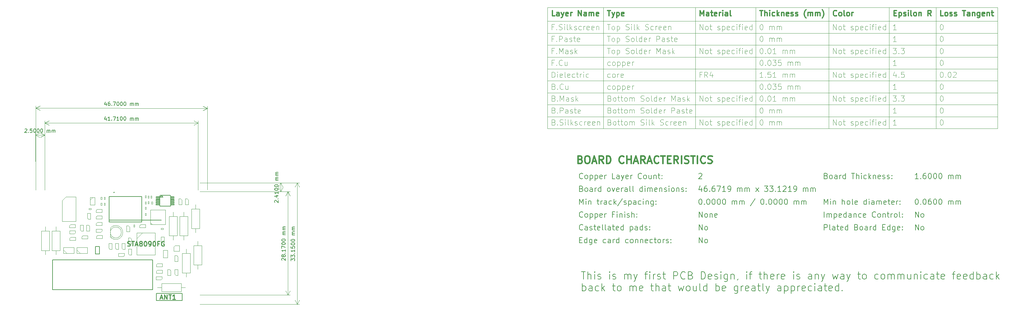
<source format=gbr>
%TF.GenerationSoftware,KiCad,Pcbnew,7.0.5*%
%TF.CreationDate,2023-07-24T14:08:39-04:00*%
%TF.ProjectId,GPSPCB,47505350-4342-42e6-9b69-6361645f7063,00*%
%TF.SameCoordinates,Original*%
%TF.FileFunction,AssemblyDrawing,Top*%
%FSLAX46Y46*%
G04 Gerber Fmt 4.6, Leading zero omitted, Abs format (unit mm)*
G04 Created by KiCad (PCBNEW 7.0.5) date 2023-07-24 14:08:39*
%MOMM*%
%LPD*%
G01*
G04 APERTURE LIST*
%ADD10C,0.200000*%
%ADD11C,0.400000*%
%ADD12C,0.100000*%
%ADD13C,0.300000*%
%ADD14C,0.150000*%
%ADD15C,0.254000*%
%ADD16C,0.127000*%
G04 APERTURE END LIST*
D10*
X226592054Y-74464838D02*
X227734911Y-74464838D01*
X227163482Y-76464838D02*
X227163482Y-74464838D01*
X228401578Y-76464838D02*
X228401578Y-74464838D01*
X229258721Y-76464838D02*
X229258721Y-75417219D01*
X229258721Y-75417219D02*
X229163483Y-75226742D01*
X229163483Y-75226742D02*
X228973007Y-75131504D01*
X228973007Y-75131504D02*
X228687292Y-75131504D01*
X228687292Y-75131504D02*
X228496816Y-75226742D01*
X228496816Y-75226742D02*
X228401578Y-75321980D01*
X230211102Y-76464838D02*
X230211102Y-75131504D01*
X230211102Y-74464838D02*
X230115864Y-74560076D01*
X230115864Y-74560076D02*
X230211102Y-74655314D01*
X230211102Y-74655314D02*
X230306340Y-74560076D01*
X230306340Y-74560076D02*
X230211102Y-74464838D01*
X230211102Y-74464838D02*
X230211102Y-74655314D01*
X231068245Y-76369600D02*
X231258721Y-76464838D01*
X231258721Y-76464838D02*
X231639673Y-76464838D01*
X231639673Y-76464838D02*
X231830150Y-76369600D01*
X231830150Y-76369600D02*
X231925388Y-76179123D01*
X231925388Y-76179123D02*
X231925388Y-76083885D01*
X231925388Y-76083885D02*
X231830150Y-75893409D01*
X231830150Y-75893409D02*
X231639673Y-75798171D01*
X231639673Y-75798171D02*
X231353959Y-75798171D01*
X231353959Y-75798171D02*
X231163483Y-75702933D01*
X231163483Y-75702933D02*
X231068245Y-75512457D01*
X231068245Y-75512457D02*
X231068245Y-75417219D01*
X231068245Y-75417219D02*
X231163483Y-75226742D01*
X231163483Y-75226742D02*
X231353959Y-75131504D01*
X231353959Y-75131504D02*
X231639673Y-75131504D01*
X231639673Y-75131504D02*
X231830150Y-75226742D01*
X234306341Y-76464838D02*
X234306341Y-75131504D01*
X234306341Y-74464838D02*
X234211103Y-74560076D01*
X234211103Y-74560076D02*
X234306341Y-74655314D01*
X234306341Y-74655314D02*
X234401579Y-74560076D01*
X234401579Y-74560076D02*
X234306341Y-74464838D01*
X234306341Y-74464838D02*
X234306341Y-74655314D01*
X235163484Y-76369600D02*
X235353960Y-76464838D01*
X235353960Y-76464838D02*
X235734912Y-76464838D01*
X235734912Y-76464838D02*
X235925389Y-76369600D01*
X235925389Y-76369600D02*
X236020627Y-76179123D01*
X236020627Y-76179123D02*
X236020627Y-76083885D01*
X236020627Y-76083885D02*
X235925389Y-75893409D01*
X235925389Y-75893409D02*
X235734912Y-75798171D01*
X235734912Y-75798171D02*
X235449198Y-75798171D01*
X235449198Y-75798171D02*
X235258722Y-75702933D01*
X235258722Y-75702933D02*
X235163484Y-75512457D01*
X235163484Y-75512457D02*
X235163484Y-75417219D01*
X235163484Y-75417219D02*
X235258722Y-75226742D01*
X235258722Y-75226742D02*
X235449198Y-75131504D01*
X235449198Y-75131504D02*
X235734912Y-75131504D01*
X235734912Y-75131504D02*
X235925389Y-75226742D01*
X238401580Y-76464838D02*
X238401580Y-75131504D01*
X238401580Y-75321980D02*
X238496818Y-75226742D01*
X238496818Y-75226742D02*
X238687294Y-75131504D01*
X238687294Y-75131504D02*
X238973009Y-75131504D01*
X238973009Y-75131504D02*
X239163485Y-75226742D01*
X239163485Y-75226742D02*
X239258723Y-75417219D01*
X239258723Y-75417219D02*
X239258723Y-76464838D01*
X239258723Y-75417219D02*
X239353961Y-75226742D01*
X239353961Y-75226742D02*
X239544437Y-75131504D01*
X239544437Y-75131504D02*
X239830151Y-75131504D01*
X239830151Y-75131504D02*
X240020628Y-75226742D01*
X240020628Y-75226742D02*
X240115866Y-75417219D01*
X240115866Y-75417219D02*
X240115866Y-76464838D01*
X240877771Y-75131504D02*
X241353961Y-76464838D01*
X241830152Y-75131504D02*
X241353961Y-76464838D01*
X241353961Y-76464838D02*
X241163485Y-76941028D01*
X241163485Y-76941028D02*
X241068247Y-77036266D01*
X241068247Y-77036266D02*
X240877771Y-77131504D01*
X243830153Y-75131504D02*
X244592057Y-75131504D01*
X244115867Y-76464838D02*
X244115867Y-74750552D01*
X244115867Y-74750552D02*
X244211105Y-74560076D01*
X244211105Y-74560076D02*
X244401581Y-74464838D01*
X244401581Y-74464838D02*
X244592057Y-74464838D01*
X245258724Y-76464838D02*
X245258724Y-75131504D01*
X245258724Y-74464838D02*
X245163486Y-74560076D01*
X245163486Y-74560076D02*
X245258724Y-74655314D01*
X245258724Y-74655314D02*
X245353962Y-74560076D01*
X245353962Y-74560076D02*
X245258724Y-74464838D01*
X245258724Y-74464838D02*
X245258724Y-74655314D01*
X246211105Y-76464838D02*
X246211105Y-75131504D01*
X246211105Y-75512457D02*
X246306343Y-75321980D01*
X246306343Y-75321980D02*
X246401581Y-75226742D01*
X246401581Y-75226742D02*
X246592057Y-75131504D01*
X246592057Y-75131504D02*
X246782534Y-75131504D01*
X247353962Y-76369600D02*
X247544438Y-76464838D01*
X247544438Y-76464838D02*
X247925390Y-76464838D01*
X247925390Y-76464838D02*
X248115867Y-76369600D01*
X248115867Y-76369600D02*
X248211105Y-76179123D01*
X248211105Y-76179123D02*
X248211105Y-76083885D01*
X248211105Y-76083885D02*
X248115867Y-75893409D01*
X248115867Y-75893409D02*
X247925390Y-75798171D01*
X247925390Y-75798171D02*
X247639676Y-75798171D01*
X247639676Y-75798171D02*
X247449200Y-75702933D01*
X247449200Y-75702933D02*
X247353962Y-75512457D01*
X247353962Y-75512457D02*
X247353962Y-75417219D01*
X247353962Y-75417219D02*
X247449200Y-75226742D01*
X247449200Y-75226742D02*
X247639676Y-75131504D01*
X247639676Y-75131504D02*
X247925390Y-75131504D01*
X247925390Y-75131504D02*
X248115867Y-75226742D01*
X248782534Y-75131504D02*
X249544438Y-75131504D01*
X249068248Y-74464838D02*
X249068248Y-76179123D01*
X249068248Y-76179123D02*
X249163486Y-76369600D01*
X249163486Y-76369600D02*
X249353962Y-76464838D01*
X249353962Y-76464838D02*
X249544438Y-76464838D01*
X251734915Y-76464838D02*
X251734915Y-74464838D01*
X251734915Y-74464838D02*
X252496820Y-74464838D01*
X252496820Y-74464838D02*
X252687296Y-74560076D01*
X252687296Y-74560076D02*
X252782534Y-74655314D01*
X252782534Y-74655314D02*
X252877772Y-74845790D01*
X252877772Y-74845790D02*
X252877772Y-75131504D01*
X252877772Y-75131504D02*
X252782534Y-75321980D01*
X252782534Y-75321980D02*
X252687296Y-75417219D01*
X252687296Y-75417219D02*
X252496820Y-75512457D01*
X252496820Y-75512457D02*
X251734915Y-75512457D01*
X254877772Y-76274361D02*
X254782534Y-76369600D01*
X254782534Y-76369600D02*
X254496820Y-76464838D01*
X254496820Y-76464838D02*
X254306344Y-76464838D01*
X254306344Y-76464838D02*
X254020629Y-76369600D01*
X254020629Y-76369600D02*
X253830153Y-76179123D01*
X253830153Y-76179123D02*
X253734915Y-75988647D01*
X253734915Y-75988647D02*
X253639677Y-75607695D01*
X253639677Y-75607695D02*
X253639677Y-75321980D01*
X253639677Y-75321980D02*
X253734915Y-74941028D01*
X253734915Y-74941028D02*
X253830153Y-74750552D01*
X253830153Y-74750552D02*
X254020629Y-74560076D01*
X254020629Y-74560076D02*
X254306344Y-74464838D01*
X254306344Y-74464838D02*
X254496820Y-74464838D01*
X254496820Y-74464838D02*
X254782534Y-74560076D01*
X254782534Y-74560076D02*
X254877772Y-74655314D01*
X256401582Y-75417219D02*
X256687296Y-75512457D01*
X256687296Y-75512457D02*
X256782534Y-75607695D01*
X256782534Y-75607695D02*
X256877772Y-75798171D01*
X256877772Y-75798171D02*
X256877772Y-76083885D01*
X256877772Y-76083885D02*
X256782534Y-76274361D01*
X256782534Y-76274361D02*
X256687296Y-76369600D01*
X256687296Y-76369600D02*
X256496820Y-76464838D01*
X256496820Y-76464838D02*
X255734915Y-76464838D01*
X255734915Y-76464838D02*
X255734915Y-74464838D01*
X255734915Y-74464838D02*
X256401582Y-74464838D01*
X256401582Y-74464838D02*
X256592058Y-74560076D01*
X256592058Y-74560076D02*
X256687296Y-74655314D01*
X256687296Y-74655314D02*
X256782534Y-74845790D01*
X256782534Y-74845790D02*
X256782534Y-75036266D01*
X256782534Y-75036266D02*
X256687296Y-75226742D01*
X256687296Y-75226742D02*
X256592058Y-75321980D01*
X256592058Y-75321980D02*
X256401582Y-75417219D01*
X256401582Y-75417219D02*
X255734915Y-75417219D01*
X259258725Y-76464838D02*
X259258725Y-74464838D01*
X259258725Y-74464838D02*
X259734915Y-74464838D01*
X259734915Y-74464838D02*
X260020630Y-74560076D01*
X260020630Y-74560076D02*
X260211106Y-74750552D01*
X260211106Y-74750552D02*
X260306344Y-74941028D01*
X260306344Y-74941028D02*
X260401582Y-75321980D01*
X260401582Y-75321980D02*
X260401582Y-75607695D01*
X260401582Y-75607695D02*
X260306344Y-75988647D01*
X260306344Y-75988647D02*
X260211106Y-76179123D01*
X260211106Y-76179123D02*
X260020630Y-76369600D01*
X260020630Y-76369600D02*
X259734915Y-76464838D01*
X259734915Y-76464838D02*
X259258725Y-76464838D01*
X262020630Y-76369600D02*
X261830154Y-76464838D01*
X261830154Y-76464838D02*
X261449201Y-76464838D01*
X261449201Y-76464838D02*
X261258725Y-76369600D01*
X261258725Y-76369600D02*
X261163487Y-76179123D01*
X261163487Y-76179123D02*
X261163487Y-75417219D01*
X261163487Y-75417219D02*
X261258725Y-75226742D01*
X261258725Y-75226742D02*
X261449201Y-75131504D01*
X261449201Y-75131504D02*
X261830154Y-75131504D01*
X261830154Y-75131504D02*
X262020630Y-75226742D01*
X262020630Y-75226742D02*
X262115868Y-75417219D01*
X262115868Y-75417219D02*
X262115868Y-75607695D01*
X262115868Y-75607695D02*
X261163487Y-75798171D01*
X262877773Y-76369600D02*
X263068249Y-76464838D01*
X263068249Y-76464838D02*
X263449201Y-76464838D01*
X263449201Y-76464838D02*
X263639678Y-76369600D01*
X263639678Y-76369600D02*
X263734916Y-76179123D01*
X263734916Y-76179123D02*
X263734916Y-76083885D01*
X263734916Y-76083885D02*
X263639678Y-75893409D01*
X263639678Y-75893409D02*
X263449201Y-75798171D01*
X263449201Y-75798171D02*
X263163487Y-75798171D01*
X263163487Y-75798171D02*
X262973011Y-75702933D01*
X262973011Y-75702933D02*
X262877773Y-75512457D01*
X262877773Y-75512457D02*
X262877773Y-75417219D01*
X262877773Y-75417219D02*
X262973011Y-75226742D01*
X262973011Y-75226742D02*
X263163487Y-75131504D01*
X263163487Y-75131504D02*
X263449201Y-75131504D01*
X263449201Y-75131504D02*
X263639678Y-75226742D01*
X264592059Y-76464838D02*
X264592059Y-75131504D01*
X264592059Y-74464838D02*
X264496821Y-74560076D01*
X264496821Y-74560076D02*
X264592059Y-74655314D01*
X264592059Y-74655314D02*
X264687297Y-74560076D01*
X264687297Y-74560076D02*
X264592059Y-74464838D01*
X264592059Y-74464838D02*
X264592059Y-74655314D01*
X266401583Y-75131504D02*
X266401583Y-76750552D01*
X266401583Y-76750552D02*
X266306345Y-76941028D01*
X266306345Y-76941028D02*
X266211107Y-77036266D01*
X266211107Y-77036266D02*
X266020630Y-77131504D01*
X266020630Y-77131504D02*
X265734916Y-77131504D01*
X265734916Y-77131504D02*
X265544440Y-77036266D01*
X266401583Y-76369600D02*
X266211107Y-76464838D01*
X266211107Y-76464838D02*
X265830154Y-76464838D01*
X265830154Y-76464838D02*
X265639678Y-76369600D01*
X265639678Y-76369600D02*
X265544440Y-76274361D01*
X265544440Y-76274361D02*
X265449202Y-76083885D01*
X265449202Y-76083885D02*
X265449202Y-75512457D01*
X265449202Y-75512457D02*
X265544440Y-75321980D01*
X265544440Y-75321980D02*
X265639678Y-75226742D01*
X265639678Y-75226742D02*
X265830154Y-75131504D01*
X265830154Y-75131504D02*
X266211107Y-75131504D01*
X266211107Y-75131504D02*
X266401583Y-75226742D01*
X267353964Y-75131504D02*
X267353964Y-76464838D01*
X267353964Y-75321980D02*
X267449202Y-75226742D01*
X267449202Y-75226742D02*
X267639678Y-75131504D01*
X267639678Y-75131504D02*
X267925393Y-75131504D01*
X267925393Y-75131504D02*
X268115869Y-75226742D01*
X268115869Y-75226742D02*
X268211107Y-75417219D01*
X268211107Y-75417219D02*
X268211107Y-76464838D01*
X269258726Y-76369600D02*
X269258726Y-76464838D01*
X269258726Y-76464838D02*
X269163488Y-76655314D01*
X269163488Y-76655314D02*
X269068250Y-76750552D01*
X271639679Y-76464838D02*
X271639679Y-75131504D01*
X271639679Y-74464838D02*
X271544441Y-74560076D01*
X271544441Y-74560076D02*
X271639679Y-74655314D01*
X271639679Y-74655314D02*
X271734917Y-74560076D01*
X271734917Y-74560076D02*
X271639679Y-74464838D01*
X271639679Y-74464838D02*
X271639679Y-74655314D01*
X272306346Y-75131504D02*
X273068250Y-75131504D01*
X272592060Y-76464838D02*
X272592060Y-74750552D01*
X272592060Y-74750552D02*
X272687298Y-74560076D01*
X272687298Y-74560076D02*
X272877774Y-74464838D01*
X272877774Y-74464838D02*
X273068250Y-74464838D01*
X274973013Y-75131504D02*
X275734917Y-75131504D01*
X275258727Y-74464838D02*
X275258727Y-76179123D01*
X275258727Y-76179123D02*
X275353965Y-76369600D01*
X275353965Y-76369600D02*
X275544441Y-76464838D01*
X275544441Y-76464838D02*
X275734917Y-76464838D01*
X276401584Y-76464838D02*
X276401584Y-74464838D01*
X277258727Y-76464838D02*
X277258727Y-75417219D01*
X277258727Y-75417219D02*
X277163489Y-75226742D01*
X277163489Y-75226742D02*
X276973013Y-75131504D01*
X276973013Y-75131504D02*
X276687298Y-75131504D01*
X276687298Y-75131504D02*
X276496822Y-75226742D01*
X276496822Y-75226742D02*
X276401584Y-75321980D01*
X278973013Y-76369600D02*
X278782537Y-76464838D01*
X278782537Y-76464838D02*
X278401584Y-76464838D01*
X278401584Y-76464838D02*
X278211108Y-76369600D01*
X278211108Y-76369600D02*
X278115870Y-76179123D01*
X278115870Y-76179123D02*
X278115870Y-75417219D01*
X278115870Y-75417219D02*
X278211108Y-75226742D01*
X278211108Y-75226742D02*
X278401584Y-75131504D01*
X278401584Y-75131504D02*
X278782537Y-75131504D01*
X278782537Y-75131504D02*
X278973013Y-75226742D01*
X278973013Y-75226742D02*
X279068251Y-75417219D01*
X279068251Y-75417219D02*
X279068251Y-75607695D01*
X279068251Y-75607695D02*
X278115870Y-75798171D01*
X279925394Y-76464838D02*
X279925394Y-75131504D01*
X279925394Y-75512457D02*
X280020632Y-75321980D01*
X280020632Y-75321980D02*
X280115870Y-75226742D01*
X280115870Y-75226742D02*
X280306346Y-75131504D01*
X280306346Y-75131504D02*
X280496823Y-75131504D01*
X281925394Y-76369600D02*
X281734918Y-76464838D01*
X281734918Y-76464838D02*
X281353965Y-76464838D01*
X281353965Y-76464838D02*
X281163489Y-76369600D01*
X281163489Y-76369600D02*
X281068251Y-76179123D01*
X281068251Y-76179123D02*
X281068251Y-75417219D01*
X281068251Y-75417219D02*
X281163489Y-75226742D01*
X281163489Y-75226742D02*
X281353965Y-75131504D01*
X281353965Y-75131504D02*
X281734918Y-75131504D01*
X281734918Y-75131504D02*
X281925394Y-75226742D01*
X281925394Y-75226742D02*
X282020632Y-75417219D01*
X282020632Y-75417219D02*
X282020632Y-75607695D01*
X282020632Y-75607695D02*
X281068251Y-75798171D01*
X284401585Y-76464838D02*
X284401585Y-75131504D01*
X284401585Y-74464838D02*
X284306347Y-74560076D01*
X284306347Y-74560076D02*
X284401585Y-74655314D01*
X284401585Y-74655314D02*
X284496823Y-74560076D01*
X284496823Y-74560076D02*
X284401585Y-74464838D01*
X284401585Y-74464838D02*
X284401585Y-74655314D01*
X285258728Y-76369600D02*
X285449204Y-76464838D01*
X285449204Y-76464838D02*
X285830156Y-76464838D01*
X285830156Y-76464838D02*
X286020633Y-76369600D01*
X286020633Y-76369600D02*
X286115871Y-76179123D01*
X286115871Y-76179123D02*
X286115871Y-76083885D01*
X286115871Y-76083885D02*
X286020633Y-75893409D01*
X286020633Y-75893409D02*
X285830156Y-75798171D01*
X285830156Y-75798171D02*
X285544442Y-75798171D01*
X285544442Y-75798171D02*
X285353966Y-75702933D01*
X285353966Y-75702933D02*
X285258728Y-75512457D01*
X285258728Y-75512457D02*
X285258728Y-75417219D01*
X285258728Y-75417219D02*
X285353966Y-75226742D01*
X285353966Y-75226742D02*
X285544442Y-75131504D01*
X285544442Y-75131504D02*
X285830156Y-75131504D01*
X285830156Y-75131504D02*
X286020633Y-75226742D01*
X289353967Y-76464838D02*
X289353967Y-75417219D01*
X289353967Y-75417219D02*
X289258729Y-75226742D01*
X289258729Y-75226742D02*
X289068253Y-75131504D01*
X289068253Y-75131504D02*
X288687300Y-75131504D01*
X288687300Y-75131504D02*
X288496824Y-75226742D01*
X289353967Y-76369600D02*
X289163491Y-76464838D01*
X289163491Y-76464838D02*
X288687300Y-76464838D01*
X288687300Y-76464838D02*
X288496824Y-76369600D01*
X288496824Y-76369600D02*
X288401586Y-76179123D01*
X288401586Y-76179123D02*
X288401586Y-75988647D01*
X288401586Y-75988647D02*
X288496824Y-75798171D01*
X288496824Y-75798171D02*
X288687300Y-75702933D01*
X288687300Y-75702933D02*
X289163491Y-75702933D01*
X289163491Y-75702933D02*
X289353967Y-75607695D01*
X290306348Y-75131504D02*
X290306348Y-76464838D01*
X290306348Y-75321980D02*
X290401586Y-75226742D01*
X290401586Y-75226742D02*
X290592062Y-75131504D01*
X290592062Y-75131504D02*
X290877777Y-75131504D01*
X290877777Y-75131504D02*
X291068253Y-75226742D01*
X291068253Y-75226742D02*
X291163491Y-75417219D01*
X291163491Y-75417219D02*
X291163491Y-76464838D01*
X291925396Y-75131504D02*
X292401586Y-76464838D01*
X292877777Y-75131504D02*
X292401586Y-76464838D01*
X292401586Y-76464838D02*
X292211110Y-76941028D01*
X292211110Y-76941028D02*
X292115872Y-77036266D01*
X292115872Y-77036266D02*
X291925396Y-77131504D01*
X294973016Y-75131504D02*
X295353968Y-76464838D01*
X295353968Y-76464838D02*
X295734921Y-75512457D01*
X295734921Y-75512457D02*
X296115873Y-76464838D01*
X296115873Y-76464838D02*
X296496825Y-75131504D01*
X298115873Y-76464838D02*
X298115873Y-75417219D01*
X298115873Y-75417219D02*
X298020635Y-75226742D01*
X298020635Y-75226742D02*
X297830159Y-75131504D01*
X297830159Y-75131504D02*
X297449206Y-75131504D01*
X297449206Y-75131504D02*
X297258730Y-75226742D01*
X298115873Y-76369600D02*
X297925397Y-76464838D01*
X297925397Y-76464838D02*
X297449206Y-76464838D01*
X297449206Y-76464838D02*
X297258730Y-76369600D01*
X297258730Y-76369600D02*
X297163492Y-76179123D01*
X297163492Y-76179123D02*
X297163492Y-75988647D01*
X297163492Y-75988647D02*
X297258730Y-75798171D01*
X297258730Y-75798171D02*
X297449206Y-75702933D01*
X297449206Y-75702933D02*
X297925397Y-75702933D01*
X297925397Y-75702933D02*
X298115873Y-75607695D01*
X298877778Y-75131504D02*
X299353968Y-76464838D01*
X299830159Y-75131504D02*
X299353968Y-76464838D01*
X299353968Y-76464838D02*
X299163492Y-76941028D01*
X299163492Y-76941028D02*
X299068254Y-77036266D01*
X299068254Y-77036266D02*
X298877778Y-77131504D01*
X301830160Y-75131504D02*
X302592064Y-75131504D01*
X302115874Y-74464838D02*
X302115874Y-76179123D01*
X302115874Y-76179123D02*
X302211112Y-76369600D01*
X302211112Y-76369600D02*
X302401588Y-76464838D01*
X302401588Y-76464838D02*
X302592064Y-76464838D01*
X303544445Y-76464838D02*
X303353969Y-76369600D01*
X303353969Y-76369600D02*
X303258731Y-76274361D01*
X303258731Y-76274361D02*
X303163493Y-76083885D01*
X303163493Y-76083885D02*
X303163493Y-75512457D01*
X303163493Y-75512457D02*
X303258731Y-75321980D01*
X303258731Y-75321980D02*
X303353969Y-75226742D01*
X303353969Y-75226742D02*
X303544445Y-75131504D01*
X303544445Y-75131504D02*
X303830160Y-75131504D01*
X303830160Y-75131504D02*
X304020636Y-75226742D01*
X304020636Y-75226742D02*
X304115874Y-75321980D01*
X304115874Y-75321980D02*
X304211112Y-75512457D01*
X304211112Y-75512457D02*
X304211112Y-76083885D01*
X304211112Y-76083885D02*
X304115874Y-76274361D01*
X304115874Y-76274361D02*
X304020636Y-76369600D01*
X304020636Y-76369600D02*
X303830160Y-76464838D01*
X303830160Y-76464838D02*
X303544445Y-76464838D01*
X307449208Y-76369600D02*
X307258732Y-76464838D01*
X307258732Y-76464838D02*
X306877779Y-76464838D01*
X306877779Y-76464838D02*
X306687303Y-76369600D01*
X306687303Y-76369600D02*
X306592065Y-76274361D01*
X306592065Y-76274361D02*
X306496827Y-76083885D01*
X306496827Y-76083885D02*
X306496827Y-75512457D01*
X306496827Y-75512457D02*
X306592065Y-75321980D01*
X306592065Y-75321980D02*
X306687303Y-75226742D01*
X306687303Y-75226742D02*
X306877779Y-75131504D01*
X306877779Y-75131504D02*
X307258732Y-75131504D01*
X307258732Y-75131504D02*
X307449208Y-75226742D01*
X308592065Y-76464838D02*
X308401589Y-76369600D01*
X308401589Y-76369600D02*
X308306351Y-76274361D01*
X308306351Y-76274361D02*
X308211113Y-76083885D01*
X308211113Y-76083885D02*
X308211113Y-75512457D01*
X308211113Y-75512457D02*
X308306351Y-75321980D01*
X308306351Y-75321980D02*
X308401589Y-75226742D01*
X308401589Y-75226742D02*
X308592065Y-75131504D01*
X308592065Y-75131504D02*
X308877780Y-75131504D01*
X308877780Y-75131504D02*
X309068256Y-75226742D01*
X309068256Y-75226742D02*
X309163494Y-75321980D01*
X309163494Y-75321980D02*
X309258732Y-75512457D01*
X309258732Y-75512457D02*
X309258732Y-76083885D01*
X309258732Y-76083885D02*
X309163494Y-76274361D01*
X309163494Y-76274361D02*
X309068256Y-76369600D01*
X309068256Y-76369600D02*
X308877780Y-76464838D01*
X308877780Y-76464838D02*
X308592065Y-76464838D01*
X310115875Y-76464838D02*
X310115875Y-75131504D01*
X310115875Y-75321980D02*
X310211113Y-75226742D01*
X310211113Y-75226742D02*
X310401589Y-75131504D01*
X310401589Y-75131504D02*
X310687304Y-75131504D01*
X310687304Y-75131504D02*
X310877780Y-75226742D01*
X310877780Y-75226742D02*
X310973018Y-75417219D01*
X310973018Y-75417219D02*
X310973018Y-76464838D01*
X310973018Y-75417219D02*
X311068256Y-75226742D01*
X311068256Y-75226742D02*
X311258732Y-75131504D01*
X311258732Y-75131504D02*
X311544446Y-75131504D01*
X311544446Y-75131504D02*
X311734923Y-75226742D01*
X311734923Y-75226742D02*
X311830161Y-75417219D01*
X311830161Y-75417219D02*
X311830161Y-76464838D01*
X312782542Y-76464838D02*
X312782542Y-75131504D01*
X312782542Y-75321980D02*
X312877780Y-75226742D01*
X312877780Y-75226742D02*
X313068256Y-75131504D01*
X313068256Y-75131504D02*
X313353971Y-75131504D01*
X313353971Y-75131504D02*
X313544447Y-75226742D01*
X313544447Y-75226742D02*
X313639685Y-75417219D01*
X313639685Y-75417219D02*
X313639685Y-76464838D01*
X313639685Y-75417219D02*
X313734923Y-75226742D01*
X313734923Y-75226742D02*
X313925399Y-75131504D01*
X313925399Y-75131504D02*
X314211113Y-75131504D01*
X314211113Y-75131504D02*
X314401590Y-75226742D01*
X314401590Y-75226742D02*
X314496828Y-75417219D01*
X314496828Y-75417219D02*
X314496828Y-76464838D01*
X316306352Y-75131504D02*
X316306352Y-76464838D01*
X315449209Y-75131504D02*
X315449209Y-76179123D01*
X315449209Y-76179123D02*
X315544447Y-76369600D01*
X315544447Y-76369600D02*
X315734923Y-76464838D01*
X315734923Y-76464838D02*
X316020638Y-76464838D01*
X316020638Y-76464838D02*
X316211114Y-76369600D01*
X316211114Y-76369600D02*
X316306352Y-76274361D01*
X317258733Y-75131504D02*
X317258733Y-76464838D01*
X317258733Y-75321980D02*
X317353971Y-75226742D01*
X317353971Y-75226742D02*
X317544447Y-75131504D01*
X317544447Y-75131504D02*
X317830162Y-75131504D01*
X317830162Y-75131504D02*
X318020638Y-75226742D01*
X318020638Y-75226742D02*
X318115876Y-75417219D01*
X318115876Y-75417219D02*
X318115876Y-76464838D01*
X319068257Y-76464838D02*
X319068257Y-75131504D01*
X319068257Y-74464838D02*
X318973019Y-74560076D01*
X318973019Y-74560076D02*
X319068257Y-74655314D01*
X319068257Y-74655314D02*
X319163495Y-74560076D01*
X319163495Y-74560076D02*
X319068257Y-74464838D01*
X319068257Y-74464838D02*
X319068257Y-74655314D01*
X320877781Y-76369600D02*
X320687305Y-76464838D01*
X320687305Y-76464838D02*
X320306352Y-76464838D01*
X320306352Y-76464838D02*
X320115876Y-76369600D01*
X320115876Y-76369600D02*
X320020638Y-76274361D01*
X320020638Y-76274361D02*
X319925400Y-76083885D01*
X319925400Y-76083885D02*
X319925400Y-75512457D01*
X319925400Y-75512457D02*
X320020638Y-75321980D01*
X320020638Y-75321980D02*
X320115876Y-75226742D01*
X320115876Y-75226742D02*
X320306352Y-75131504D01*
X320306352Y-75131504D02*
X320687305Y-75131504D01*
X320687305Y-75131504D02*
X320877781Y-75226742D01*
X322592067Y-76464838D02*
X322592067Y-75417219D01*
X322592067Y-75417219D02*
X322496829Y-75226742D01*
X322496829Y-75226742D02*
X322306353Y-75131504D01*
X322306353Y-75131504D02*
X321925400Y-75131504D01*
X321925400Y-75131504D02*
X321734924Y-75226742D01*
X322592067Y-76369600D02*
X322401591Y-76464838D01*
X322401591Y-76464838D02*
X321925400Y-76464838D01*
X321925400Y-76464838D02*
X321734924Y-76369600D01*
X321734924Y-76369600D02*
X321639686Y-76179123D01*
X321639686Y-76179123D02*
X321639686Y-75988647D01*
X321639686Y-75988647D02*
X321734924Y-75798171D01*
X321734924Y-75798171D02*
X321925400Y-75702933D01*
X321925400Y-75702933D02*
X322401591Y-75702933D01*
X322401591Y-75702933D02*
X322592067Y-75607695D01*
X323258734Y-75131504D02*
X324020638Y-75131504D01*
X323544448Y-74464838D02*
X323544448Y-76179123D01*
X323544448Y-76179123D02*
X323639686Y-76369600D01*
X323639686Y-76369600D02*
X323830162Y-76464838D01*
X323830162Y-76464838D02*
X324020638Y-76464838D01*
X325449210Y-76369600D02*
X325258734Y-76464838D01*
X325258734Y-76464838D02*
X324877781Y-76464838D01*
X324877781Y-76464838D02*
X324687305Y-76369600D01*
X324687305Y-76369600D02*
X324592067Y-76179123D01*
X324592067Y-76179123D02*
X324592067Y-75417219D01*
X324592067Y-75417219D02*
X324687305Y-75226742D01*
X324687305Y-75226742D02*
X324877781Y-75131504D01*
X324877781Y-75131504D02*
X325258734Y-75131504D01*
X325258734Y-75131504D02*
X325449210Y-75226742D01*
X325449210Y-75226742D02*
X325544448Y-75417219D01*
X325544448Y-75417219D02*
X325544448Y-75607695D01*
X325544448Y-75607695D02*
X324592067Y-75798171D01*
X327639687Y-75131504D02*
X328401591Y-75131504D01*
X327925401Y-76464838D02*
X327925401Y-74750552D01*
X327925401Y-74750552D02*
X328020639Y-74560076D01*
X328020639Y-74560076D02*
X328211115Y-74464838D01*
X328211115Y-74464838D02*
X328401591Y-74464838D01*
X329830163Y-76369600D02*
X329639687Y-76464838D01*
X329639687Y-76464838D02*
X329258734Y-76464838D01*
X329258734Y-76464838D02*
X329068258Y-76369600D01*
X329068258Y-76369600D02*
X328973020Y-76179123D01*
X328973020Y-76179123D02*
X328973020Y-75417219D01*
X328973020Y-75417219D02*
X329068258Y-75226742D01*
X329068258Y-75226742D02*
X329258734Y-75131504D01*
X329258734Y-75131504D02*
X329639687Y-75131504D01*
X329639687Y-75131504D02*
X329830163Y-75226742D01*
X329830163Y-75226742D02*
X329925401Y-75417219D01*
X329925401Y-75417219D02*
X329925401Y-75607695D01*
X329925401Y-75607695D02*
X328973020Y-75798171D01*
X331544449Y-76369600D02*
X331353973Y-76464838D01*
X331353973Y-76464838D02*
X330973020Y-76464838D01*
X330973020Y-76464838D02*
X330782544Y-76369600D01*
X330782544Y-76369600D02*
X330687306Y-76179123D01*
X330687306Y-76179123D02*
X330687306Y-75417219D01*
X330687306Y-75417219D02*
X330782544Y-75226742D01*
X330782544Y-75226742D02*
X330973020Y-75131504D01*
X330973020Y-75131504D02*
X331353973Y-75131504D01*
X331353973Y-75131504D02*
X331544449Y-75226742D01*
X331544449Y-75226742D02*
X331639687Y-75417219D01*
X331639687Y-75417219D02*
X331639687Y-75607695D01*
X331639687Y-75607695D02*
X330687306Y-75798171D01*
X333353973Y-76464838D02*
X333353973Y-74464838D01*
X333353973Y-76369600D02*
X333163497Y-76464838D01*
X333163497Y-76464838D02*
X332782544Y-76464838D01*
X332782544Y-76464838D02*
X332592068Y-76369600D01*
X332592068Y-76369600D02*
X332496830Y-76274361D01*
X332496830Y-76274361D02*
X332401592Y-76083885D01*
X332401592Y-76083885D02*
X332401592Y-75512457D01*
X332401592Y-75512457D02*
X332496830Y-75321980D01*
X332496830Y-75321980D02*
X332592068Y-75226742D01*
X332592068Y-75226742D02*
X332782544Y-75131504D01*
X332782544Y-75131504D02*
X333163497Y-75131504D01*
X333163497Y-75131504D02*
X333353973Y-75226742D01*
X334306354Y-76464838D02*
X334306354Y-74464838D01*
X334306354Y-75226742D02*
X334496830Y-75131504D01*
X334496830Y-75131504D02*
X334877783Y-75131504D01*
X334877783Y-75131504D02*
X335068259Y-75226742D01*
X335068259Y-75226742D02*
X335163497Y-75321980D01*
X335163497Y-75321980D02*
X335258735Y-75512457D01*
X335258735Y-75512457D02*
X335258735Y-76083885D01*
X335258735Y-76083885D02*
X335163497Y-76274361D01*
X335163497Y-76274361D02*
X335068259Y-76369600D01*
X335068259Y-76369600D02*
X334877783Y-76464838D01*
X334877783Y-76464838D02*
X334496830Y-76464838D01*
X334496830Y-76464838D02*
X334306354Y-76369600D01*
X336973021Y-76464838D02*
X336973021Y-75417219D01*
X336973021Y-75417219D02*
X336877783Y-75226742D01*
X336877783Y-75226742D02*
X336687307Y-75131504D01*
X336687307Y-75131504D02*
X336306354Y-75131504D01*
X336306354Y-75131504D02*
X336115878Y-75226742D01*
X336973021Y-76369600D02*
X336782545Y-76464838D01*
X336782545Y-76464838D02*
X336306354Y-76464838D01*
X336306354Y-76464838D02*
X336115878Y-76369600D01*
X336115878Y-76369600D02*
X336020640Y-76179123D01*
X336020640Y-76179123D02*
X336020640Y-75988647D01*
X336020640Y-75988647D02*
X336115878Y-75798171D01*
X336115878Y-75798171D02*
X336306354Y-75702933D01*
X336306354Y-75702933D02*
X336782545Y-75702933D01*
X336782545Y-75702933D02*
X336973021Y-75607695D01*
X338782545Y-76369600D02*
X338592069Y-76464838D01*
X338592069Y-76464838D02*
X338211116Y-76464838D01*
X338211116Y-76464838D02*
X338020640Y-76369600D01*
X338020640Y-76369600D02*
X337925402Y-76274361D01*
X337925402Y-76274361D02*
X337830164Y-76083885D01*
X337830164Y-76083885D02*
X337830164Y-75512457D01*
X337830164Y-75512457D02*
X337925402Y-75321980D01*
X337925402Y-75321980D02*
X338020640Y-75226742D01*
X338020640Y-75226742D02*
X338211116Y-75131504D01*
X338211116Y-75131504D02*
X338592069Y-75131504D01*
X338592069Y-75131504D02*
X338782545Y-75226742D01*
X339639688Y-76464838D02*
X339639688Y-74464838D01*
X339830164Y-75702933D02*
X340401593Y-76464838D01*
X340401593Y-75131504D02*
X339639688Y-75893409D01*
X226877768Y-79684838D02*
X226877768Y-77684838D01*
X226877768Y-78446742D02*
X227068244Y-78351504D01*
X227068244Y-78351504D02*
X227449197Y-78351504D01*
X227449197Y-78351504D02*
X227639673Y-78446742D01*
X227639673Y-78446742D02*
X227734911Y-78541980D01*
X227734911Y-78541980D02*
X227830149Y-78732457D01*
X227830149Y-78732457D02*
X227830149Y-79303885D01*
X227830149Y-79303885D02*
X227734911Y-79494361D01*
X227734911Y-79494361D02*
X227639673Y-79589600D01*
X227639673Y-79589600D02*
X227449197Y-79684838D01*
X227449197Y-79684838D02*
X227068244Y-79684838D01*
X227068244Y-79684838D02*
X226877768Y-79589600D01*
X229544435Y-79684838D02*
X229544435Y-78637219D01*
X229544435Y-78637219D02*
X229449197Y-78446742D01*
X229449197Y-78446742D02*
X229258721Y-78351504D01*
X229258721Y-78351504D02*
X228877768Y-78351504D01*
X228877768Y-78351504D02*
X228687292Y-78446742D01*
X229544435Y-79589600D02*
X229353959Y-79684838D01*
X229353959Y-79684838D02*
X228877768Y-79684838D01*
X228877768Y-79684838D02*
X228687292Y-79589600D01*
X228687292Y-79589600D02*
X228592054Y-79399123D01*
X228592054Y-79399123D02*
X228592054Y-79208647D01*
X228592054Y-79208647D02*
X228687292Y-79018171D01*
X228687292Y-79018171D02*
X228877768Y-78922933D01*
X228877768Y-78922933D02*
X229353959Y-78922933D01*
X229353959Y-78922933D02*
X229544435Y-78827695D01*
X231353959Y-79589600D02*
X231163483Y-79684838D01*
X231163483Y-79684838D02*
X230782530Y-79684838D01*
X230782530Y-79684838D02*
X230592054Y-79589600D01*
X230592054Y-79589600D02*
X230496816Y-79494361D01*
X230496816Y-79494361D02*
X230401578Y-79303885D01*
X230401578Y-79303885D02*
X230401578Y-78732457D01*
X230401578Y-78732457D02*
X230496816Y-78541980D01*
X230496816Y-78541980D02*
X230592054Y-78446742D01*
X230592054Y-78446742D02*
X230782530Y-78351504D01*
X230782530Y-78351504D02*
X231163483Y-78351504D01*
X231163483Y-78351504D02*
X231353959Y-78446742D01*
X232211102Y-79684838D02*
X232211102Y-77684838D01*
X232401578Y-78922933D02*
X232973007Y-79684838D01*
X232973007Y-78351504D02*
X232211102Y-79113409D01*
X235068246Y-78351504D02*
X235830150Y-78351504D01*
X235353960Y-77684838D02*
X235353960Y-79399123D01*
X235353960Y-79399123D02*
X235449198Y-79589600D01*
X235449198Y-79589600D02*
X235639674Y-79684838D01*
X235639674Y-79684838D02*
X235830150Y-79684838D01*
X236782531Y-79684838D02*
X236592055Y-79589600D01*
X236592055Y-79589600D02*
X236496817Y-79494361D01*
X236496817Y-79494361D02*
X236401579Y-79303885D01*
X236401579Y-79303885D02*
X236401579Y-78732457D01*
X236401579Y-78732457D02*
X236496817Y-78541980D01*
X236496817Y-78541980D02*
X236592055Y-78446742D01*
X236592055Y-78446742D02*
X236782531Y-78351504D01*
X236782531Y-78351504D02*
X237068246Y-78351504D01*
X237068246Y-78351504D02*
X237258722Y-78446742D01*
X237258722Y-78446742D02*
X237353960Y-78541980D01*
X237353960Y-78541980D02*
X237449198Y-78732457D01*
X237449198Y-78732457D02*
X237449198Y-79303885D01*
X237449198Y-79303885D02*
X237353960Y-79494361D01*
X237353960Y-79494361D02*
X237258722Y-79589600D01*
X237258722Y-79589600D02*
X237068246Y-79684838D01*
X237068246Y-79684838D02*
X236782531Y-79684838D01*
X239830151Y-79684838D02*
X239830151Y-78351504D01*
X239830151Y-78541980D02*
X239925389Y-78446742D01*
X239925389Y-78446742D02*
X240115865Y-78351504D01*
X240115865Y-78351504D02*
X240401580Y-78351504D01*
X240401580Y-78351504D02*
X240592056Y-78446742D01*
X240592056Y-78446742D02*
X240687294Y-78637219D01*
X240687294Y-78637219D02*
X240687294Y-79684838D01*
X240687294Y-78637219D02*
X240782532Y-78446742D01*
X240782532Y-78446742D02*
X240973008Y-78351504D01*
X240973008Y-78351504D02*
X241258722Y-78351504D01*
X241258722Y-78351504D02*
X241449199Y-78446742D01*
X241449199Y-78446742D02*
X241544437Y-78637219D01*
X241544437Y-78637219D02*
X241544437Y-79684838D01*
X243258723Y-79589600D02*
X243068247Y-79684838D01*
X243068247Y-79684838D02*
X242687294Y-79684838D01*
X242687294Y-79684838D02*
X242496818Y-79589600D01*
X242496818Y-79589600D02*
X242401580Y-79399123D01*
X242401580Y-79399123D02*
X242401580Y-78637219D01*
X242401580Y-78637219D02*
X242496818Y-78446742D01*
X242496818Y-78446742D02*
X242687294Y-78351504D01*
X242687294Y-78351504D02*
X243068247Y-78351504D01*
X243068247Y-78351504D02*
X243258723Y-78446742D01*
X243258723Y-78446742D02*
X243353961Y-78637219D01*
X243353961Y-78637219D02*
X243353961Y-78827695D01*
X243353961Y-78827695D02*
X242401580Y-79018171D01*
X245449200Y-78351504D02*
X246211104Y-78351504D01*
X245734914Y-77684838D02*
X245734914Y-79399123D01*
X245734914Y-79399123D02*
X245830152Y-79589600D01*
X245830152Y-79589600D02*
X246020628Y-79684838D01*
X246020628Y-79684838D02*
X246211104Y-79684838D01*
X246877771Y-79684838D02*
X246877771Y-77684838D01*
X247734914Y-79684838D02*
X247734914Y-78637219D01*
X247734914Y-78637219D02*
X247639676Y-78446742D01*
X247639676Y-78446742D02*
X247449200Y-78351504D01*
X247449200Y-78351504D02*
X247163485Y-78351504D01*
X247163485Y-78351504D02*
X246973009Y-78446742D01*
X246973009Y-78446742D02*
X246877771Y-78541980D01*
X249544438Y-79684838D02*
X249544438Y-78637219D01*
X249544438Y-78637219D02*
X249449200Y-78446742D01*
X249449200Y-78446742D02*
X249258724Y-78351504D01*
X249258724Y-78351504D02*
X248877771Y-78351504D01*
X248877771Y-78351504D02*
X248687295Y-78446742D01*
X249544438Y-79589600D02*
X249353962Y-79684838D01*
X249353962Y-79684838D02*
X248877771Y-79684838D01*
X248877771Y-79684838D02*
X248687295Y-79589600D01*
X248687295Y-79589600D02*
X248592057Y-79399123D01*
X248592057Y-79399123D02*
X248592057Y-79208647D01*
X248592057Y-79208647D02*
X248687295Y-79018171D01*
X248687295Y-79018171D02*
X248877771Y-78922933D01*
X248877771Y-78922933D02*
X249353962Y-78922933D01*
X249353962Y-78922933D02*
X249544438Y-78827695D01*
X250211105Y-78351504D02*
X250973009Y-78351504D01*
X250496819Y-77684838D02*
X250496819Y-79399123D01*
X250496819Y-79399123D02*
X250592057Y-79589600D01*
X250592057Y-79589600D02*
X250782533Y-79684838D01*
X250782533Y-79684838D02*
X250973009Y-79684838D01*
X252973010Y-78351504D02*
X253353962Y-79684838D01*
X253353962Y-79684838D02*
X253734915Y-78732457D01*
X253734915Y-78732457D02*
X254115867Y-79684838D01*
X254115867Y-79684838D02*
X254496819Y-78351504D01*
X255544438Y-79684838D02*
X255353962Y-79589600D01*
X255353962Y-79589600D02*
X255258724Y-79494361D01*
X255258724Y-79494361D02*
X255163486Y-79303885D01*
X255163486Y-79303885D02*
X255163486Y-78732457D01*
X255163486Y-78732457D02*
X255258724Y-78541980D01*
X255258724Y-78541980D02*
X255353962Y-78446742D01*
X255353962Y-78446742D02*
X255544438Y-78351504D01*
X255544438Y-78351504D02*
X255830153Y-78351504D01*
X255830153Y-78351504D02*
X256020629Y-78446742D01*
X256020629Y-78446742D02*
X256115867Y-78541980D01*
X256115867Y-78541980D02*
X256211105Y-78732457D01*
X256211105Y-78732457D02*
X256211105Y-79303885D01*
X256211105Y-79303885D02*
X256115867Y-79494361D01*
X256115867Y-79494361D02*
X256020629Y-79589600D01*
X256020629Y-79589600D02*
X255830153Y-79684838D01*
X255830153Y-79684838D02*
X255544438Y-79684838D01*
X257925391Y-78351504D02*
X257925391Y-79684838D01*
X257068248Y-78351504D02*
X257068248Y-79399123D01*
X257068248Y-79399123D02*
X257163486Y-79589600D01*
X257163486Y-79589600D02*
X257353962Y-79684838D01*
X257353962Y-79684838D02*
X257639677Y-79684838D01*
X257639677Y-79684838D02*
X257830153Y-79589600D01*
X257830153Y-79589600D02*
X257925391Y-79494361D01*
X259163486Y-79684838D02*
X258973010Y-79589600D01*
X258973010Y-79589600D02*
X258877772Y-79399123D01*
X258877772Y-79399123D02*
X258877772Y-77684838D01*
X260782534Y-79684838D02*
X260782534Y-77684838D01*
X260782534Y-79589600D02*
X260592058Y-79684838D01*
X260592058Y-79684838D02*
X260211105Y-79684838D01*
X260211105Y-79684838D02*
X260020629Y-79589600D01*
X260020629Y-79589600D02*
X259925391Y-79494361D01*
X259925391Y-79494361D02*
X259830153Y-79303885D01*
X259830153Y-79303885D02*
X259830153Y-78732457D01*
X259830153Y-78732457D02*
X259925391Y-78541980D01*
X259925391Y-78541980D02*
X260020629Y-78446742D01*
X260020629Y-78446742D02*
X260211105Y-78351504D01*
X260211105Y-78351504D02*
X260592058Y-78351504D01*
X260592058Y-78351504D02*
X260782534Y-78446742D01*
X263258725Y-79684838D02*
X263258725Y-77684838D01*
X263258725Y-78446742D02*
X263449201Y-78351504D01*
X263449201Y-78351504D02*
X263830154Y-78351504D01*
X263830154Y-78351504D02*
X264020630Y-78446742D01*
X264020630Y-78446742D02*
X264115868Y-78541980D01*
X264115868Y-78541980D02*
X264211106Y-78732457D01*
X264211106Y-78732457D02*
X264211106Y-79303885D01*
X264211106Y-79303885D02*
X264115868Y-79494361D01*
X264115868Y-79494361D02*
X264020630Y-79589600D01*
X264020630Y-79589600D02*
X263830154Y-79684838D01*
X263830154Y-79684838D02*
X263449201Y-79684838D01*
X263449201Y-79684838D02*
X263258725Y-79589600D01*
X265830154Y-79589600D02*
X265639678Y-79684838D01*
X265639678Y-79684838D02*
X265258725Y-79684838D01*
X265258725Y-79684838D02*
X265068249Y-79589600D01*
X265068249Y-79589600D02*
X264973011Y-79399123D01*
X264973011Y-79399123D02*
X264973011Y-78637219D01*
X264973011Y-78637219D02*
X265068249Y-78446742D01*
X265068249Y-78446742D02*
X265258725Y-78351504D01*
X265258725Y-78351504D02*
X265639678Y-78351504D01*
X265639678Y-78351504D02*
X265830154Y-78446742D01*
X265830154Y-78446742D02*
X265925392Y-78637219D01*
X265925392Y-78637219D02*
X265925392Y-78827695D01*
X265925392Y-78827695D02*
X264973011Y-79018171D01*
X269163488Y-78351504D02*
X269163488Y-79970552D01*
X269163488Y-79970552D02*
X269068250Y-80161028D01*
X269068250Y-80161028D02*
X268973012Y-80256266D01*
X268973012Y-80256266D02*
X268782535Y-80351504D01*
X268782535Y-80351504D02*
X268496821Y-80351504D01*
X268496821Y-80351504D02*
X268306345Y-80256266D01*
X269163488Y-79589600D02*
X268973012Y-79684838D01*
X268973012Y-79684838D02*
X268592059Y-79684838D01*
X268592059Y-79684838D02*
X268401583Y-79589600D01*
X268401583Y-79589600D02*
X268306345Y-79494361D01*
X268306345Y-79494361D02*
X268211107Y-79303885D01*
X268211107Y-79303885D02*
X268211107Y-78732457D01*
X268211107Y-78732457D02*
X268306345Y-78541980D01*
X268306345Y-78541980D02*
X268401583Y-78446742D01*
X268401583Y-78446742D02*
X268592059Y-78351504D01*
X268592059Y-78351504D02*
X268973012Y-78351504D01*
X268973012Y-78351504D02*
X269163488Y-78446742D01*
X270115869Y-79684838D02*
X270115869Y-78351504D01*
X270115869Y-78732457D02*
X270211107Y-78541980D01*
X270211107Y-78541980D02*
X270306345Y-78446742D01*
X270306345Y-78446742D02*
X270496821Y-78351504D01*
X270496821Y-78351504D02*
X270687298Y-78351504D01*
X272115869Y-79589600D02*
X271925393Y-79684838D01*
X271925393Y-79684838D02*
X271544440Y-79684838D01*
X271544440Y-79684838D02*
X271353964Y-79589600D01*
X271353964Y-79589600D02*
X271258726Y-79399123D01*
X271258726Y-79399123D02*
X271258726Y-78637219D01*
X271258726Y-78637219D02*
X271353964Y-78446742D01*
X271353964Y-78446742D02*
X271544440Y-78351504D01*
X271544440Y-78351504D02*
X271925393Y-78351504D01*
X271925393Y-78351504D02*
X272115869Y-78446742D01*
X272115869Y-78446742D02*
X272211107Y-78637219D01*
X272211107Y-78637219D02*
X272211107Y-78827695D01*
X272211107Y-78827695D02*
X271258726Y-79018171D01*
X273925393Y-79684838D02*
X273925393Y-78637219D01*
X273925393Y-78637219D02*
X273830155Y-78446742D01*
X273830155Y-78446742D02*
X273639679Y-78351504D01*
X273639679Y-78351504D02*
X273258726Y-78351504D01*
X273258726Y-78351504D02*
X273068250Y-78446742D01*
X273925393Y-79589600D02*
X273734917Y-79684838D01*
X273734917Y-79684838D02*
X273258726Y-79684838D01*
X273258726Y-79684838D02*
X273068250Y-79589600D01*
X273068250Y-79589600D02*
X272973012Y-79399123D01*
X272973012Y-79399123D02*
X272973012Y-79208647D01*
X272973012Y-79208647D02*
X273068250Y-79018171D01*
X273068250Y-79018171D02*
X273258726Y-78922933D01*
X273258726Y-78922933D02*
X273734917Y-78922933D01*
X273734917Y-78922933D02*
X273925393Y-78827695D01*
X274592060Y-78351504D02*
X275353964Y-78351504D01*
X274877774Y-77684838D02*
X274877774Y-79399123D01*
X274877774Y-79399123D02*
X274973012Y-79589600D01*
X274973012Y-79589600D02*
X275163488Y-79684838D01*
X275163488Y-79684838D02*
X275353964Y-79684838D01*
X276306345Y-79684838D02*
X276115869Y-79589600D01*
X276115869Y-79589600D02*
X276020631Y-79399123D01*
X276020631Y-79399123D02*
X276020631Y-77684838D01*
X276877774Y-78351504D02*
X277353964Y-79684838D01*
X277830155Y-78351504D02*
X277353964Y-79684838D01*
X277353964Y-79684838D02*
X277163488Y-80161028D01*
X277163488Y-80161028D02*
X277068250Y-80256266D01*
X277068250Y-80256266D02*
X276877774Y-80351504D01*
X280973013Y-79684838D02*
X280973013Y-78637219D01*
X280973013Y-78637219D02*
X280877775Y-78446742D01*
X280877775Y-78446742D02*
X280687299Y-78351504D01*
X280687299Y-78351504D02*
X280306346Y-78351504D01*
X280306346Y-78351504D02*
X280115870Y-78446742D01*
X280973013Y-79589600D02*
X280782537Y-79684838D01*
X280782537Y-79684838D02*
X280306346Y-79684838D01*
X280306346Y-79684838D02*
X280115870Y-79589600D01*
X280115870Y-79589600D02*
X280020632Y-79399123D01*
X280020632Y-79399123D02*
X280020632Y-79208647D01*
X280020632Y-79208647D02*
X280115870Y-79018171D01*
X280115870Y-79018171D02*
X280306346Y-78922933D01*
X280306346Y-78922933D02*
X280782537Y-78922933D01*
X280782537Y-78922933D02*
X280973013Y-78827695D01*
X281925394Y-78351504D02*
X281925394Y-80351504D01*
X281925394Y-78446742D02*
X282115870Y-78351504D01*
X282115870Y-78351504D02*
X282496823Y-78351504D01*
X282496823Y-78351504D02*
X282687299Y-78446742D01*
X282687299Y-78446742D02*
X282782537Y-78541980D01*
X282782537Y-78541980D02*
X282877775Y-78732457D01*
X282877775Y-78732457D02*
X282877775Y-79303885D01*
X282877775Y-79303885D02*
X282782537Y-79494361D01*
X282782537Y-79494361D02*
X282687299Y-79589600D01*
X282687299Y-79589600D02*
X282496823Y-79684838D01*
X282496823Y-79684838D02*
X282115870Y-79684838D01*
X282115870Y-79684838D02*
X281925394Y-79589600D01*
X283734918Y-78351504D02*
X283734918Y-80351504D01*
X283734918Y-78446742D02*
X283925394Y-78351504D01*
X283925394Y-78351504D02*
X284306347Y-78351504D01*
X284306347Y-78351504D02*
X284496823Y-78446742D01*
X284496823Y-78446742D02*
X284592061Y-78541980D01*
X284592061Y-78541980D02*
X284687299Y-78732457D01*
X284687299Y-78732457D02*
X284687299Y-79303885D01*
X284687299Y-79303885D02*
X284592061Y-79494361D01*
X284592061Y-79494361D02*
X284496823Y-79589600D01*
X284496823Y-79589600D02*
X284306347Y-79684838D01*
X284306347Y-79684838D02*
X283925394Y-79684838D01*
X283925394Y-79684838D02*
X283734918Y-79589600D01*
X285544442Y-79684838D02*
X285544442Y-78351504D01*
X285544442Y-78732457D02*
X285639680Y-78541980D01*
X285639680Y-78541980D02*
X285734918Y-78446742D01*
X285734918Y-78446742D02*
X285925394Y-78351504D01*
X285925394Y-78351504D02*
X286115871Y-78351504D01*
X287544442Y-79589600D02*
X287353966Y-79684838D01*
X287353966Y-79684838D02*
X286973013Y-79684838D01*
X286973013Y-79684838D02*
X286782537Y-79589600D01*
X286782537Y-79589600D02*
X286687299Y-79399123D01*
X286687299Y-79399123D02*
X286687299Y-78637219D01*
X286687299Y-78637219D02*
X286782537Y-78446742D01*
X286782537Y-78446742D02*
X286973013Y-78351504D01*
X286973013Y-78351504D02*
X287353966Y-78351504D01*
X287353966Y-78351504D02*
X287544442Y-78446742D01*
X287544442Y-78446742D02*
X287639680Y-78637219D01*
X287639680Y-78637219D02*
X287639680Y-78827695D01*
X287639680Y-78827695D02*
X286687299Y-79018171D01*
X289353966Y-79589600D02*
X289163490Y-79684838D01*
X289163490Y-79684838D02*
X288782537Y-79684838D01*
X288782537Y-79684838D02*
X288592061Y-79589600D01*
X288592061Y-79589600D02*
X288496823Y-79494361D01*
X288496823Y-79494361D02*
X288401585Y-79303885D01*
X288401585Y-79303885D02*
X288401585Y-78732457D01*
X288401585Y-78732457D02*
X288496823Y-78541980D01*
X288496823Y-78541980D02*
X288592061Y-78446742D01*
X288592061Y-78446742D02*
X288782537Y-78351504D01*
X288782537Y-78351504D02*
X289163490Y-78351504D01*
X289163490Y-78351504D02*
X289353966Y-78446742D01*
X290211109Y-79684838D02*
X290211109Y-78351504D01*
X290211109Y-77684838D02*
X290115871Y-77780076D01*
X290115871Y-77780076D02*
X290211109Y-77875314D01*
X290211109Y-77875314D02*
X290306347Y-77780076D01*
X290306347Y-77780076D02*
X290211109Y-77684838D01*
X290211109Y-77684838D02*
X290211109Y-77875314D01*
X292020633Y-79684838D02*
X292020633Y-78637219D01*
X292020633Y-78637219D02*
X291925395Y-78446742D01*
X291925395Y-78446742D02*
X291734919Y-78351504D01*
X291734919Y-78351504D02*
X291353966Y-78351504D01*
X291353966Y-78351504D02*
X291163490Y-78446742D01*
X292020633Y-79589600D02*
X291830157Y-79684838D01*
X291830157Y-79684838D02*
X291353966Y-79684838D01*
X291353966Y-79684838D02*
X291163490Y-79589600D01*
X291163490Y-79589600D02*
X291068252Y-79399123D01*
X291068252Y-79399123D02*
X291068252Y-79208647D01*
X291068252Y-79208647D02*
X291163490Y-79018171D01*
X291163490Y-79018171D02*
X291353966Y-78922933D01*
X291353966Y-78922933D02*
X291830157Y-78922933D01*
X291830157Y-78922933D02*
X292020633Y-78827695D01*
X292687300Y-78351504D02*
X293449204Y-78351504D01*
X292973014Y-77684838D02*
X292973014Y-79399123D01*
X292973014Y-79399123D02*
X293068252Y-79589600D01*
X293068252Y-79589600D02*
X293258728Y-79684838D01*
X293258728Y-79684838D02*
X293449204Y-79684838D01*
X294877776Y-79589600D02*
X294687300Y-79684838D01*
X294687300Y-79684838D02*
X294306347Y-79684838D01*
X294306347Y-79684838D02*
X294115871Y-79589600D01*
X294115871Y-79589600D02*
X294020633Y-79399123D01*
X294020633Y-79399123D02*
X294020633Y-78637219D01*
X294020633Y-78637219D02*
X294115871Y-78446742D01*
X294115871Y-78446742D02*
X294306347Y-78351504D01*
X294306347Y-78351504D02*
X294687300Y-78351504D01*
X294687300Y-78351504D02*
X294877776Y-78446742D01*
X294877776Y-78446742D02*
X294973014Y-78637219D01*
X294973014Y-78637219D02*
X294973014Y-78827695D01*
X294973014Y-78827695D02*
X294020633Y-79018171D01*
X296687300Y-79684838D02*
X296687300Y-77684838D01*
X296687300Y-79589600D02*
X296496824Y-79684838D01*
X296496824Y-79684838D02*
X296115871Y-79684838D01*
X296115871Y-79684838D02*
X295925395Y-79589600D01*
X295925395Y-79589600D02*
X295830157Y-79494361D01*
X295830157Y-79494361D02*
X295734919Y-79303885D01*
X295734919Y-79303885D02*
X295734919Y-78732457D01*
X295734919Y-78732457D02*
X295830157Y-78541980D01*
X295830157Y-78541980D02*
X295925395Y-78446742D01*
X295925395Y-78446742D02*
X296115871Y-78351504D01*
X296115871Y-78351504D02*
X296496824Y-78351504D01*
X296496824Y-78351504D02*
X296687300Y-78446742D01*
X297639681Y-79494361D02*
X297734919Y-79589600D01*
X297734919Y-79589600D02*
X297639681Y-79684838D01*
X297639681Y-79684838D02*
X297544443Y-79589600D01*
X297544443Y-79589600D02*
X297639681Y-79494361D01*
X297639681Y-79494361D02*
X297639681Y-79684838D01*
X317585858Y-59601028D02*
X317585858Y-58101028D01*
X317585858Y-58101028D02*
X318443001Y-59601028D01*
X318443001Y-59601028D02*
X318443001Y-58101028D01*
X319371573Y-59601028D02*
X319228716Y-59529600D01*
X319228716Y-59529600D02*
X319157287Y-59458171D01*
X319157287Y-59458171D02*
X319085859Y-59315314D01*
X319085859Y-59315314D02*
X319085859Y-58886742D01*
X319085859Y-58886742D02*
X319157287Y-58743885D01*
X319157287Y-58743885D02*
X319228716Y-58672457D01*
X319228716Y-58672457D02*
X319371573Y-58601028D01*
X319371573Y-58601028D02*
X319585859Y-58601028D01*
X319585859Y-58601028D02*
X319728716Y-58672457D01*
X319728716Y-58672457D02*
X319800145Y-58743885D01*
X319800145Y-58743885D02*
X319871573Y-58886742D01*
X319871573Y-58886742D02*
X319871573Y-59315314D01*
X319871573Y-59315314D02*
X319800145Y-59458171D01*
X319800145Y-59458171D02*
X319728716Y-59529600D01*
X319728716Y-59529600D02*
X319585859Y-59601028D01*
X319585859Y-59601028D02*
X319371573Y-59601028D01*
X317871573Y-54601028D02*
X318014430Y-54601028D01*
X318014430Y-54601028D02*
X318157287Y-54672457D01*
X318157287Y-54672457D02*
X318228716Y-54743885D01*
X318228716Y-54743885D02*
X318300144Y-54886742D01*
X318300144Y-54886742D02*
X318371573Y-55172457D01*
X318371573Y-55172457D02*
X318371573Y-55529600D01*
X318371573Y-55529600D02*
X318300144Y-55815314D01*
X318300144Y-55815314D02*
X318228716Y-55958171D01*
X318228716Y-55958171D02*
X318157287Y-56029600D01*
X318157287Y-56029600D02*
X318014430Y-56101028D01*
X318014430Y-56101028D02*
X317871573Y-56101028D01*
X317871573Y-56101028D02*
X317728716Y-56029600D01*
X317728716Y-56029600D02*
X317657287Y-55958171D01*
X317657287Y-55958171D02*
X317585858Y-55815314D01*
X317585858Y-55815314D02*
X317514430Y-55529600D01*
X317514430Y-55529600D02*
X317514430Y-55172457D01*
X317514430Y-55172457D02*
X317585858Y-54886742D01*
X317585858Y-54886742D02*
X317657287Y-54743885D01*
X317657287Y-54743885D02*
X317728716Y-54672457D01*
X317728716Y-54672457D02*
X317871573Y-54601028D01*
X319014429Y-55958171D02*
X319085858Y-56029600D01*
X319085858Y-56029600D02*
X319014429Y-56101028D01*
X319014429Y-56101028D02*
X318943001Y-56029600D01*
X318943001Y-56029600D02*
X319014429Y-55958171D01*
X319014429Y-55958171D02*
X319014429Y-56101028D01*
X320014430Y-54601028D02*
X320157287Y-54601028D01*
X320157287Y-54601028D02*
X320300144Y-54672457D01*
X320300144Y-54672457D02*
X320371573Y-54743885D01*
X320371573Y-54743885D02*
X320443001Y-54886742D01*
X320443001Y-54886742D02*
X320514430Y-55172457D01*
X320514430Y-55172457D02*
X320514430Y-55529600D01*
X320514430Y-55529600D02*
X320443001Y-55815314D01*
X320443001Y-55815314D02*
X320371573Y-55958171D01*
X320371573Y-55958171D02*
X320300144Y-56029600D01*
X320300144Y-56029600D02*
X320157287Y-56101028D01*
X320157287Y-56101028D02*
X320014430Y-56101028D01*
X320014430Y-56101028D02*
X319871573Y-56029600D01*
X319871573Y-56029600D02*
X319800144Y-55958171D01*
X319800144Y-55958171D02*
X319728715Y-55815314D01*
X319728715Y-55815314D02*
X319657287Y-55529600D01*
X319657287Y-55529600D02*
X319657287Y-55172457D01*
X319657287Y-55172457D02*
X319728715Y-54886742D01*
X319728715Y-54886742D02*
X319800144Y-54743885D01*
X319800144Y-54743885D02*
X319871573Y-54672457D01*
X319871573Y-54672457D02*
X320014430Y-54601028D01*
X321800144Y-54601028D02*
X321514429Y-54601028D01*
X321514429Y-54601028D02*
X321371572Y-54672457D01*
X321371572Y-54672457D02*
X321300144Y-54743885D01*
X321300144Y-54743885D02*
X321157286Y-54958171D01*
X321157286Y-54958171D02*
X321085858Y-55243885D01*
X321085858Y-55243885D02*
X321085858Y-55815314D01*
X321085858Y-55815314D02*
X321157286Y-55958171D01*
X321157286Y-55958171D02*
X321228715Y-56029600D01*
X321228715Y-56029600D02*
X321371572Y-56101028D01*
X321371572Y-56101028D02*
X321657286Y-56101028D01*
X321657286Y-56101028D02*
X321800144Y-56029600D01*
X321800144Y-56029600D02*
X321871572Y-55958171D01*
X321871572Y-55958171D02*
X321943001Y-55815314D01*
X321943001Y-55815314D02*
X321943001Y-55458171D01*
X321943001Y-55458171D02*
X321871572Y-55315314D01*
X321871572Y-55315314D02*
X321800144Y-55243885D01*
X321800144Y-55243885D02*
X321657286Y-55172457D01*
X321657286Y-55172457D02*
X321371572Y-55172457D01*
X321371572Y-55172457D02*
X321228715Y-55243885D01*
X321228715Y-55243885D02*
X321157286Y-55315314D01*
X321157286Y-55315314D02*
X321085858Y-55458171D01*
X322871572Y-54601028D02*
X323014429Y-54601028D01*
X323014429Y-54601028D02*
X323157286Y-54672457D01*
X323157286Y-54672457D02*
X323228715Y-54743885D01*
X323228715Y-54743885D02*
X323300143Y-54886742D01*
X323300143Y-54886742D02*
X323371572Y-55172457D01*
X323371572Y-55172457D02*
X323371572Y-55529600D01*
X323371572Y-55529600D02*
X323300143Y-55815314D01*
X323300143Y-55815314D02*
X323228715Y-55958171D01*
X323228715Y-55958171D02*
X323157286Y-56029600D01*
X323157286Y-56029600D02*
X323014429Y-56101028D01*
X323014429Y-56101028D02*
X322871572Y-56101028D01*
X322871572Y-56101028D02*
X322728715Y-56029600D01*
X322728715Y-56029600D02*
X322657286Y-55958171D01*
X322657286Y-55958171D02*
X322585857Y-55815314D01*
X322585857Y-55815314D02*
X322514429Y-55529600D01*
X322514429Y-55529600D02*
X322514429Y-55172457D01*
X322514429Y-55172457D02*
X322585857Y-54886742D01*
X322585857Y-54886742D02*
X322657286Y-54743885D01*
X322657286Y-54743885D02*
X322728715Y-54672457D01*
X322728715Y-54672457D02*
X322871572Y-54601028D01*
X324300143Y-54601028D02*
X324443000Y-54601028D01*
X324443000Y-54601028D02*
X324585857Y-54672457D01*
X324585857Y-54672457D02*
X324657286Y-54743885D01*
X324657286Y-54743885D02*
X324728714Y-54886742D01*
X324728714Y-54886742D02*
X324800143Y-55172457D01*
X324800143Y-55172457D02*
X324800143Y-55529600D01*
X324800143Y-55529600D02*
X324728714Y-55815314D01*
X324728714Y-55815314D02*
X324657286Y-55958171D01*
X324657286Y-55958171D02*
X324585857Y-56029600D01*
X324585857Y-56029600D02*
X324443000Y-56101028D01*
X324443000Y-56101028D02*
X324300143Y-56101028D01*
X324300143Y-56101028D02*
X324157286Y-56029600D01*
X324157286Y-56029600D02*
X324085857Y-55958171D01*
X324085857Y-55958171D02*
X324014428Y-55815314D01*
X324014428Y-55815314D02*
X323943000Y-55529600D01*
X323943000Y-55529600D02*
X323943000Y-55172457D01*
X323943000Y-55172457D02*
X324014428Y-54886742D01*
X324014428Y-54886742D02*
X324085857Y-54743885D01*
X324085857Y-54743885D02*
X324157286Y-54672457D01*
X324157286Y-54672457D02*
X324300143Y-54601028D01*
X326585856Y-56101028D02*
X326585856Y-55101028D01*
X326585856Y-55243885D02*
X326657285Y-55172457D01*
X326657285Y-55172457D02*
X326800142Y-55101028D01*
X326800142Y-55101028D02*
X327014428Y-55101028D01*
X327014428Y-55101028D02*
X327157285Y-55172457D01*
X327157285Y-55172457D02*
X327228714Y-55315314D01*
X327228714Y-55315314D02*
X327228714Y-56101028D01*
X327228714Y-55315314D02*
X327300142Y-55172457D01*
X327300142Y-55172457D02*
X327442999Y-55101028D01*
X327442999Y-55101028D02*
X327657285Y-55101028D01*
X327657285Y-55101028D02*
X327800142Y-55172457D01*
X327800142Y-55172457D02*
X327871571Y-55315314D01*
X327871571Y-55315314D02*
X327871571Y-56101028D01*
X328585856Y-56101028D02*
X328585856Y-55101028D01*
X328585856Y-55243885D02*
X328657285Y-55172457D01*
X328657285Y-55172457D02*
X328800142Y-55101028D01*
X328800142Y-55101028D02*
X329014428Y-55101028D01*
X329014428Y-55101028D02*
X329157285Y-55172457D01*
X329157285Y-55172457D02*
X329228714Y-55315314D01*
X329228714Y-55315314D02*
X329228714Y-56101028D01*
X329228714Y-55315314D02*
X329300142Y-55172457D01*
X329300142Y-55172457D02*
X329442999Y-55101028D01*
X329442999Y-55101028D02*
X329657285Y-55101028D01*
X329657285Y-55101028D02*
X329800142Y-55172457D01*
X329800142Y-55172457D02*
X329871571Y-55315314D01*
X329871571Y-55315314D02*
X329871571Y-56101028D01*
X318371573Y-49101028D02*
X317514430Y-49101028D01*
X317943001Y-49101028D02*
X317943001Y-47601028D01*
X317943001Y-47601028D02*
X317800144Y-47815314D01*
X317800144Y-47815314D02*
X317657287Y-47958171D01*
X317657287Y-47958171D02*
X317514430Y-48029600D01*
X319014429Y-48958171D02*
X319085858Y-49029600D01*
X319085858Y-49029600D02*
X319014429Y-49101028D01*
X319014429Y-49101028D02*
X318943001Y-49029600D01*
X318943001Y-49029600D02*
X319014429Y-48958171D01*
X319014429Y-48958171D02*
X319014429Y-49101028D01*
X320371573Y-47601028D02*
X320085858Y-47601028D01*
X320085858Y-47601028D02*
X319943001Y-47672457D01*
X319943001Y-47672457D02*
X319871573Y-47743885D01*
X319871573Y-47743885D02*
X319728715Y-47958171D01*
X319728715Y-47958171D02*
X319657287Y-48243885D01*
X319657287Y-48243885D02*
X319657287Y-48815314D01*
X319657287Y-48815314D02*
X319728715Y-48958171D01*
X319728715Y-48958171D02*
X319800144Y-49029600D01*
X319800144Y-49029600D02*
X319943001Y-49101028D01*
X319943001Y-49101028D02*
X320228715Y-49101028D01*
X320228715Y-49101028D02*
X320371573Y-49029600D01*
X320371573Y-49029600D02*
X320443001Y-48958171D01*
X320443001Y-48958171D02*
X320514430Y-48815314D01*
X320514430Y-48815314D02*
X320514430Y-48458171D01*
X320514430Y-48458171D02*
X320443001Y-48315314D01*
X320443001Y-48315314D02*
X320371573Y-48243885D01*
X320371573Y-48243885D02*
X320228715Y-48172457D01*
X320228715Y-48172457D02*
X319943001Y-48172457D01*
X319943001Y-48172457D02*
X319800144Y-48243885D01*
X319800144Y-48243885D02*
X319728715Y-48315314D01*
X319728715Y-48315314D02*
X319657287Y-48458171D01*
X321443001Y-47601028D02*
X321585858Y-47601028D01*
X321585858Y-47601028D02*
X321728715Y-47672457D01*
X321728715Y-47672457D02*
X321800144Y-47743885D01*
X321800144Y-47743885D02*
X321871572Y-47886742D01*
X321871572Y-47886742D02*
X321943001Y-48172457D01*
X321943001Y-48172457D02*
X321943001Y-48529600D01*
X321943001Y-48529600D02*
X321871572Y-48815314D01*
X321871572Y-48815314D02*
X321800144Y-48958171D01*
X321800144Y-48958171D02*
X321728715Y-49029600D01*
X321728715Y-49029600D02*
X321585858Y-49101028D01*
X321585858Y-49101028D02*
X321443001Y-49101028D01*
X321443001Y-49101028D02*
X321300144Y-49029600D01*
X321300144Y-49029600D02*
X321228715Y-48958171D01*
X321228715Y-48958171D02*
X321157286Y-48815314D01*
X321157286Y-48815314D02*
X321085858Y-48529600D01*
X321085858Y-48529600D02*
X321085858Y-48172457D01*
X321085858Y-48172457D02*
X321157286Y-47886742D01*
X321157286Y-47886742D02*
X321228715Y-47743885D01*
X321228715Y-47743885D02*
X321300144Y-47672457D01*
X321300144Y-47672457D02*
X321443001Y-47601028D01*
X322871572Y-47601028D02*
X323014429Y-47601028D01*
X323014429Y-47601028D02*
X323157286Y-47672457D01*
X323157286Y-47672457D02*
X323228715Y-47743885D01*
X323228715Y-47743885D02*
X323300143Y-47886742D01*
X323300143Y-47886742D02*
X323371572Y-48172457D01*
X323371572Y-48172457D02*
X323371572Y-48529600D01*
X323371572Y-48529600D02*
X323300143Y-48815314D01*
X323300143Y-48815314D02*
X323228715Y-48958171D01*
X323228715Y-48958171D02*
X323157286Y-49029600D01*
X323157286Y-49029600D02*
X323014429Y-49101028D01*
X323014429Y-49101028D02*
X322871572Y-49101028D01*
X322871572Y-49101028D02*
X322728715Y-49029600D01*
X322728715Y-49029600D02*
X322657286Y-48958171D01*
X322657286Y-48958171D02*
X322585857Y-48815314D01*
X322585857Y-48815314D02*
X322514429Y-48529600D01*
X322514429Y-48529600D02*
X322514429Y-48172457D01*
X322514429Y-48172457D02*
X322585857Y-47886742D01*
X322585857Y-47886742D02*
X322657286Y-47743885D01*
X322657286Y-47743885D02*
X322728715Y-47672457D01*
X322728715Y-47672457D02*
X322871572Y-47601028D01*
X324300143Y-47601028D02*
X324443000Y-47601028D01*
X324443000Y-47601028D02*
X324585857Y-47672457D01*
X324585857Y-47672457D02*
X324657286Y-47743885D01*
X324657286Y-47743885D02*
X324728714Y-47886742D01*
X324728714Y-47886742D02*
X324800143Y-48172457D01*
X324800143Y-48172457D02*
X324800143Y-48529600D01*
X324800143Y-48529600D02*
X324728714Y-48815314D01*
X324728714Y-48815314D02*
X324657286Y-48958171D01*
X324657286Y-48958171D02*
X324585857Y-49029600D01*
X324585857Y-49029600D02*
X324443000Y-49101028D01*
X324443000Y-49101028D02*
X324300143Y-49101028D01*
X324300143Y-49101028D02*
X324157286Y-49029600D01*
X324157286Y-49029600D02*
X324085857Y-48958171D01*
X324085857Y-48958171D02*
X324014428Y-48815314D01*
X324014428Y-48815314D02*
X323943000Y-48529600D01*
X323943000Y-48529600D02*
X323943000Y-48172457D01*
X323943000Y-48172457D02*
X324014428Y-47886742D01*
X324014428Y-47886742D02*
X324085857Y-47743885D01*
X324085857Y-47743885D02*
X324157286Y-47672457D01*
X324157286Y-47672457D02*
X324300143Y-47601028D01*
X326585856Y-49101028D02*
X326585856Y-48101028D01*
X326585856Y-48243885D02*
X326657285Y-48172457D01*
X326657285Y-48172457D02*
X326800142Y-48101028D01*
X326800142Y-48101028D02*
X327014428Y-48101028D01*
X327014428Y-48101028D02*
X327157285Y-48172457D01*
X327157285Y-48172457D02*
X327228714Y-48315314D01*
X327228714Y-48315314D02*
X327228714Y-49101028D01*
X327228714Y-48315314D02*
X327300142Y-48172457D01*
X327300142Y-48172457D02*
X327442999Y-48101028D01*
X327442999Y-48101028D02*
X327657285Y-48101028D01*
X327657285Y-48101028D02*
X327800142Y-48172457D01*
X327800142Y-48172457D02*
X327871571Y-48315314D01*
X327871571Y-48315314D02*
X327871571Y-49101028D01*
X328585856Y-49101028D02*
X328585856Y-48101028D01*
X328585856Y-48243885D02*
X328657285Y-48172457D01*
X328657285Y-48172457D02*
X328800142Y-48101028D01*
X328800142Y-48101028D02*
X329014428Y-48101028D01*
X329014428Y-48101028D02*
X329157285Y-48172457D01*
X329157285Y-48172457D02*
X329228714Y-48315314D01*
X329228714Y-48315314D02*
X329228714Y-49101028D01*
X329228714Y-48315314D02*
X329300142Y-48172457D01*
X329300142Y-48172457D02*
X329442999Y-48101028D01*
X329442999Y-48101028D02*
X329657285Y-48101028D01*
X329657285Y-48101028D02*
X329800142Y-48172457D01*
X329800142Y-48172457D02*
X329871571Y-48315314D01*
X329871571Y-48315314D02*
X329871571Y-49101028D01*
X292743001Y-59601028D02*
X292743001Y-58101028D01*
X293457287Y-59601028D02*
X293457287Y-58601028D01*
X293457287Y-58743885D02*
X293528716Y-58672457D01*
X293528716Y-58672457D02*
X293671573Y-58601028D01*
X293671573Y-58601028D02*
X293885859Y-58601028D01*
X293885859Y-58601028D02*
X294028716Y-58672457D01*
X294028716Y-58672457D02*
X294100145Y-58815314D01*
X294100145Y-58815314D02*
X294100145Y-59601028D01*
X294100145Y-58815314D02*
X294171573Y-58672457D01*
X294171573Y-58672457D02*
X294314430Y-58601028D01*
X294314430Y-58601028D02*
X294528716Y-58601028D01*
X294528716Y-58601028D02*
X294671573Y-58672457D01*
X294671573Y-58672457D02*
X294743002Y-58815314D01*
X294743002Y-58815314D02*
X294743002Y-59601028D01*
X295457287Y-58601028D02*
X295457287Y-60101028D01*
X295457287Y-58672457D02*
X295600145Y-58601028D01*
X295600145Y-58601028D02*
X295885859Y-58601028D01*
X295885859Y-58601028D02*
X296028716Y-58672457D01*
X296028716Y-58672457D02*
X296100145Y-58743885D01*
X296100145Y-58743885D02*
X296171573Y-58886742D01*
X296171573Y-58886742D02*
X296171573Y-59315314D01*
X296171573Y-59315314D02*
X296100145Y-59458171D01*
X296100145Y-59458171D02*
X296028716Y-59529600D01*
X296028716Y-59529600D02*
X295885859Y-59601028D01*
X295885859Y-59601028D02*
X295600145Y-59601028D01*
X295600145Y-59601028D02*
X295457287Y-59529600D01*
X297385859Y-59529600D02*
X297243002Y-59601028D01*
X297243002Y-59601028D02*
X296957288Y-59601028D01*
X296957288Y-59601028D02*
X296814430Y-59529600D01*
X296814430Y-59529600D02*
X296743002Y-59386742D01*
X296743002Y-59386742D02*
X296743002Y-58815314D01*
X296743002Y-58815314D02*
X296814430Y-58672457D01*
X296814430Y-58672457D02*
X296957288Y-58601028D01*
X296957288Y-58601028D02*
X297243002Y-58601028D01*
X297243002Y-58601028D02*
X297385859Y-58672457D01*
X297385859Y-58672457D02*
X297457288Y-58815314D01*
X297457288Y-58815314D02*
X297457288Y-58958171D01*
X297457288Y-58958171D02*
X296743002Y-59101028D01*
X298743002Y-59601028D02*
X298743002Y-58101028D01*
X298743002Y-59529600D02*
X298600144Y-59601028D01*
X298600144Y-59601028D02*
X298314430Y-59601028D01*
X298314430Y-59601028D02*
X298171573Y-59529600D01*
X298171573Y-59529600D02*
X298100144Y-59458171D01*
X298100144Y-59458171D02*
X298028716Y-59315314D01*
X298028716Y-59315314D02*
X298028716Y-58886742D01*
X298028716Y-58886742D02*
X298100144Y-58743885D01*
X298100144Y-58743885D02*
X298171573Y-58672457D01*
X298171573Y-58672457D02*
X298314430Y-58601028D01*
X298314430Y-58601028D02*
X298600144Y-58601028D01*
X298600144Y-58601028D02*
X298743002Y-58672457D01*
X300100145Y-59601028D02*
X300100145Y-58815314D01*
X300100145Y-58815314D02*
X300028716Y-58672457D01*
X300028716Y-58672457D02*
X299885859Y-58601028D01*
X299885859Y-58601028D02*
X299600145Y-58601028D01*
X299600145Y-58601028D02*
X299457287Y-58672457D01*
X300100145Y-59529600D02*
X299957287Y-59601028D01*
X299957287Y-59601028D02*
X299600145Y-59601028D01*
X299600145Y-59601028D02*
X299457287Y-59529600D01*
X299457287Y-59529600D02*
X299385859Y-59386742D01*
X299385859Y-59386742D02*
X299385859Y-59243885D01*
X299385859Y-59243885D02*
X299457287Y-59101028D01*
X299457287Y-59101028D02*
X299600145Y-59029600D01*
X299600145Y-59029600D02*
X299957287Y-59029600D01*
X299957287Y-59029600D02*
X300100145Y-58958171D01*
X300814430Y-58601028D02*
X300814430Y-59601028D01*
X300814430Y-58743885D02*
X300885859Y-58672457D01*
X300885859Y-58672457D02*
X301028716Y-58601028D01*
X301028716Y-58601028D02*
X301243002Y-58601028D01*
X301243002Y-58601028D02*
X301385859Y-58672457D01*
X301385859Y-58672457D02*
X301457288Y-58815314D01*
X301457288Y-58815314D02*
X301457288Y-59601028D01*
X302814431Y-59529600D02*
X302671573Y-59601028D01*
X302671573Y-59601028D02*
X302385859Y-59601028D01*
X302385859Y-59601028D02*
X302243002Y-59529600D01*
X302243002Y-59529600D02*
X302171573Y-59458171D01*
X302171573Y-59458171D02*
X302100145Y-59315314D01*
X302100145Y-59315314D02*
X302100145Y-58886742D01*
X302100145Y-58886742D02*
X302171573Y-58743885D01*
X302171573Y-58743885D02*
X302243002Y-58672457D01*
X302243002Y-58672457D02*
X302385859Y-58601028D01*
X302385859Y-58601028D02*
X302671573Y-58601028D01*
X302671573Y-58601028D02*
X302814431Y-58672457D01*
X304028716Y-59529600D02*
X303885859Y-59601028D01*
X303885859Y-59601028D02*
X303600145Y-59601028D01*
X303600145Y-59601028D02*
X303457287Y-59529600D01*
X303457287Y-59529600D02*
X303385859Y-59386742D01*
X303385859Y-59386742D02*
X303385859Y-58815314D01*
X303385859Y-58815314D02*
X303457287Y-58672457D01*
X303457287Y-58672457D02*
X303600145Y-58601028D01*
X303600145Y-58601028D02*
X303885859Y-58601028D01*
X303885859Y-58601028D02*
X304028716Y-58672457D01*
X304028716Y-58672457D02*
X304100145Y-58815314D01*
X304100145Y-58815314D02*
X304100145Y-58958171D01*
X304100145Y-58958171D02*
X303385859Y-59101028D01*
X306743001Y-59458171D02*
X306671573Y-59529600D01*
X306671573Y-59529600D02*
X306457287Y-59601028D01*
X306457287Y-59601028D02*
X306314430Y-59601028D01*
X306314430Y-59601028D02*
X306100144Y-59529600D01*
X306100144Y-59529600D02*
X305957287Y-59386742D01*
X305957287Y-59386742D02*
X305885858Y-59243885D01*
X305885858Y-59243885D02*
X305814430Y-58958171D01*
X305814430Y-58958171D02*
X305814430Y-58743885D01*
X305814430Y-58743885D02*
X305885858Y-58458171D01*
X305885858Y-58458171D02*
X305957287Y-58315314D01*
X305957287Y-58315314D02*
X306100144Y-58172457D01*
X306100144Y-58172457D02*
X306314430Y-58101028D01*
X306314430Y-58101028D02*
X306457287Y-58101028D01*
X306457287Y-58101028D02*
X306671573Y-58172457D01*
X306671573Y-58172457D02*
X306743001Y-58243885D01*
X307600144Y-59601028D02*
X307457287Y-59529600D01*
X307457287Y-59529600D02*
X307385858Y-59458171D01*
X307385858Y-59458171D02*
X307314430Y-59315314D01*
X307314430Y-59315314D02*
X307314430Y-58886742D01*
X307314430Y-58886742D02*
X307385858Y-58743885D01*
X307385858Y-58743885D02*
X307457287Y-58672457D01*
X307457287Y-58672457D02*
X307600144Y-58601028D01*
X307600144Y-58601028D02*
X307814430Y-58601028D01*
X307814430Y-58601028D02*
X307957287Y-58672457D01*
X307957287Y-58672457D02*
X308028716Y-58743885D01*
X308028716Y-58743885D02*
X308100144Y-58886742D01*
X308100144Y-58886742D02*
X308100144Y-59315314D01*
X308100144Y-59315314D02*
X308028716Y-59458171D01*
X308028716Y-59458171D02*
X307957287Y-59529600D01*
X307957287Y-59529600D02*
X307814430Y-59601028D01*
X307814430Y-59601028D02*
X307600144Y-59601028D01*
X308743001Y-58601028D02*
X308743001Y-59601028D01*
X308743001Y-58743885D02*
X308814430Y-58672457D01*
X308814430Y-58672457D02*
X308957287Y-58601028D01*
X308957287Y-58601028D02*
X309171573Y-58601028D01*
X309171573Y-58601028D02*
X309314430Y-58672457D01*
X309314430Y-58672457D02*
X309385859Y-58815314D01*
X309385859Y-58815314D02*
X309385859Y-59601028D01*
X309885859Y-58601028D02*
X310457287Y-58601028D01*
X310100144Y-58101028D02*
X310100144Y-59386742D01*
X310100144Y-59386742D02*
X310171573Y-59529600D01*
X310171573Y-59529600D02*
X310314430Y-59601028D01*
X310314430Y-59601028D02*
X310457287Y-59601028D01*
X310957287Y-59601028D02*
X310957287Y-58601028D01*
X310957287Y-58886742D02*
X311028716Y-58743885D01*
X311028716Y-58743885D02*
X311100145Y-58672457D01*
X311100145Y-58672457D02*
X311243002Y-58601028D01*
X311243002Y-58601028D02*
X311385859Y-58601028D01*
X312100144Y-59601028D02*
X311957287Y-59529600D01*
X311957287Y-59529600D02*
X311885858Y-59458171D01*
X311885858Y-59458171D02*
X311814430Y-59315314D01*
X311814430Y-59315314D02*
X311814430Y-58886742D01*
X311814430Y-58886742D02*
X311885858Y-58743885D01*
X311885858Y-58743885D02*
X311957287Y-58672457D01*
X311957287Y-58672457D02*
X312100144Y-58601028D01*
X312100144Y-58601028D02*
X312314430Y-58601028D01*
X312314430Y-58601028D02*
X312457287Y-58672457D01*
X312457287Y-58672457D02*
X312528716Y-58743885D01*
X312528716Y-58743885D02*
X312600144Y-58886742D01*
X312600144Y-58886742D02*
X312600144Y-59315314D01*
X312600144Y-59315314D02*
X312528716Y-59458171D01*
X312528716Y-59458171D02*
X312457287Y-59529600D01*
X312457287Y-59529600D02*
X312314430Y-59601028D01*
X312314430Y-59601028D02*
X312100144Y-59601028D01*
X313457287Y-59601028D02*
X313314430Y-59529600D01*
X313314430Y-59529600D02*
X313243001Y-59386742D01*
X313243001Y-59386742D02*
X313243001Y-58101028D01*
X314028715Y-59458171D02*
X314100144Y-59529600D01*
X314100144Y-59529600D02*
X314028715Y-59601028D01*
X314028715Y-59601028D02*
X313957287Y-59529600D01*
X313957287Y-59529600D02*
X314028715Y-59458171D01*
X314028715Y-59458171D02*
X314028715Y-59601028D01*
X314028715Y-58672457D02*
X314100144Y-58743885D01*
X314100144Y-58743885D02*
X314028715Y-58815314D01*
X314028715Y-58815314D02*
X313957287Y-58743885D01*
X313957287Y-58743885D02*
X314028715Y-58672457D01*
X314028715Y-58672457D02*
X314028715Y-58815314D01*
X292743001Y-63101028D02*
X292743001Y-61601028D01*
X292743001Y-61601028D02*
X293314430Y-61601028D01*
X293314430Y-61601028D02*
X293457287Y-61672457D01*
X293457287Y-61672457D02*
X293528716Y-61743885D01*
X293528716Y-61743885D02*
X293600144Y-61886742D01*
X293600144Y-61886742D02*
X293600144Y-62101028D01*
X293600144Y-62101028D02*
X293528716Y-62243885D01*
X293528716Y-62243885D02*
X293457287Y-62315314D01*
X293457287Y-62315314D02*
X293314430Y-62386742D01*
X293314430Y-62386742D02*
X292743001Y-62386742D01*
X294457287Y-63101028D02*
X294314430Y-63029600D01*
X294314430Y-63029600D02*
X294243001Y-62886742D01*
X294243001Y-62886742D02*
X294243001Y-61601028D01*
X295671573Y-63101028D02*
X295671573Y-62315314D01*
X295671573Y-62315314D02*
X295600144Y-62172457D01*
X295600144Y-62172457D02*
X295457287Y-62101028D01*
X295457287Y-62101028D02*
X295171573Y-62101028D01*
X295171573Y-62101028D02*
X295028715Y-62172457D01*
X295671573Y-63029600D02*
X295528715Y-63101028D01*
X295528715Y-63101028D02*
X295171573Y-63101028D01*
X295171573Y-63101028D02*
X295028715Y-63029600D01*
X295028715Y-63029600D02*
X294957287Y-62886742D01*
X294957287Y-62886742D02*
X294957287Y-62743885D01*
X294957287Y-62743885D02*
X295028715Y-62601028D01*
X295028715Y-62601028D02*
X295171573Y-62529600D01*
X295171573Y-62529600D02*
X295528715Y-62529600D01*
X295528715Y-62529600D02*
X295671573Y-62458171D01*
X296171573Y-62101028D02*
X296743001Y-62101028D01*
X296385858Y-61601028D02*
X296385858Y-62886742D01*
X296385858Y-62886742D02*
X296457287Y-63029600D01*
X296457287Y-63029600D02*
X296600144Y-63101028D01*
X296600144Y-63101028D02*
X296743001Y-63101028D01*
X297814430Y-63029600D02*
X297671573Y-63101028D01*
X297671573Y-63101028D02*
X297385859Y-63101028D01*
X297385859Y-63101028D02*
X297243001Y-63029600D01*
X297243001Y-63029600D02*
X297171573Y-62886742D01*
X297171573Y-62886742D02*
X297171573Y-62315314D01*
X297171573Y-62315314D02*
X297243001Y-62172457D01*
X297243001Y-62172457D02*
X297385859Y-62101028D01*
X297385859Y-62101028D02*
X297671573Y-62101028D01*
X297671573Y-62101028D02*
X297814430Y-62172457D01*
X297814430Y-62172457D02*
X297885859Y-62315314D01*
X297885859Y-62315314D02*
X297885859Y-62458171D01*
X297885859Y-62458171D02*
X297171573Y-62601028D01*
X299171573Y-63101028D02*
X299171573Y-61601028D01*
X299171573Y-63029600D02*
X299028715Y-63101028D01*
X299028715Y-63101028D02*
X298743001Y-63101028D01*
X298743001Y-63101028D02*
X298600144Y-63029600D01*
X298600144Y-63029600D02*
X298528715Y-62958171D01*
X298528715Y-62958171D02*
X298457287Y-62815314D01*
X298457287Y-62815314D02*
X298457287Y-62386742D01*
X298457287Y-62386742D02*
X298528715Y-62243885D01*
X298528715Y-62243885D02*
X298600144Y-62172457D01*
X298600144Y-62172457D02*
X298743001Y-62101028D01*
X298743001Y-62101028D02*
X299028715Y-62101028D01*
X299028715Y-62101028D02*
X299171573Y-62172457D01*
X301528715Y-62315314D02*
X301743001Y-62386742D01*
X301743001Y-62386742D02*
X301814430Y-62458171D01*
X301814430Y-62458171D02*
X301885858Y-62601028D01*
X301885858Y-62601028D02*
X301885858Y-62815314D01*
X301885858Y-62815314D02*
X301814430Y-62958171D01*
X301814430Y-62958171D02*
X301743001Y-63029600D01*
X301743001Y-63029600D02*
X301600144Y-63101028D01*
X301600144Y-63101028D02*
X301028715Y-63101028D01*
X301028715Y-63101028D02*
X301028715Y-61601028D01*
X301028715Y-61601028D02*
X301528715Y-61601028D01*
X301528715Y-61601028D02*
X301671573Y-61672457D01*
X301671573Y-61672457D02*
X301743001Y-61743885D01*
X301743001Y-61743885D02*
X301814430Y-61886742D01*
X301814430Y-61886742D02*
X301814430Y-62029600D01*
X301814430Y-62029600D02*
X301743001Y-62172457D01*
X301743001Y-62172457D02*
X301671573Y-62243885D01*
X301671573Y-62243885D02*
X301528715Y-62315314D01*
X301528715Y-62315314D02*
X301028715Y-62315314D01*
X302743001Y-63101028D02*
X302600144Y-63029600D01*
X302600144Y-63029600D02*
X302528715Y-62958171D01*
X302528715Y-62958171D02*
X302457287Y-62815314D01*
X302457287Y-62815314D02*
X302457287Y-62386742D01*
X302457287Y-62386742D02*
X302528715Y-62243885D01*
X302528715Y-62243885D02*
X302600144Y-62172457D01*
X302600144Y-62172457D02*
X302743001Y-62101028D01*
X302743001Y-62101028D02*
X302957287Y-62101028D01*
X302957287Y-62101028D02*
X303100144Y-62172457D01*
X303100144Y-62172457D02*
X303171573Y-62243885D01*
X303171573Y-62243885D02*
X303243001Y-62386742D01*
X303243001Y-62386742D02*
X303243001Y-62815314D01*
X303243001Y-62815314D02*
X303171573Y-62958171D01*
X303171573Y-62958171D02*
X303100144Y-63029600D01*
X303100144Y-63029600D02*
X302957287Y-63101028D01*
X302957287Y-63101028D02*
X302743001Y-63101028D01*
X304528716Y-63101028D02*
X304528716Y-62315314D01*
X304528716Y-62315314D02*
X304457287Y-62172457D01*
X304457287Y-62172457D02*
X304314430Y-62101028D01*
X304314430Y-62101028D02*
X304028716Y-62101028D01*
X304028716Y-62101028D02*
X303885858Y-62172457D01*
X304528716Y-63029600D02*
X304385858Y-63101028D01*
X304385858Y-63101028D02*
X304028716Y-63101028D01*
X304028716Y-63101028D02*
X303885858Y-63029600D01*
X303885858Y-63029600D02*
X303814430Y-62886742D01*
X303814430Y-62886742D02*
X303814430Y-62743885D01*
X303814430Y-62743885D02*
X303885858Y-62601028D01*
X303885858Y-62601028D02*
X304028716Y-62529600D01*
X304028716Y-62529600D02*
X304385858Y-62529600D01*
X304385858Y-62529600D02*
X304528716Y-62458171D01*
X305243001Y-63101028D02*
X305243001Y-62101028D01*
X305243001Y-62386742D02*
X305314430Y-62243885D01*
X305314430Y-62243885D02*
X305385859Y-62172457D01*
X305385859Y-62172457D02*
X305528716Y-62101028D01*
X305528716Y-62101028D02*
X305671573Y-62101028D01*
X306814430Y-63101028D02*
X306814430Y-61601028D01*
X306814430Y-63029600D02*
X306671572Y-63101028D01*
X306671572Y-63101028D02*
X306385858Y-63101028D01*
X306385858Y-63101028D02*
X306243001Y-63029600D01*
X306243001Y-63029600D02*
X306171572Y-62958171D01*
X306171572Y-62958171D02*
X306100144Y-62815314D01*
X306100144Y-62815314D02*
X306100144Y-62386742D01*
X306100144Y-62386742D02*
X306171572Y-62243885D01*
X306171572Y-62243885D02*
X306243001Y-62172457D01*
X306243001Y-62172457D02*
X306385858Y-62101028D01*
X306385858Y-62101028D02*
X306671572Y-62101028D01*
X306671572Y-62101028D02*
X306814430Y-62172457D01*
X308671572Y-62315314D02*
X309171572Y-62315314D01*
X309385858Y-63101028D02*
X308671572Y-63101028D01*
X308671572Y-63101028D02*
X308671572Y-61601028D01*
X308671572Y-61601028D02*
X309385858Y-61601028D01*
X310671573Y-63101028D02*
X310671573Y-61601028D01*
X310671573Y-63029600D02*
X310528715Y-63101028D01*
X310528715Y-63101028D02*
X310243001Y-63101028D01*
X310243001Y-63101028D02*
X310100144Y-63029600D01*
X310100144Y-63029600D02*
X310028715Y-62958171D01*
X310028715Y-62958171D02*
X309957287Y-62815314D01*
X309957287Y-62815314D02*
X309957287Y-62386742D01*
X309957287Y-62386742D02*
X310028715Y-62243885D01*
X310028715Y-62243885D02*
X310100144Y-62172457D01*
X310100144Y-62172457D02*
X310243001Y-62101028D01*
X310243001Y-62101028D02*
X310528715Y-62101028D01*
X310528715Y-62101028D02*
X310671573Y-62172457D01*
X312028716Y-62101028D02*
X312028716Y-63315314D01*
X312028716Y-63315314D02*
X311957287Y-63458171D01*
X311957287Y-63458171D02*
X311885858Y-63529600D01*
X311885858Y-63529600D02*
X311743001Y-63601028D01*
X311743001Y-63601028D02*
X311528716Y-63601028D01*
X311528716Y-63601028D02*
X311385858Y-63529600D01*
X312028716Y-63029600D02*
X311885858Y-63101028D01*
X311885858Y-63101028D02*
X311600144Y-63101028D01*
X311600144Y-63101028D02*
X311457287Y-63029600D01*
X311457287Y-63029600D02*
X311385858Y-62958171D01*
X311385858Y-62958171D02*
X311314430Y-62815314D01*
X311314430Y-62815314D02*
X311314430Y-62386742D01*
X311314430Y-62386742D02*
X311385858Y-62243885D01*
X311385858Y-62243885D02*
X311457287Y-62172457D01*
X311457287Y-62172457D02*
X311600144Y-62101028D01*
X311600144Y-62101028D02*
X311885858Y-62101028D01*
X311885858Y-62101028D02*
X312028716Y-62172457D01*
X313314430Y-63029600D02*
X313171573Y-63101028D01*
X313171573Y-63101028D02*
X312885859Y-63101028D01*
X312885859Y-63101028D02*
X312743001Y-63029600D01*
X312743001Y-63029600D02*
X312671573Y-62886742D01*
X312671573Y-62886742D02*
X312671573Y-62315314D01*
X312671573Y-62315314D02*
X312743001Y-62172457D01*
X312743001Y-62172457D02*
X312885859Y-62101028D01*
X312885859Y-62101028D02*
X313171573Y-62101028D01*
X313171573Y-62101028D02*
X313314430Y-62172457D01*
X313314430Y-62172457D02*
X313385859Y-62315314D01*
X313385859Y-62315314D02*
X313385859Y-62458171D01*
X313385859Y-62458171D02*
X312671573Y-62601028D01*
X314028715Y-62958171D02*
X314100144Y-63029600D01*
X314100144Y-63029600D02*
X314028715Y-63101028D01*
X314028715Y-63101028D02*
X313957287Y-63029600D01*
X313957287Y-63029600D02*
X314028715Y-62958171D01*
X314028715Y-62958171D02*
X314028715Y-63101028D01*
X314028715Y-62172457D02*
X314100144Y-62243885D01*
X314100144Y-62243885D02*
X314028715Y-62315314D01*
X314028715Y-62315314D02*
X313957287Y-62243885D01*
X313957287Y-62243885D02*
X314028715Y-62172457D01*
X314028715Y-62172457D02*
X314028715Y-62315314D01*
X293243001Y-48315314D02*
X293457287Y-48386742D01*
X293457287Y-48386742D02*
X293528716Y-48458171D01*
X293528716Y-48458171D02*
X293600144Y-48601028D01*
X293600144Y-48601028D02*
X293600144Y-48815314D01*
X293600144Y-48815314D02*
X293528716Y-48958171D01*
X293528716Y-48958171D02*
X293457287Y-49029600D01*
X293457287Y-49029600D02*
X293314430Y-49101028D01*
X293314430Y-49101028D02*
X292743001Y-49101028D01*
X292743001Y-49101028D02*
X292743001Y-47601028D01*
X292743001Y-47601028D02*
X293243001Y-47601028D01*
X293243001Y-47601028D02*
X293385859Y-47672457D01*
X293385859Y-47672457D02*
X293457287Y-47743885D01*
X293457287Y-47743885D02*
X293528716Y-47886742D01*
X293528716Y-47886742D02*
X293528716Y-48029600D01*
X293528716Y-48029600D02*
X293457287Y-48172457D01*
X293457287Y-48172457D02*
X293385859Y-48243885D01*
X293385859Y-48243885D02*
X293243001Y-48315314D01*
X293243001Y-48315314D02*
X292743001Y-48315314D01*
X294457287Y-49101028D02*
X294314430Y-49029600D01*
X294314430Y-49029600D02*
X294243001Y-48958171D01*
X294243001Y-48958171D02*
X294171573Y-48815314D01*
X294171573Y-48815314D02*
X294171573Y-48386742D01*
X294171573Y-48386742D02*
X294243001Y-48243885D01*
X294243001Y-48243885D02*
X294314430Y-48172457D01*
X294314430Y-48172457D02*
X294457287Y-48101028D01*
X294457287Y-48101028D02*
X294671573Y-48101028D01*
X294671573Y-48101028D02*
X294814430Y-48172457D01*
X294814430Y-48172457D02*
X294885859Y-48243885D01*
X294885859Y-48243885D02*
X294957287Y-48386742D01*
X294957287Y-48386742D02*
X294957287Y-48815314D01*
X294957287Y-48815314D02*
X294885859Y-48958171D01*
X294885859Y-48958171D02*
X294814430Y-49029600D01*
X294814430Y-49029600D02*
X294671573Y-49101028D01*
X294671573Y-49101028D02*
X294457287Y-49101028D01*
X296243002Y-49101028D02*
X296243002Y-48315314D01*
X296243002Y-48315314D02*
X296171573Y-48172457D01*
X296171573Y-48172457D02*
X296028716Y-48101028D01*
X296028716Y-48101028D02*
X295743002Y-48101028D01*
X295743002Y-48101028D02*
X295600144Y-48172457D01*
X296243002Y-49029600D02*
X296100144Y-49101028D01*
X296100144Y-49101028D02*
X295743002Y-49101028D01*
X295743002Y-49101028D02*
X295600144Y-49029600D01*
X295600144Y-49029600D02*
X295528716Y-48886742D01*
X295528716Y-48886742D02*
X295528716Y-48743885D01*
X295528716Y-48743885D02*
X295600144Y-48601028D01*
X295600144Y-48601028D02*
X295743002Y-48529600D01*
X295743002Y-48529600D02*
X296100144Y-48529600D01*
X296100144Y-48529600D02*
X296243002Y-48458171D01*
X296957287Y-49101028D02*
X296957287Y-48101028D01*
X296957287Y-48386742D02*
X297028716Y-48243885D01*
X297028716Y-48243885D02*
X297100145Y-48172457D01*
X297100145Y-48172457D02*
X297243002Y-48101028D01*
X297243002Y-48101028D02*
X297385859Y-48101028D01*
X298528716Y-49101028D02*
X298528716Y-47601028D01*
X298528716Y-49029600D02*
X298385858Y-49101028D01*
X298385858Y-49101028D02*
X298100144Y-49101028D01*
X298100144Y-49101028D02*
X297957287Y-49029600D01*
X297957287Y-49029600D02*
X297885858Y-48958171D01*
X297885858Y-48958171D02*
X297814430Y-48815314D01*
X297814430Y-48815314D02*
X297814430Y-48386742D01*
X297814430Y-48386742D02*
X297885858Y-48243885D01*
X297885858Y-48243885D02*
X297957287Y-48172457D01*
X297957287Y-48172457D02*
X298100144Y-48101028D01*
X298100144Y-48101028D02*
X298385858Y-48101028D01*
X298385858Y-48101028D02*
X298528716Y-48172457D01*
X300171573Y-47601028D02*
X301028716Y-47601028D01*
X300600144Y-49101028D02*
X300600144Y-47601028D01*
X301528715Y-49101028D02*
X301528715Y-47601028D01*
X302171573Y-49101028D02*
X302171573Y-48315314D01*
X302171573Y-48315314D02*
X302100144Y-48172457D01*
X302100144Y-48172457D02*
X301957287Y-48101028D01*
X301957287Y-48101028D02*
X301743001Y-48101028D01*
X301743001Y-48101028D02*
X301600144Y-48172457D01*
X301600144Y-48172457D02*
X301528715Y-48243885D01*
X302885858Y-49101028D02*
X302885858Y-48101028D01*
X302885858Y-47601028D02*
X302814430Y-47672457D01*
X302814430Y-47672457D02*
X302885858Y-47743885D01*
X302885858Y-47743885D02*
X302957287Y-47672457D01*
X302957287Y-47672457D02*
X302885858Y-47601028D01*
X302885858Y-47601028D02*
X302885858Y-47743885D01*
X304243002Y-49029600D02*
X304100144Y-49101028D01*
X304100144Y-49101028D02*
X303814430Y-49101028D01*
X303814430Y-49101028D02*
X303671573Y-49029600D01*
X303671573Y-49029600D02*
X303600144Y-48958171D01*
X303600144Y-48958171D02*
X303528716Y-48815314D01*
X303528716Y-48815314D02*
X303528716Y-48386742D01*
X303528716Y-48386742D02*
X303600144Y-48243885D01*
X303600144Y-48243885D02*
X303671573Y-48172457D01*
X303671573Y-48172457D02*
X303814430Y-48101028D01*
X303814430Y-48101028D02*
X304100144Y-48101028D01*
X304100144Y-48101028D02*
X304243002Y-48172457D01*
X304885858Y-49101028D02*
X304885858Y-47601028D01*
X305028716Y-48529600D02*
X305457287Y-49101028D01*
X305457287Y-48101028D02*
X304885858Y-48672457D01*
X306100144Y-48101028D02*
X306100144Y-49101028D01*
X306100144Y-48243885D02*
X306171573Y-48172457D01*
X306171573Y-48172457D02*
X306314430Y-48101028D01*
X306314430Y-48101028D02*
X306528716Y-48101028D01*
X306528716Y-48101028D02*
X306671573Y-48172457D01*
X306671573Y-48172457D02*
X306743002Y-48315314D01*
X306743002Y-48315314D02*
X306743002Y-49101028D01*
X308028716Y-49029600D02*
X307885859Y-49101028D01*
X307885859Y-49101028D02*
X307600145Y-49101028D01*
X307600145Y-49101028D02*
X307457287Y-49029600D01*
X307457287Y-49029600D02*
X307385859Y-48886742D01*
X307385859Y-48886742D02*
X307385859Y-48315314D01*
X307385859Y-48315314D02*
X307457287Y-48172457D01*
X307457287Y-48172457D02*
X307600145Y-48101028D01*
X307600145Y-48101028D02*
X307885859Y-48101028D01*
X307885859Y-48101028D02*
X308028716Y-48172457D01*
X308028716Y-48172457D02*
X308100145Y-48315314D01*
X308100145Y-48315314D02*
X308100145Y-48458171D01*
X308100145Y-48458171D02*
X307385859Y-48601028D01*
X308671573Y-49029600D02*
X308814430Y-49101028D01*
X308814430Y-49101028D02*
X309100144Y-49101028D01*
X309100144Y-49101028D02*
X309243001Y-49029600D01*
X309243001Y-49029600D02*
X309314430Y-48886742D01*
X309314430Y-48886742D02*
X309314430Y-48815314D01*
X309314430Y-48815314D02*
X309243001Y-48672457D01*
X309243001Y-48672457D02*
X309100144Y-48601028D01*
X309100144Y-48601028D02*
X308885859Y-48601028D01*
X308885859Y-48601028D02*
X308743001Y-48529600D01*
X308743001Y-48529600D02*
X308671573Y-48386742D01*
X308671573Y-48386742D02*
X308671573Y-48315314D01*
X308671573Y-48315314D02*
X308743001Y-48172457D01*
X308743001Y-48172457D02*
X308885859Y-48101028D01*
X308885859Y-48101028D02*
X309100144Y-48101028D01*
X309100144Y-48101028D02*
X309243001Y-48172457D01*
X309885859Y-49029600D02*
X310028716Y-49101028D01*
X310028716Y-49101028D02*
X310314430Y-49101028D01*
X310314430Y-49101028D02*
X310457287Y-49029600D01*
X310457287Y-49029600D02*
X310528716Y-48886742D01*
X310528716Y-48886742D02*
X310528716Y-48815314D01*
X310528716Y-48815314D02*
X310457287Y-48672457D01*
X310457287Y-48672457D02*
X310314430Y-48601028D01*
X310314430Y-48601028D02*
X310100145Y-48601028D01*
X310100145Y-48601028D02*
X309957287Y-48529600D01*
X309957287Y-48529600D02*
X309885859Y-48386742D01*
X309885859Y-48386742D02*
X309885859Y-48315314D01*
X309885859Y-48315314D02*
X309957287Y-48172457D01*
X309957287Y-48172457D02*
X310100145Y-48101028D01*
X310100145Y-48101028D02*
X310314430Y-48101028D01*
X310314430Y-48101028D02*
X310457287Y-48172457D01*
X311171573Y-48958171D02*
X311243002Y-49029600D01*
X311243002Y-49029600D02*
X311171573Y-49101028D01*
X311171573Y-49101028D02*
X311100145Y-49029600D01*
X311100145Y-49029600D02*
X311171573Y-48958171D01*
X311171573Y-48958171D02*
X311171573Y-49101028D01*
X311171573Y-48172457D02*
X311243002Y-48243885D01*
X311243002Y-48243885D02*
X311171573Y-48315314D01*
X311171573Y-48315314D02*
X311100145Y-48243885D01*
X311100145Y-48243885D02*
X311171573Y-48172457D01*
X311171573Y-48172457D02*
X311171573Y-48315314D01*
X292743001Y-56101028D02*
X292743001Y-54601028D01*
X292743001Y-54601028D02*
X293243001Y-55672457D01*
X293243001Y-55672457D02*
X293743001Y-54601028D01*
X293743001Y-54601028D02*
X293743001Y-56101028D01*
X294457287Y-56101028D02*
X294457287Y-55101028D01*
X294457287Y-54601028D02*
X294385859Y-54672457D01*
X294385859Y-54672457D02*
X294457287Y-54743885D01*
X294457287Y-54743885D02*
X294528716Y-54672457D01*
X294528716Y-54672457D02*
X294457287Y-54601028D01*
X294457287Y-54601028D02*
X294457287Y-54743885D01*
X295171573Y-55101028D02*
X295171573Y-56101028D01*
X295171573Y-55243885D02*
X295243002Y-55172457D01*
X295243002Y-55172457D02*
X295385859Y-55101028D01*
X295385859Y-55101028D02*
X295600145Y-55101028D01*
X295600145Y-55101028D02*
X295743002Y-55172457D01*
X295743002Y-55172457D02*
X295814431Y-55315314D01*
X295814431Y-55315314D02*
X295814431Y-56101028D01*
X297671573Y-56101028D02*
X297671573Y-54601028D01*
X298314431Y-56101028D02*
X298314431Y-55315314D01*
X298314431Y-55315314D02*
X298243002Y-55172457D01*
X298243002Y-55172457D02*
X298100145Y-55101028D01*
X298100145Y-55101028D02*
X297885859Y-55101028D01*
X297885859Y-55101028D02*
X297743002Y-55172457D01*
X297743002Y-55172457D02*
X297671573Y-55243885D01*
X299243002Y-56101028D02*
X299100145Y-56029600D01*
X299100145Y-56029600D02*
X299028716Y-55958171D01*
X299028716Y-55958171D02*
X298957288Y-55815314D01*
X298957288Y-55815314D02*
X298957288Y-55386742D01*
X298957288Y-55386742D02*
X299028716Y-55243885D01*
X299028716Y-55243885D02*
X299100145Y-55172457D01*
X299100145Y-55172457D02*
X299243002Y-55101028D01*
X299243002Y-55101028D02*
X299457288Y-55101028D01*
X299457288Y-55101028D02*
X299600145Y-55172457D01*
X299600145Y-55172457D02*
X299671574Y-55243885D01*
X299671574Y-55243885D02*
X299743002Y-55386742D01*
X299743002Y-55386742D02*
X299743002Y-55815314D01*
X299743002Y-55815314D02*
X299671574Y-55958171D01*
X299671574Y-55958171D02*
X299600145Y-56029600D01*
X299600145Y-56029600D02*
X299457288Y-56101028D01*
X299457288Y-56101028D02*
X299243002Y-56101028D01*
X300600145Y-56101028D02*
X300457288Y-56029600D01*
X300457288Y-56029600D02*
X300385859Y-55886742D01*
X300385859Y-55886742D02*
X300385859Y-54601028D01*
X301743002Y-56029600D02*
X301600145Y-56101028D01*
X301600145Y-56101028D02*
X301314431Y-56101028D01*
X301314431Y-56101028D02*
X301171573Y-56029600D01*
X301171573Y-56029600D02*
X301100145Y-55886742D01*
X301100145Y-55886742D02*
X301100145Y-55315314D01*
X301100145Y-55315314D02*
X301171573Y-55172457D01*
X301171573Y-55172457D02*
X301314431Y-55101028D01*
X301314431Y-55101028D02*
X301600145Y-55101028D01*
X301600145Y-55101028D02*
X301743002Y-55172457D01*
X301743002Y-55172457D02*
X301814431Y-55315314D01*
X301814431Y-55315314D02*
X301814431Y-55458171D01*
X301814431Y-55458171D02*
X301100145Y-55601028D01*
X304243002Y-56101028D02*
X304243002Y-54601028D01*
X304243002Y-56029600D02*
X304100144Y-56101028D01*
X304100144Y-56101028D02*
X303814430Y-56101028D01*
X303814430Y-56101028D02*
X303671573Y-56029600D01*
X303671573Y-56029600D02*
X303600144Y-55958171D01*
X303600144Y-55958171D02*
X303528716Y-55815314D01*
X303528716Y-55815314D02*
X303528716Y-55386742D01*
X303528716Y-55386742D02*
X303600144Y-55243885D01*
X303600144Y-55243885D02*
X303671573Y-55172457D01*
X303671573Y-55172457D02*
X303814430Y-55101028D01*
X303814430Y-55101028D02*
X304100144Y-55101028D01*
X304100144Y-55101028D02*
X304243002Y-55172457D01*
X304957287Y-56101028D02*
X304957287Y-55101028D01*
X304957287Y-54601028D02*
X304885859Y-54672457D01*
X304885859Y-54672457D02*
X304957287Y-54743885D01*
X304957287Y-54743885D02*
X305028716Y-54672457D01*
X305028716Y-54672457D02*
X304957287Y-54601028D01*
X304957287Y-54601028D02*
X304957287Y-54743885D01*
X306314431Y-56101028D02*
X306314431Y-55315314D01*
X306314431Y-55315314D02*
X306243002Y-55172457D01*
X306243002Y-55172457D02*
X306100145Y-55101028D01*
X306100145Y-55101028D02*
X305814431Y-55101028D01*
X305814431Y-55101028D02*
X305671573Y-55172457D01*
X306314431Y-56029600D02*
X306171573Y-56101028D01*
X306171573Y-56101028D02*
X305814431Y-56101028D01*
X305814431Y-56101028D02*
X305671573Y-56029600D01*
X305671573Y-56029600D02*
X305600145Y-55886742D01*
X305600145Y-55886742D02*
X305600145Y-55743885D01*
X305600145Y-55743885D02*
X305671573Y-55601028D01*
X305671573Y-55601028D02*
X305814431Y-55529600D01*
X305814431Y-55529600D02*
X306171573Y-55529600D01*
X306171573Y-55529600D02*
X306314431Y-55458171D01*
X307028716Y-56101028D02*
X307028716Y-55101028D01*
X307028716Y-55243885D02*
X307100145Y-55172457D01*
X307100145Y-55172457D02*
X307243002Y-55101028D01*
X307243002Y-55101028D02*
X307457288Y-55101028D01*
X307457288Y-55101028D02*
X307600145Y-55172457D01*
X307600145Y-55172457D02*
X307671574Y-55315314D01*
X307671574Y-55315314D02*
X307671574Y-56101028D01*
X307671574Y-55315314D02*
X307743002Y-55172457D01*
X307743002Y-55172457D02*
X307885859Y-55101028D01*
X307885859Y-55101028D02*
X308100145Y-55101028D01*
X308100145Y-55101028D02*
X308243002Y-55172457D01*
X308243002Y-55172457D02*
X308314431Y-55315314D01*
X308314431Y-55315314D02*
X308314431Y-56101028D01*
X309600145Y-56029600D02*
X309457288Y-56101028D01*
X309457288Y-56101028D02*
X309171574Y-56101028D01*
X309171574Y-56101028D02*
X309028716Y-56029600D01*
X309028716Y-56029600D02*
X308957288Y-55886742D01*
X308957288Y-55886742D02*
X308957288Y-55315314D01*
X308957288Y-55315314D02*
X309028716Y-55172457D01*
X309028716Y-55172457D02*
X309171574Y-55101028D01*
X309171574Y-55101028D02*
X309457288Y-55101028D01*
X309457288Y-55101028D02*
X309600145Y-55172457D01*
X309600145Y-55172457D02*
X309671574Y-55315314D01*
X309671574Y-55315314D02*
X309671574Y-55458171D01*
X309671574Y-55458171D02*
X308957288Y-55601028D01*
X310100145Y-55101028D02*
X310671573Y-55101028D01*
X310314430Y-54601028D02*
X310314430Y-55886742D01*
X310314430Y-55886742D02*
X310385859Y-56029600D01*
X310385859Y-56029600D02*
X310528716Y-56101028D01*
X310528716Y-56101028D02*
X310671573Y-56101028D01*
X311743002Y-56029600D02*
X311600145Y-56101028D01*
X311600145Y-56101028D02*
X311314431Y-56101028D01*
X311314431Y-56101028D02*
X311171573Y-56029600D01*
X311171573Y-56029600D02*
X311100145Y-55886742D01*
X311100145Y-55886742D02*
X311100145Y-55315314D01*
X311100145Y-55315314D02*
X311171573Y-55172457D01*
X311171573Y-55172457D02*
X311314431Y-55101028D01*
X311314431Y-55101028D02*
X311600145Y-55101028D01*
X311600145Y-55101028D02*
X311743002Y-55172457D01*
X311743002Y-55172457D02*
X311814431Y-55315314D01*
X311814431Y-55315314D02*
X311814431Y-55458171D01*
X311814431Y-55458171D02*
X311100145Y-55601028D01*
X312457287Y-56101028D02*
X312457287Y-55101028D01*
X312457287Y-55386742D02*
X312528716Y-55243885D01*
X312528716Y-55243885D02*
X312600145Y-55172457D01*
X312600145Y-55172457D02*
X312743002Y-55101028D01*
X312743002Y-55101028D02*
X312885859Y-55101028D01*
X313385858Y-55958171D02*
X313457287Y-56029600D01*
X313457287Y-56029600D02*
X313385858Y-56101028D01*
X313385858Y-56101028D02*
X313314430Y-56029600D01*
X313314430Y-56029600D02*
X313385858Y-55958171D01*
X313385858Y-55958171D02*
X313385858Y-56101028D01*
X313385858Y-55172457D02*
X313457287Y-55243885D01*
X313457287Y-55243885D02*
X313385858Y-55315314D01*
X313385858Y-55315314D02*
X313314430Y-55243885D01*
X313314430Y-55243885D02*
X313385858Y-55172457D01*
X313385858Y-55172457D02*
X313385858Y-55315314D01*
X258685863Y-66601028D02*
X258685863Y-65101028D01*
X258685863Y-65101028D02*
X259543006Y-66601028D01*
X259543006Y-66601028D02*
X259543006Y-65101028D01*
X260471578Y-66601028D02*
X260328721Y-66529600D01*
X260328721Y-66529600D02*
X260257292Y-66458171D01*
X260257292Y-66458171D02*
X260185864Y-66315314D01*
X260185864Y-66315314D02*
X260185864Y-65886742D01*
X260185864Y-65886742D02*
X260257292Y-65743885D01*
X260257292Y-65743885D02*
X260328721Y-65672457D01*
X260328721Y-65672457D02*
X260471578Y-65601028D01*
X260471578Y-65601028D02*
X260685864Y-65601028D01*
X260685864Y-65601028D02*
X260828721Y-65672457D01*
X260828721Y-65672457D02*
X260900150Y-65743885D01*
X260900150Y-65743885D02*
X260971578Y-65886742D01*
X260971578Y-65886742D02*
X260971578Y-66315314D01*
X260971578Y-66315314D02*
X260900150Y-66458171D01*
X260900150Y-66458171D02*
X260828721Y-66529600D01*
X260828721Y-66529600D02*
X260685864Y-66601028D01*
X260685864Y-66601028D02*
X260471578Y-66601028D01*
X258685863Y-59601028D02*
X258685863Y-58101028D01*
X258685863Y-58101028D02*
X259543006Y-59601028D01*
X259543006Y-59601028D02*
X259543006Y-58101028D01*
X260471578Y-59601028D02*
X260328721Y-59529600D01*
X260328721Y-59529600D02*
X260257292Y-59458171D01*
X260257292Y-59458171D02*
X260185864Y-59315314D01*
X260185864Y-59315314D02*
X260185864Y-58886742D01*
X260185864Y-58886742D02*
X260257292Y-58743885D01*
X260257292Y-58743885D02*
X260328721Y-58672457D01*
X260328721Y-58672457D02*
X260471578Y-58601028D01*
X260471578Y-58601028D02*
X260685864Y-58601028D01*
X260685864Y-58601028D02*
X260828721Y-58672457D01*
X260828721Y-58672457D02*
X260900150Y-58743885D01*
X260900150Y-58743885D02*
X260971578Y-58886742D01*
X260971578Y-58886742D02*
X260971578Y-59315314D01*
X260971578Y-59315314D02*
X260900150Y-59458171D01*
X260900150Y-59458171D02*
X260828721Y-59529600D01*
X260828721Y-59529600D02*
X260685864Y-59601028D01*
X260685864Y-59601028D02*
X260471578Y-59601028D01*
X261614435Y-58601028D02*
X261614435Y-59601028D01*
X261614435Y-58743885D02*
X261685864Y-58672457D01*
X261685864Y-58672457D02*
X261828721Y-58601028D01*
X261828721Y-58601028D02*
X262043007Y-58601028D01*
X262043007Y-58601028D02*
X262185864Y-58672457D01*
X262185864Y-58672457D02*
X262257293Y-58815314D01*
X262257293Y-58815314D02*
X262257293Y-59601028D01*
X263543007Y-59529600D02*
X263400150Y-59601028D01*
X263400150Y-59601028D02*
X263114436Y-59601028D01*
X263114436Y-59601028D02*
X262971578Y-59529600D01*
X262971578Y-59529600D02*
X262900150Y-59386742D01*
X262900150Y-59386742D02*
X262900150Y-58815314D01*
X262900150Y-58815314D02*
X262971578Y-58672457D01*
X262971578Y-58672457D02*
X263114436Y-58601028D01*
X263114436Y-58601028D02*
X263400150Y-58601028D01*
X263400150Y-58601028D02*
X263543007Y-58672457D01*
X263543007Y-58672457D02*
X263614436Y-58815314D01*
X263614436Y-58815314D02*
X263614436Y-58958171D01*
X263614436Y-58958171D02*
X262900150Y-59101028D01*
X258685863Y-63101028D02*
X258685863Y-61601028D01*
X258685863Y-61601028D02*
X259543006Y-63101028D01*
X259543006Y-63101028D02*
X259543006Y-61601028D01*
X260471578Y-63101028D02*
X260328721Y-63029600D01*
X260328721Y-63029600D02*
X260257292Y-62958171D01*
X260257292Y-62958171D02*
X260185864Y-62815314D01*
X260185864Y-62815314D02*
X260185864Y-62386742D01*
X260185864Y-62386742D02*
X260257292Y-62243885D01*
X260257292Y-62243885D02*
X260328721Y-62172457D01*
X260328721Y-62172457D02*
X260471578Y-62101028D01*
X260471578Y-62101028D02*
X260685864Y-62101028D01*
X260685864Y-62101028D02*
X260828721Y-62172457D01*
X260828721Y-62172457D02*
X260900150Y-62243885D01*
X260900150Y-62243885D02*
X260971578Y-62386742D01*
X260971578Y-62386742D02*
X260971578Y-62815314D01*
X260971578Y-62815314D02*
X260900150Y-62958171D01*
X260900150Y-62958171D02*
X260828721Y-63029600D01*
X260828721Y-63029600D02*
X260685864Y-63101028D01*
X260685864Y-63101028D02*
X260471578Y-63101028D01*
X258971578Y-54601028D02*
X259114435Y-54601028D01*
X259114435Y-54601028D02*
X259257292Y-54672457D01*
X259257292Y-54672457D02*
X259328721Y-54743885D01*
X259328721Y-54743885D02*
X259400149Y-54886742D01*
X259400149Y-54886742D02*
X259471578Y-55172457D01*
X259471578Y-55172457D02*
X259471578Y-55529600D01*
X259471578Y-55529600D02*
X259400149Y-55815314D01*
X259400149Y-55815314D02*
X259328721Y-55958171D01*
X259328721Y-55958171D02*
X259257292Y-56029600D01*
X259257292Y-56029600D02*
X259114435Y-56101028D01*
X259114435Y-56101028D02*
X258971578Y-56101028D01*
X258971578Y-56101028D02*
X258828721Y-56029600D01*
X258828721Y-56029600D02*
X258757292Y-55958171D01*
X258757292Y-55958171D02*
X258685863Y-55815314D01*
X258685863Y-55815314D02*
X258614435Y-55529600D01*
X258614435Y-55529600D02*
X258614435Y-55172457D01*
X258614435Y-55172457D02*
X258685863Y-54886742D01*
X258685863Y-54886742D02*
X258757292Y-54743885D01*
X258757292Y-54743885D02*
X258828721Y-54672457D01*
X258828721Y-54672457D02*
X258971578Y-54601028D01*
X260114434Y-55958171D02*
X260185863Y-56029600D01*
X260185863Y-56029600D02*
X260114434Y-56101028D01*
X260114434Y-56101028D02*
X260043006Y-56029600D01*
X260043006Y-56029600D02*
X260114434Y-55958171D01*
X260114434Y-55958171D02*
X260114434Y-56101028D01*
X261114435Y-54601028D02*
X261257292Y-54601028D01*
X261257292Y-54601028D02*
X261400149Y-54672457D01*
X261400149Y-54672457D02*
X261471578Y-54743885D01*
X261471578Y-54743885D02*
X261543006Y-54886742D01*
X261543006Y-54886742D02*
X261614435Y-55172457D01*
X261614435Y-55172457D02*
X261614435Y-55529600D01*
X261614435Y-55529600D02*
X261543006Y-55815314D01*
X261543006Y-55815314D02*
X261471578Y-55958171D01*
X261471578Y-55958171D02*
X261400149Y-56029600D01*
X261400149Y-56029600D02*
X261257292Y-56101028D01*
X261257292Y-56101028D02*
X261114435Y-56101028D01*
X261114435Y-56101028D02*
X260971578Y-56029600D01*
X260971578Y-56029600D02*
X260900149Y-55958171D01*
X260900149Y-55958171D02*
X260828720Y-55815314D01*
X260828720Y-55815314D02*
X260757292Y-55529600D01*
X260757292Y-55529600D02*
X260757292Y-55172457D01*
X260757292Y-55172457D02*
X260828720Y-54886742D01*
X260828720Y-54886742D02*
X260900149Y-54743885D01*
X260900149Y-54743885D02*
X260971578Y-54672457D01*
X260971578Y-54672457D02*
X261114435Y-54601028D01*
X262543006Y-54601028D02*
X262685863Y-54601028D01*
X262685863Y-54601028D02*
X262828720Y-54672457D01*
X262828720Y-54672457D02*
X262900149Y-54743885D01*
X262900149Y-54743885D02*
X262971577Y-54886742D01*
X262971577Y-54886742D02*
X263043006Y-55172457D01*
X263043006Y-55172457D02*
X263043006Y-55529600D01*
X263043006Y-55529600D02*
X262971577Y-55815314D01*
X262971577Y-55815314D02*
X262900149Y-55958171D01*
X262900149Y-55958171D02*
X262828720Y-56029600D01*
X262828720Y-56029600D02*
X262685863Y-56101028D01*
X262685863Y-56101028D02*
X262543006Y-56101028D01*
X262543006Y-56101028D02*
X262400149Y-56029600D01*
X262400149Y-56029600D02*
X262328720Y-55958171D01*
X262328720Y-55958171D02*
X262257291Y-55815314D01*
X262257291Y-55815314D02*
X262185863Y-55529600D01*
X262185863Y-55529600D02*
X262185863Y-55172457D01*
X262185863Y-55172457D02*
X262257291Y-54886742D01*
X262257291Y-54886742D02*
X262328720Y-54743885D01*
X262328720Y-54743885D02*
X262400149Y-54672457D01*
X262400149Y-54672457D02*
X262543006Y-54601028D01*
X263971577Y-54601028D02*
X264114434Y-54601028D01*
X264114434Y-54601028D02*
X264257291Y-54672457D01*
X264257291Y-54672457D02*
X264328720Y-54743885D01*
X264328720Y-54743885D02*
X264400148Y-54886742D01*
X264400148Y-54886742D02*
X264471577Y-55172457D01*
X264471577Y-55172457D02*
X264471577Y-55529600D01*
X264471577Y-55529600D02*
X264400148Y-55815314D01*
X264400148Y-55815314D02*
X264328720Y-55958171D01*
X264328720Y-55958171D02*
X264257291Y-56029600D01*
X264257291Y-56029600D02*
X264114434Y-56101028D01*
X264114434Y-56101028D02*
X263971577Y-56101028D01*
X263971577Y-56101028D02*
X263828720Y-56029600D01*
X263828720Y-56029600D02*
X263757291Y-55958171D01*
X263757291Y-55958171D02*
X263685862Y-55815314D01*
X263685862Y-55815314D02*
X263614434Y-55529600D01*
X263614434Y-55529600D02*
X263614434Y-55172457D01*
X263614434Y-55172457D02*
X263685862Y-54886742D01*
X263685862Y-54886742D02*
X263757291Y-54743885D01*
X263757291Y-54743885D02*
X263828720Y-54672457D01*
X263828720Y-54672457D02*
X263971577Y-54601028D01*
X265400148Y-54601028D02*
X265543005Y-54601028D01*
X265543005Y-54601028D02*
X265685862Y-54672457D01*
X265685862Y-54672457D02*
X265757291Y-54743885D01*
X265757291Y-54743885D02*
X265828719Y-54886742D01*
X265828719Y-54886742D02*
X265900148Y-55172457D01*
X265900148Y-55172457D02*
X265900148Y-55529600D01*
X265900148Y-55529600D02*
X265828719Y-55815314D01*
X265828719Y-55815314D02*
X265757291Y-55958171D01*
X265757291Y-55958171D02*
X265685862Y-56029600D01*
X265685862Y-56029600D02*
X265543005Y-56101028D01*
X265543005Y-56101028D02*
X265400148Y-56101028D01*
X265400148Y-56101028D02*
X265257291Y-56029600D01*
X265257291Y-56029600D02*
X265185862Y-55958171D01*
X265185862Y-55958171D02*
X265114433Y-55815314D01*
X265114433Y-55815314D02*
X265043005Y-55529600D01*
X265043005Y-55529600D02*
X265043005Y-55172457D01*
X265043005Y-55172457D02*
X265114433Y-54886742D01*
X265114433Y-54886742D02*
X265185862Y-54743885D01*
X265185862Y-54743885D02*
X265257291Y-54672457D01*
X265257291Y-54672457D02*
X265400148Y-54601028D01*
X267685861Y-56101028D02*
X267685861Y-55101028D01*
X267685861Y-55243885D02*
X267757290Y-55172457D01*
X267757290Y-55172457D02*
X267900147Y-55101028D01*
X267900147Y-55101028D02*
X268114433Y-55101028D01*
X268114433Y-55101028D02*
X268257290Y-55172457D01*
X268257290Y-55172457D02*
X268328719Y-55315314D01*
X268328719Y-55315314D02*
X268328719Y-56101028D01*
X268328719Y-55315314D02*
X268400147Y-55172457D01*
X268400147Y-55172457D02*
X268543004Y-55101028D01*
X268543004Y-55101028D02*
X268757290Y-55101028D01*
X268757290Y-55101028D02*
X268900147Y-55172457D01*
X268900147Y-55172457D02*
X268971576Y-55315314D01*
X268971576Y-55315314D02*
X268971576Y-56101028D01*
X269685861Y-56101028D02*
X269685861Y-55101028D01*
X269685861Y-55243885D02*
X269757290Y-55172457D01*
X269757290Y-55172457D02*
X269900147Y-55101028D01*
X269900147Y-55101028D02*
X270114433Y-55101028D01*
X270114433Y-55101028D02*
X270257290Y-55172457D01*
X270257290Y-55172457D02*
X270328719Y-55315314D01*
X270328719Y-55315314D02*
X270328719Y-56101028D01*
X270328719Y-55315314D02*
X270400147Y-55172457D01*
X270400147Y-55172457D02*
X270543004Y-55101028D01*
X270543004Y-55101028D02*
X270757290Y-55101028D01*
X270757290Y-55101028D02*
X270900147Y-55172457D01*
X270900147Y-55172457D02*
X270971576Y-55315314D01*
X270971576Y-55315314D02*
X270971576Y-56101028D01*
X273900147Y-54529600D02*
X272614433Y-56458171D01*
X275828719Y-54601028D02*
X275971576Y-54601028D01*
X275971576Y-54601028D02*
X276114433Y-54672457D01*
X276114433Y-54672457D02*
X276185862Y-54743885D01*
X276185862Y-54743885D02*
X276257290Y-54886742D01*
X276257290Y-54886742D02*
X276328719Y-55172457D01*
X276328719Y-55172457D02*
X276328719Y-55529600D01*
X276328719Y-55529600D02*
X276257290Y-55815314D01*
X276257290Y-55815314D02*
X276185862Y-55958171D01*
X276185862Y-55958171D02*
X276114433Y-56029600D01*
X276114433Y-56029600D02*
X275971576Y-56101028D01*
X275971576Y-56101028D02*
X275828719Y-56101028D01*
X275828719Y-56101028D02*
X275685862Y-56029600D01*
X275685862Y-56029600D02*
X275614433Y-55958171D01*
X275614433Y-55958171D02*
X275543004Y-55815314D01*
X275543004Y-55815314D02*
X275471576Y-55529600D01*
X275471576Y-55529600D02*
X275471576Y-55172457D01*
X275471576Y-55172457D02*
X275543004Y-54886742D01*
X275543004Y-54886742D02*
X275614433Y-54743885D01*
X275614433Y-54743885D02*
X275685862Y-54672457D01*
X275685862Y-54672457D02*
X275828719Y-54601028D01*
X276971575Y-55958171D02*
X277043004Y-56029600D01*
X277043004Y-56029600D02*
X276971575Y-56101028D01*
X276971575Y-56101028D02*
X276900147Y-56029600D01*
X276900147Y-56029600D02*
X276971575Y-55958171D01*
X276971575Y-55958171D02*
X276971575Y-56101028D01*
X277971576Y-54601028D02*
X278114433Y-54601028D01*
X278114433Y-54601028D02*
X278257290Y-54672457D01*
X278257290Y-54672457D02*
X278328719Y-54743885D01*
X278328719Y-54743885D02*
X278400147Y-54886742D01*
X278400147Y-54886742D02*
X278471576Y-55172457D01*
X278471576Y-55172457D02*
X278471576Y-55529600D01*
X278471576Y-55529600D02*
X278400147Y-55815314D01*
X278400147Y-55815314D02*
X278328719Y-55958171D01*
X278328719Y-55958171D02*
X278257290Y-56029600D01*
X278257290Y-56029600D02*
X278114433Y-56101028D01*
X278114433Y-56101028D02*
X277971576Y-56101028D01*
X277971576Y-56101028D02*
X277828719Y-56029600D01*
X277828719Y-56029600D02*
X277757290Y-55958171D01*
X277757290Y-55958171D02*
X277685861Y-55815314D01*
X277685861Y-55815314D02*
X277614433Y-55529600D01*
X277614433Y-55529600D02*
X277614433Y-55172457D01*
X277614433Y-55172457D02*
X277685861Y-54886742D01*
X277685861Y-54886742D02*
X277757290Y-54743885D01*
X277757290Y-54743885D02*
X277828719Y-54672457D01*
X277828719Y-54672457D02*
X277971576Y-54601028D01*
X279400147Y-54601028D02*
X279543004Y-54601028D01*
X279543004Y-54601028D02*
X279685861Y-54672457D01*
X279685861Y-54672457D02*
X279757290Y-54743885D01*
X279757290Y-54743885D02*
X279828718Y-54886742D01*
X279828718Y-54886742D02*
X279900147Y-55172457D01*
X279900147Y-55172457D02*
X279900147Y-55529600D01*
X279900147Y-55529600D02*
X279828718Y-55815314D01*
X279828718Y-55815314D02*
X279757290Y-55958171D01*
X279757290Y-55958171D02*
X279685861Y-56029600D01*
X279685861Y-56029600D02*
X279543004Y-56101028D01*
X279543004Y-56101028D02*
X279400147Y-56101028D01*
X279400147Y-56101028D02*
X279257290Y-56029600D01*
X279257290Y-56029600D02*
X279185861Y-55958171D01*
X279185861Y-55958171D02*
X279114432Y-55815314D01*
X279114432Y-55815314D02*
X279043004Y-55529600D01*
X279043004Y-55529600D02*
X279043004Y-55172457D01*
X279043004Y-55172457D02*
X279114432Y-54886742D01*
X279114432Y-54886742D02*
X279185861Y-54743885D01*
X279185861Y-54743885D02*
X279257290Y-54672457D01*
X279257290Y-54672457D02*
X279400147Y-54601028D01*
X280828718Y-54601028D02*
X280971575Y-54601028D01*
X280971575Y-54601028D02*
X281114432Y-54672457D01*
X281114432Y-54672457D02*
X281185861Y-54743885D01*
X281185861Y-54743885D02*
X281257289Y-54886742D01*
X281257289Y-54886742D02*
X281328718Y-55172457D01*
X281328718Y-55172457D02*
X281328718Y-55529600D01*
X281328718Y-55529600D02*
X281257289Y-55815314D01*
X281257289Y-55815314D02*
X281185861Y-55958171D01*
X281185861Y-55958171D02*
X281114432Y-56029600D01*
X281114432Y-56029600D02*
X280971575Y-56101028D01*
X280971575Y-56101028D02*
X280828718Y-56101028D01*
X280828718Y-56101028D02*
X280685861Y-56029600D01*
X280685861Y-56029600D02*
X280614432Y-55958171D01*
X280614432Y-55958171D02*
X280543003Y-55815314D01*
X280543003Y-55815314D02*
X280471575Y-55529600D01*
X280471575Y-55529600D02*
X280471575Y-55172457D01*
X280471575Y-55172457D02*
X280543003Y-54886742D01*
X280543003Y-54886742D02*
X280614432Y-54743885D01*
X280614432Y-54743885D02*
X280685861Y-54672457D01*
X280685861Y-54672457D02*
X280828718Y-54601028D01*
X282257289Y-54601028D02*
X282400146Y-54601028D01*
X282400146Y-54601028D02*
X282543003Y-54672457D01*
X282543003Y-54672457D02*
X282614432Y-54743885D01*
X282614432Y-54743885D02*
X282685860Y-54886742D01*
X282685860Y-54886742D02*
X282757289Y-55172457D01*
X282757289Y-55172457D02*
X282757289Y-55529600D01*
X282757289Y-55529600D02*
X282685860Y-55815314D01*
X282685860Y-55815314D02*
X282614432Y-55958171D01*
X282614432Y-55958171D02*
X282543003Y-56029600D01*
X282543003Y-56029600D02*
X282400146Y-56101028D01*
X282400146Y-56101028D02*
X282257289Y-56101028D01*
X282257289Y-56101028D02*
X282114432Y-56029600D01*
X282114432Y-56029600D02*
X282043003Y-55958171D01*
X282043003Y-55958171D02*
X281971574Y-55815314D01*
X281971574Y-55815314D02*
X281900146Y-55529600D01*
X281900146Y-55529600D02*
X281900146Y-55172457D01*
X281900146Y-55172457D02*
X281971574Y-54886742D01*
X281971574Y-54886742D02*
X282043003Y-54743885D01*
X282043003Y-54743885D02*
X282114432Y-54672457D01*
X282114432Y-54672457D02*
X282257289Y-54601028D01*
X284543002Y-56101028D02*
X284543002Y-55101028D01*
X284543002Y-55243885D02*
X284614431Y-55172457D01*
X284614431Y-55172457D02*
X284757288Y-55101028D01*
X284757288Y-55101028D02*
X284971574Y-55101028D01*
X284971574Y-55101028D02*
X285114431Y-55172457D01*
X285114431Y-55172457D02*
X285185860Y-55315314D01*
X285185860Y-55315314D02*
X285185860Y-56101028D01*
X285185860Y-55315314D02*
X285257288Y-55172457D01*
X285257288Y-55172457D02*
X285400145Y-55101028D01*
X285400145Y-55101028D02*
X285614431Y-55101028D01*
X285614431Y-55101028D02*
X285757288Y-55172457D01*
X285757288Y-55172457D02*
X285828717Y-55315314D01*
X285828717Y-55315314D02*
X285828717Y-56101028D01*
X286543002Y-56101028D02*
X286543002Y-55101028D01*
X286543002Y-55243885D02*
X286614431Y-55172457D01*
X286614431Y-55172457D02*
X286757288Y-55101028D01*
X286757288Y-55101028D02*
X286971574Y-55101028D01*
X286971574Y-55101028D02*
X287114431Y-55172457D01*
X287114431Y-55172457D02*
X287185860Y-55315314D01*
X287185860Y-55315314D02*
X287185860Y-56101028D01*
X287185860Y-55315314D02*
X287257288Y-55172457D01*
X287257288Y-55172457D02*
X287400145Y-55101028D01*
X287400145Y-55101028D02*
X287614431Y-55101028D01*
X287614431Y-55101028D02*
X287757288Y-55172457D01*
X287757288Y-55172457D02*
X287828717Y-55315314D01*
X287828717Y-55315314D02*
X287828717Y-56101028D01*
X259328721Y-51601028D02*
X259328721Y-52601028D01*
X258971578Y-51029600D02*
X258614435Y-52101028D01*
X258614435Y-52101028D02*
X259543006Y-52101028D01*
X260757292Y-51101028D02*
X260471577Y-51101028D01*
X260471577Y-51101028D02*
X260328720Y-51172457D01*
X260328720Y-51172457D02*
X260257292Y-51243885D01*
X260257292Y-51243885D02*
X260114434Y-51458171D01*
X260114434Y-51458171D02*
X260043006Y-51743885D01*
X260043006Y-51743885D02*
X260043006Y-52315314D01*
X260043006Y-52315314D02*
X260114434Y-52458171D01*
X260114434Y-52458171D02*
X260185863Y-52529600D01*
X260185863Y-52529600D02*
X260328720Y-52601028D01*
X260328720Y-52601028D02*
X260614434Y-52601028D01*
X260614434Y-52601028D02*
X260757292Y-52529600D01*
X260757292Y-52529600D02*
X260828720Y-52458171D01*
X260828720Y-52458171D02*
X260900149Y-52315314D01*
X260900149Y-52315314D02*
X260900149Y-51958171D01*
X260900149Y-51958171D02*
X260828720Y-51815314D01*
X260828720Y-51815314D02*
X260757292Y-51743885D01*
X260757292Y-51743885D02*
X260614434Y-51672457D01*
X260614434Y-51672457D02*
X260328720Y-51672457D01*
X260328720Y-51672457D02*
X260185863Y-51743885D01*
X260185863Y-51743885D02*
X260114434Y-51815314D01*
X260114434Y-51815314D02*
X260043006Y-51958171D01*
X261543005Y-52458171D02*
X261614434Y-52529600D01*
X261614434Y-52529600D02*
X261543005Y-52601028D01*
X261543005Y-52601028D02*
X261471577Y-52529600D01*
X261471577Y-52529600D02*
X261543005Y-52458171D01*
X261543005Y-52458171D02*
X261543005Y-52601028D01*
X262900149Y-51101028D02*
X262614434Y-51101028D01*
X262614434Y-51101028D02*
X262471577Y-51172457D01*
X262471577Y-51172457D02*
X262400149Y-51243885D01*
X262400149Y-51243885D02*
X262257291Y-51458171D01*
X262257291Y-51458171D02*
X262185863Y-51743885D01*
X262185863Y-51743885D02*
X262185863Y-52315314D01*
X262185863Y-52315314D02*
X262257291Y-52458171D01*
X262257291Y-52458171D02*
X262328720Y-52529600D01*
X262328720Y-52529600D02*
X262471577Y-52601028D01*
X262471577Y-52601028D02*
X262757291Y-52601028D01*
X262757291Y-52601028D02*
X262900149Y-52529600D01*
X262900149Y-52529600D02*
X262971577Y-52458171D01*
X262971577Y-52458171D02*
X263043006Y-52315314D01*
X263043006Y-52315314D02*
X263043006Y-51958171D01*
X263043006Y-51958171D02*
X262971577Y-51815314D01*
X262971577Y-51815314D02*
X262900149Y-51743885D01*
X262900149Y-51743885D02*
X262757291Y-51672457D01*
X262757291Y-51672457D02*
X262471577Y-51672457D01*
X262471577Y-51672457D02*
X262328720Y-51743885D01*
X262328720Y-51743885D02*
X262257291Y-51815314D01*
X262257291Y-51815314D02*
X262185863Y-51958171D01*
X263543005Y-51101028D02*
X264543005Y-51101028D01*
X264543005Y-51101028D02*
X263900148Y-52601028D01*
X265900148Y-52601028D02*
X265043005Y-52601028D01*
X265471576Y-52601028D02*
X265471576Y-51101028D01*
X265471576Y-51101028D02*
X265328719Y-51315314D01*
X265328719Y-51315314D02*
X265185862Y-51458171D01*
X265185862Y-51458171D02*
X265043005Y-51529600D01*
X266614433Y-52601028D02*
X266900147Y-52601028D01*
X266900147Y-52601028D02*
X267043004Y-52529600D01*
X267043004Y-52529600D02*
X267114433Y-52458171D01*
X267114433Y-52458171D02*
X267257290Y-52243885D01*
X267257290Y-52243885D02*
X267328719Y-51958171D01*
X267328719Y-51958171D02*
X267328719Y-51386742D01*
X267328719Y-51386742D02*
X267257290Y-51243885D01*
X267257290Y-51243885D02*
X267185862Y-51172457D01*
X267185862Y-51172457D02*
X267043004Y-51101028D01*
X267043004Y-51101028D02*
X266757290Y-51101028D01*
X266757290Y-51101028D02*
X266614433Y-51172457D01*
X266614433Y-51172457D02*
X266543004Y-51243885D01*
X266543004Y-51243885D02*
X266471576Y-51386742D01*
X266471576Y-51386742D02*
X266471576Y-51743885D01*
X266471576Y-51743885D02*
X266543004Y-51886742D01*
X266543004Y-51886742D02*
X266614433Y-51958171D01*
X266614433Y-51958171D02*
X266757290Y-52029600D01*
X266757290Y-52029600D02*
X267043004Y-52029600D01*
X267043004Y-52029600D02*
X267185862Y-51958171D01*
X267185862Y-51958171D02*
X267257290Y-51886742D01*
X267257290Y-51886742D02*
X267328719Y-51743885D01*
X269114432Y-52601028D02*
X269114432Y-51601028D01*
X269114432Y-51743885D02*
X269185861Y-51672457D01*
X269185861Y-51672457D02*
X269328718Y-51601028D01*
X269328718Y-51601028D02*
X269543004Y-51601028D01*
X269543004Y-51601028D02*
X269685861Y-51672457D01*
X269685861Y-51672457D02*
X269757290Y-51815314D01*
X269757290Y-51815314D02*
X269757290Y-52601028D01*
X269757290Y-51815314D02*
X269828718Y-51672457D01*
X269828718Y-51672457D02*
X269971575Y-51601028D01*
X269971575Y-51601028D02*
X270185861Y-51601028D01*
X270185861Y-51601028D02*
X270328718Y-51672457D01*
X270328718Y-51672457D02*
X270400147Y-51815314D01*
X270400147Y-51815314D02*
X270400147Y-52601028D01*
X271114432Y-52601028D02*
X271114432Y-51601028D01*
X271114432Y-51743885D02*
X271185861Y-51672457D01*
X271185861Y-51672457D02*
X271328718Y-51601028D01*
X271328718Y-51601028D02*
X271543004Y-51601028D01*
X271543004Y-51601028D02*
X271685861Y-51672457D01*
X271685861Y-51672457D02*
X271757290Y-51815314D01*
X271757290Y-51815314D02*
X271757290Y-52601028D01*
X271757290Y-51815314D02*
X271828718Y-51672457D01*
X271828718Y-51672457D02*
X271971575Y-51601028D01*
X271971575Y-51601028D02*
X272185861Y-51601028D01*
X272185861Y-51601028D02*
X272328718Y-51672457D01*
X272328718Y-51672457D02*
X272400147Y-51815314D01*
X272400147Y-51815314D02*
X272400147Y-52601028D01*
X274114432Y-52601028D02*
X274900147Y-51601028D01*
X274114432Y-51601028D02*
X274900147Y-52601028D01*
X276471575Y-51101028D02*
X277400147Y-51101028D01*
X277400147Y-51101028D02*
X276900147Y-51672457D01*
X276900147Y-51672457D02*
X277114432Y-51672457D01*
X277114432Y-51672457D02*
X277257290Y-51743885D01*
X277257290Y-51743885D02*
X277328718Y-51815314D01*
X277328718Y-51815314D02*
X277400147Y-51958171D01*
X277400147Y-51958171D02*
X277400147Y-52315314D01*
X277400147Y-52315314D02*
X277328718Y-52458171D01*
X277328718Y-52458171D02*
X277257290Y-52529600D01*
X277257290Y-52529600D02*
X277114432Y-52601028D01*
X277114432Y-52601028D02*
X276685861Y-52601028D01*
X276685861Y-52601028D02*
X276543004Y-52529600D01*
X276543004Y-52529600D02*
X276471575Y-52458171D01*
X277900146Y-51101028D02*
X278828718Y-51101028D01*
X278828718Y-51101028D02*
X278328718Y-51672457D01*
X278328718Y-51672457D02*
X278543003Y-51672457D01*
X278543003Y-51672457D02*
X278685861Y-51743885D01*
X278685861Y-51743885D02*
X278757289Y-51815314D01*
X278757289Y-51815314D02*
X278828718Y-51958171D01*
X278828718Y-51958171D02*
X278828718Y-52315314D01*
X278828718Y-52315314D02*
X278757289Y-52458171D01*
X278757289Y-52458171D02*
X278685861Y-52529600D01*
X278685861Y-52529600D02*
X278543003Y-52601028D01*
X278543003Y-52601028D02*
X278114432Y-52601028D01*
X278114432Y-52601028D02*
X277971575Y-52529600D01*
X277971575Y-52529600D02*
X277900146Y-52458171D01*
X279471574Y-52458171D02*
X279543003Y-52529600D01*
X279543003Y-52529600D02*
X279471574Y-52601028D01*
X279471574Y-52601028D02*
X279400146Y-52529600D01*
X279400146Y-52529600D02*
X279471574Y-52458171D01*
X279471574Y-52458171D02*
X279471574Y-52601028D01*
X280971575Y-52601028D02*
X280114432Y-52601028D01*
X280543003Y-52601028D02*
X280543003Y-51101028D01*
X280543003Y-51101028D02*
X280400146Y-51315314D01*
X280400146Y-51315314D02*
X280257289Y-51458171D01*
X280257289Y-51458171D02*
X280114432Y-51529600D01*
X281543003Y-51243885D02*
X281614431Y-51172457D01*
X281614431Y-51172457D02*
X281757289Y-51101028D01*
X281757289Y-51101028D02*
X282114431Y-51101028D01*
X282114431Y-51101028D02*
X282257289Y-51172457D01*
X282257289Y-51172457D02*
X282328717Y-51243885D01*
X282328717Y-51243885D02*
X282400146Y-51386742D01*
X282400146Y-51386742D02*
X282400146Y-51529600D01*
X282400146Y-51529600D02*
X282328717Y-51743885D01*
X282328717Y-51743885D02*
X281471574Y-52601028D01*
X281471574Y-52601028D02*
X282400146Y-52601028D01*
X283828717Y-52601028D02*
X282971574Y-52601028D01*
X283400145Y-52601028D02*
X283400145Y-51101028D01*
X283400145Y-51101028D02*
X283257288Y-51315314D01*
X283257288Y-51315314D02*
X283114431Y-51458171D01*
X283114431Y-51458171D02*
X282971574Y-51529600D01*
X284543002Y-52601028D02*
X284828716Y-52601028D01*
X284828716Y-52601028D02*
X284971573Y-52529600D01*
X284971573Y-52529600D02*
X285043002Y-52458171D01*
X285043002Y-52458171D02*
X285185859Y-52243885D01*
X285185859Y-52243885D02*
X285257288Y-51958171D01*
X285257288Y-51958171D02*
X285257288Y-51386742D01*
X285257288Y-51386742D02*
X285185859Y-51243885D01*
X285185859Y-51243885D02*
X285114431Y-51172457D01*
X285114431Y-51172457D02*
X284971573Y-51101028D01*
X284971573Y-51101028D02*
X284685859Y-51101028D01*
X284685859Y-51101028D02*
X284543002Y-51172457D01*
X284543002Y-51172457D02*
X284471573Y-51243885D01*
X284471573Y-51243885D02*
X284400145Y-51386742D01*
X284400145Y-51386742D02*
X284400145Y-51743885D01*
X284400145Y-51743885D02*
X284471573Y-51886742D01*
X284471573Y-51886742D02*
X284543002Y-51958171D01*
X284543002Y-51958171D02*
X284685859Y-52029600D01*
X284685859Y-52029600D02*
X284971573Y-52029600D01*
X284971573Y-52029600D02*
X285114431Y-51958171D01*
X285114431Y-51958171D02*
X285185859Y-51886742D01*
X285185859Y-51886742D02*
X285257288Y-51743885D01*
X287043001Y-52601028D02*
X287043001Y-51601028D01*
X287043001Y-51743885D02*
X287114430Y-51672457D01*
X287114430Y-51672457D02*
X287257287Y-51601028D01*
X287257287Y-51601028D02*
X287471573Y-51601028D01*
X287471573Y-51601028D02*
X287614430Y-51672457D01*
X287614430Y-51672457D02*
X287685859Y-51815314D01*
X287685859Y-51815314D02*
X287685859Y-52601028D01*
X287685859Y-51815314D02*
X287757287Y-51672457D01*
X287757287Y-51672457D02*
X287900144Y-51601028D01*
X287900144Y-51601028D02*
X288114430Y-51601028D01*
X288114430Y-51601028D02*
X288257287Y-51672457D01*
X288257287Y-51672457D02*
X288328716Y-51815314D01*
X288328716Y-51815314D02*
X288328716Y-52601028D01*
X289043001Y-52601028D02*
X289043001Y-51601028D01*
X289043001Y-51743885D02*
X289114430Y-51672457D01*
X289114430Y-51672457D02*
X289257287Y-51601028D01*
X289257287Y-51601028D02*
X289471573Y-51601028D01*
X289471573Y-51601028D02*
X289614430Y-51672457D01*
X289614430Y-51672457D02*
X289685859Y-51815314D01*
X289685859Y-51815314D02*
X289685859Y-52601028D01*
X289685859Y-51815314D02*
X289757287Y-51672457D01*
X289757287Y-51672457D02*
X289900144Y-51601028D01*
X289900144Y-51601028D02*
X290114430Y-51601028D01*
X290114430Y-51601028D02*
X290257287Y-51672457D01*
X290257287Y-51672457D02*
X290328716Y-51815314D01*
X290328716Y-51815314D02*
X290328716Y-52601028D01*
X226128720Y-65815314D02*
X226628720Y-65815314D01*
X226843006Y-66601028D02*
X226128720Y-66601028D01*
X226128720Y-66601028D02*
X226128720Y-65101028D01*
X226128720Y-65101028D02*
X226843006Y-65101028D01*
X228128721Y-66601028D02*
X228128721Y-65101028D01*
X228128721Y-66529600D02*
X227985863Y-66601028D01*
X227985863Y-66601028D02*
X227700149Y-66601028D01*
X227700149Y-66601028D02*
X227557292Y-66529600D01*
X227557292Y-66529600D02*
X227485863Y-66458171D01*
X227485863Y-66458171D02*
X227414435Y-66315314D01*
X227414435Y-66315314D02*
X227414435Y-65886742D01*
X227414435Y-65886742D02*
X227485863Y-65743885D01*
X227485863Y-65743885D02*
X227557292Y-65672457D01*
X227557292Y-65672457D02*
X227700149Y-65601028D01*
X227700149Y-65601028D02*
X227985863Y-65601028D01*
X227985863Y-65601028D02*
X228128721Y-65672457D01*
X229485864Y-65601028D02*
X229485864Y-66815314D01*
X229485864Y-66815314D02*
X229414435Y-66958171D01*
X229414435Y-66958171D02*
X229343006Y-67029600D01*
X229343006Y-67029600D02*
X229200149Y-67101028D01*
X229200149Y-67101028D02*
X228985864Y-67101028D01*
X228985864Y-67101028D02*
X228843006Y-67029600D01*
X229485864Y-66529600D02*
X229343006Y-66601028D01*
X229343006Y-66601028D02*
X229057292Y-66601028D01*
X229057292Y-66601028D02*
X228914435Y-66529600D01*
X228914435Y-66529600D02*
X228843006Y-66458171D01*
X228843006Y-66458171D02*
X228771578Y-66315314D01*
X228771578Y-66315314D02*
X228771578Y-65886742D01*
X228771578Y-65886742D02*
X228843006Y-65743885D01*
X228843006Y-65743885D02*
X228914435Y-65672457D01*
X228914435Y-65672457D02*
X229057292Y-65601028D01*
X229057292Y-65601028D02*
X229343006Y-65601028D01*
X229343006Y-65601028D02*
X229485864Y-65672457D01*
X230771578Y-66529600D02*
X230628721Y-66601028D01*
X230628721Y-66601028D02*
X230343007Y-66601028D01*
X230343007Y-66601028D02*
X230200149Y-66529600D01*
X230200149Y-66529600D02*
X230128721Y-66386742D01*
X230128721Y-66386742D02*
X230128721Y-65815314D01*
X230128721Y-65815314D02*
X230200149Y-65672457D01*
X230200149Y-65672457D02*
X230343007Y-65601028D01*
X230343007Y-65601028D02*
X230628721Y-65601028D01*
X230628721Y-65601028D02*
X230771578Y-65672457D01*
X230771578Y-65672457D02*
X230843007Y-65815314D01*
X230843007Y-65815314D02*
X230843007Y-65958171D01*
X230843007Y-65958171D02*
X230128721Y-66101028D01*
X233271578Y-66529600D02*
X233128720Y-66601028D01*
X233128720Y-66601028D02*
X232843006Y-66601028D01*
X232843006Y-66601028D02*
X232700149Y-66529600D01*
X232700149Y-66529600D02*
X232628720Y-66458171D01*
X232628720Y-66458171D02*
X232557292Y-66315314D01*
X232557292Y-66315314D02*
X232557292Y-65886742D01*
X232557292Y-65886742D02*
X232628720Y-65743885D01*
X232628720Y-65743885D02*
X232700149Y-65672457D01*
X232700149Y-65672457D02*
X232843006Y-65601028D01*
X232843006Y-65601028D02*
X233128720Y-65601028D01*
X233128720Y-65601028D02*
X233271578Y-65672457D01*
X234557292Y-66601028D02*
X234557292Y-65815314D01*
X234557292Y-65815314D02*
X234485863Y-65672457D01*
X234485863Y-65672457D02*
X234343006Y-65601028D01*
X234343006Y-65601028D02*
X234057292Y-65601028D01*
X234057292Y-65601028D02*
X233914434Y-65672457D01*
X234557292Y-66529600D02*
X234414434Y-66601028D01*
X234414434Y-66601028D02*
X234057292Y-66601028D01*
X234057292Y-66601028D02*
X233914434Y-66529600D01*
X233914434Y-66529600D02*
X233843006Y-66386742D01*
X233843006Y-66386742D02*
X233843006Y-66243885D01*
X233843006Y-66243885D02*
X233914434Y-66101028D01*
X233914434Y-66101028D02*
X234057292Y-66029600D01*
X234057292Y-66029600D02*
X234414434Y-66029600D01*
X234414434Y-66029600D02*
X234557292Y-65958171D01*
X235271577Y-66601028D02*
X235271577Y-65601028D01*
X235271577Y-65886742D02*
X235343006Y-65743885D01*
X235343006Y-65743885D02*
X235414435Y-65672457D01*
X235414435Y-65672457D02*
X235557292Y-65601028D01*
X235557292Y-65601028D02*
X235700149Y-65601028D01*
X236843006Y-66601028D02*
X236843006Y-65101028D01*
X236843006Y-66529600D02*
X236700148Y-66601028D01*
X236700148Y-66601028D02*
X236414434Y-66601028D01*
X236414434Y-66601028D02*
X236271577Y-66529600D01*
X236271577Y-66529600D02*
X236200148Y-66458171D01*
X236200148Y-66458171D02*
X236128720Y-66315314D01*
X236128720Y-66315314D02*
X236128720Y-65886742D01*
X236128720Y-65886742D02*
X236200148Y-65743885D01*
X236200148Y-65743885D02*
X236271577Y-65672457D01*
X236271577Y-65672457D02*
X236414434Y-65601028D01*
X236414434Y-65601028D02*
X236700148Y-65601028D01*
X236700148Y-65601028D02*
X236843006Y-65672457D01*
X239343006Y-66529600D02*
X239200148Y-66601028D01*
X239200148Y-66601028D02*
X238914434Y-66601028D01*
X238914434Y-66601028D02*
X238771577Y-66529600D01*
X238771577Y-66529600D02*
X238700148Y-66458171D01*
X238700148Y-66458171D02*
X238628720Y-66315314D01*
X238628720Y-66315314D02*
X238628720Y-65886742D01*
X238628720Y-65886742D02*
X238700148Y-65743885D01*
X238700148Y-65743885D02*
X238771577Y-65672457D01*
X238771577Y-65672457D02*
X238914434Y-65601028D01*
X238914434Y-65601028D02*
X239200148Y-65601028D01*
X239200148Y-65601028D02*
X239343006Y-65672457D01*
X240200148Y-66601028D02*
X240057291Y-66529600D01*
X240057291Y-66529600D02*
X239985862Y-66458171D01*
X239985862Y-66458171D02*
X239914434Y-66315314D01*
X239914434Y-66315314D02*
X239914434Y-65886742D01*
X239914434Y-65886742D02*
X239985862Y-65743885D01*
X239985862Y-65743885D02*
X240057291Y-65672457D01*
X240057291Y-65672457D02*
X240200148Y-65601028D01*
X240200148Y-65601028D02*
X240414434Y-65601028D01*
X240414434Y-65601028D02*
X240557291Y-65672457D01*
X240557291Y-65672457D02*
X240628720Y-65743885D01*
X240628720Y-65743885D02*
X240700148Y-65886742D01*
X240700148Y-65886742D02*
X240700148Y-66315314D01*
X240700148Y-66315314D02*
X240628720Y-66458171D01*
X240628720Y-66458171D02*
X240557291Y-66529600D01*
X240557291Y-66529600D02*
X240414434Y-66601028D01*
X240414434Y-66601028D02*
X240200148Y-66601028D01*
X241343005Y-65601028D02*
X241343005Y-66601028D01*
X241343005Y-65743885D02*
X241414434Y-65672457D01*
X241414434Y-65672457D02*
X241557291Y-65601028D01*
X241557291Y-65601028D02*
X241771577Y-65601028D01*
X241771577Y-65601028D02*
X241914434Y-65672457D01*
X241914434Y-65672457D02*
X241985863Y-65815314D01*
X241985863Y-65815314D02*
X241985863Y-66601028D01*
X242700148Y-65601028D02*
X242700148Y-66601028D01*
X242700148Y-65743885D02*
X242771577Y-65672457D01*
X242771577Y-65672457D02*
X242914434Y-65601028D01*
X242914434Y-65601028D02*
X243128720Y-65601028D01*
X243128720Y-65601028D02*
X243271577Y-65672457D01*
X243271577Y-65672457D02*
X243343006Y-65815314D01*
X243343006Y-65815314D02*
X243343006Y-66601028D01*
X244628720Y-66529600D02*
X244485863Y-66601028D01*
X244485863Y-66601028D02*
X244200149Y-66601028D01*
X244200149Y-66601028D02*
X244057291Y-66529600D01*
X244057291Y-66529600D02*
X243985863Y-66386742D01*
X243985863Y-66386742D02*
X243985863Y-65815314D01*
X243985863Y-65815314D02*
X244057291Y-65672457D01*
X244057291Y-65672457D02*
X244200149Y-65601028D01*
X244200149Y-65601028D02*
X244485863Y-65601028D01*
X244485863Y-65601028D02*
X244628720Y-65672457D01*
X244628720Y-65672457D02*
X244700149Y-65815314D01*
X244700149Y-65815314D02*
X244700149Y-65958171D01*
X244700149Y-65958171D02*
X243985863Y-66101028D01*
X245985863Y-66529600D02*
X245843005Y-66601028D01*
X245843005Y-66601028D02*
X245557291Y-66601028D01*
X245557291Y-66601028D02*
X245414434Y-66529600D01*
X245414434Y-66529600D02*
X245343005Y-66458171D01*
X245343005Y-66458171D02*
X245271577Y-66315314D01*
X245271577Y-66315314D02*
X245271577Y-65886742D01*
X245271577Y-65886742D02*
X245343005Y-65743885D01*
X245343005Y-65743885D02*
X245414434Y-65672457D01*
X245414434Y-65672457D02*
X245557291Y-65601028D01*
X245557291Y-65601028D02*
X245843005Y-65601028D01*
X245843005Y-65601028D02*
X245985863Y-65672457D01*
X246414434Y-65601028D02*
X246985862Y-65601028D01*
X246628719Y-65101028D02*
X246628719Y-66386742D01*
X246628719Y-66386742D02*
X246700148Y-66529600D01*
X246700148Y-66529600D02*
X246843005Y-66601028D01*
X246843005Y-66601028D02*
X246985862Y-66601028D01*
X247700148Y-66601028D02*
X247557291Y-66529600D01*
X247557291Y-66529600D02*
X247485862Y-66458171D01*
X247485862Y-66458171D02*
X247414434Y-66315314D01*
X247414434Y-66315314D02*
X247414434Y-65886742D01*
X247414434Y-65886742D02*
X247485862Y-65743885D01*
X247485862Y-65743885D02*
X247557291Y-65672457D01*
X247557291Y-65672457D02*
X247700148Y-65601028D01*
X247700148Y-65601028D02*
X247914434Y-65601028D01*
X247914434Y-65601028D02*
X248057291Y-65672457D01*
X248057291Y-65672457D02*
X248128720Y-65743885D01*
X248128720Y-65743885D02*
X248200148Y-65886742D01*
X248200148Y-65886742D02*
X248200148Y-66315314D01*
X248200148Y-66315314D02*
X248128720Y-66458171D01*
X248128720Y-66458171D02*
X248057291Y-66529600D01*
X248057291Y-66529600D02*
X247914434Y-66601028D01*
X247914434Y-66601028D02*
X247700148Y-66601028D01*
X248843005Y-66601028D02*
X248843005Y-65601028D01*
X248843005Y-65886742D02*
X248914434Y-65743885D01*
X248914434Y-65743885D02*
X248985863Y-65672457D01*
X248985863Y-65672457D02*
X249128720Y-65601028D01*
X249128720Y-65601028D02*
X249271577Y-65601028D01*
X249700148Y-66529600D02*
X249843005Y-66601028D01*
X249843005Y-66601028D02*
X250128719Y-66601028D01*
X250128719Y-66601028D02*
X250271576Y-66529600D01*
X250271576Y-66529600D02*
X250343005Y-66386742D01*
X250343005Y-66386742D02*
X250343005Y-66315314D01*
X250343005Y-66315314D02*
X250271576Y-66172457D01*
X250271576Y-66172457D02*
X250128719Y-66101028D01*
X250128719Y-66101028D02*
X249914434Y-66101028D01*
X249914434Y-66101028D02*
X249771576Y-66029600D01*
X249771576Y-66029600D02*
X249700148Y-65886742D01*
X249700148Y-65886742D02*
X249700148Y-65815314D01*
X249700148Y-65815314D02*
X249771576Y-65672457D01*
X249771576Y-65672457D02*
X249914434Y-65601028D01*
X249914434Y-65601028D02*
X250128719Y-65601028D01*
X250128719Y-65601028D02*
X250271576Y-65672457D01*
X250985862Y-66458171D02*
X251057291Y-66529600D01*
X251057291Y-66529600D02*
X250985862Y-66601028D01*
X250985862Y-66601028D02*
X250914434Y-66529600D01*
X250914434Y-66529600D02*
X250985862Y-66458171D01*
X250985862Y-66458171D02*
X250985862Y-66601028D01*
X250985862Y-65672457D02*
X251057291Y-65743885D01*
X251057291Y-65743885D02*
X250985862Y-65815314D01*
X250985862Y-65815314D02*
X250914434Y-65743885D01*
X250914434Y-65743885D02*
X250985862Y-65672457D01*
X250985862Y-65672457D02*
X250985862Y-65815314D01*
X226985863Y-62958171D02*
X226914435Y-63029600D01*
X226914435Y-63029600D02*
X226700149Y-63101028D01*
X226700149Y-63101028D02*
X226557292Y-63101028D01*
X226557292Y-63101028D02*
X226343006Y-63029600D01*
X226343006Y-63029600D02*
X226200149Y-62886742D01*
X226200149Y-62886742D02*
X226128720Y-62743885D01*
X226128720Y-62743885D02*
X226057292Y-62458171D01*
X226057292Y-62458171D02*
X226057292Y-62243885D01*
X226057292Y-62243885D02*
X226128720Y-61958171D01*
X226128720Y-61958171D02*
X226200149Y-61815314D01*
X226200149Y-61815314D02*
X226343006Y-61672457D01*
X226343006Y-61672457D02*
X226557292Y-61601028D01*
X226557292Y-61601028D02*
X226700149Y-61601028D01*
X226700149Y-61601028D02*
X226914435Y-61672457D01*
X226914435Y-61672457D02*
X226985863Y-61743885D01*
X228271578Y-63101028D02*
X228271578Y-62315314D01*
X228271578Y-62315314D02*
X228200149Y-62172457D01*
X228200149Y-62172457D02*
X228057292Y-62101028D01*
X228057292Y-62101028D02*
X227771578Y-62101028D01*
X227771578Y-62101028D02*
X227628720Y-62172457D01*
X228271578Y-63029600D02*
X228128720Y-63101028D01*
X228128720Y-63101028D02*
X227771578Y-63101028D01*
X227771578Y-63101028D02*
X227628720Y-63029600D01*
X227628720Y-63029600D02*
X227557292Y-62886742D01*
X227557292Y-62886742D02*
X227557292Y-62743885D01*
X227557292Y-62743885D02*
X227628720Y-62601028D01*
X227628720Y-62601028D02*
X227771578Y-62529600D01*
X227771578Y-62529600D02*
X228128720Y-62529600D01*
X228128720Y-62529600D02*
X228271578Y-62458171D01*
X228914435Y-63029600D02*
X229057292Y-63101028D01*
X229057292Y-63101028D02*
X229343006Y-63101028D01*
X229343006Y-63101028D02*
X229485863Y-63029600D01*
X229485863Y-63029600D02*
X229557292Y-62886742D01*
X229557292Y-62886742D02*
X229557292Y-62815314D01*
X229557292Y-62815314D02*
X229485863Y-62672457D01*
X229485863Y-62672457D02*
X229343006Y-62601028D01*
X229343006Y-62601028D02*
X229128721Y-62601028D01*
X229128721Y-62601028D02*
X228985863Y-62529600D01*
X228985863Y-62529600D02*
X228914435Y-62386742D01*
X228914435Y-62386742D02*
X228914435Y-62315314D01*
X228914435Y-62315314D02*
X228985863Y-62172457D01*
X228985863Y-62172457D02*
X229128721Y-62101028D01*
X229128721Y-62101028D02*
X229343006Y-62101028D01*
X229343006Y-62101028D02*
X229485863Y-62172457D01*
X229985864Y-62101028D02*
X230557292Y-62101028D01*
X230200149Y-61601028D02*
X230200149Y-62886742D01*
X230200149Y-62886742D02*
X230271578Y-63029600D01*
X230271578Y-63029600D02*
X230414435Y-63101028D01*
X230414435Y-63101028D02*
X230557292Y-63101028D01*
X231628721Y-63029600D02*
X231485864Y-63101028D01*
X231485864Y-63101028D02*
X231200150Y-63101028D01*
X231200150Y-63101028D02*
X231057292Y-63029600D01*
X231057292Y-63029600D02*
X230985864Y-62886742D01*
X230985864Y-62886742D02*
X230985864Y-62315314D01*
X230985864Y-62315314D02*
X231057292Y-62172457D01*
X231057292Y-62172457D02*
X231200150Y-62101028D01*
X231200150Y-62101028D02*
X231485864Y-62101028D01*
X231485864Y-62101028D02*
X231628721Y-62172457D01*
X231628721Y-62172457D02*
X231700150Y-62315314D01*
X231700150Y-62315314D02*
X231700150Y-62458171D01*
X231700150Y-62458171D02*
X230985864Y-62601028D01*
X232557292Y-63101028D02*
X232414435Y-63029600D01*
X232414435Y-63029600D02*
X232343006Y-62886742D01*
X232343006Y-62886742D02*
X232343006Y-61601028D01*
X233343006Y-63101028D02*
X233200149Y-63029600D01*
X233200149Y-63029600D02*
X233128720Y-62886742D01*
X233128720Y-62886742D02*
X233128720Y-61601028D01*
X234557292Y-63101028D02*
X234557292Y-62315314D01*
X234557292Y-62315314D02*
X234485863Y-62172457D01*
X234485863Y-62172457D02*
X234343006Y-62101028D01*
X234343006Y-62101028D02*
X234057292Y-62101028D01*
X234057292Y-62101028D02*
X233914434Y-62172457D01*
X234557292Y-63029600D02*
X234414434Y-63101028D01*
X234414434Y-63101028D02*
X234057292Y-63101028D01*
X234057292Y-63101028D02*
X233914434Y-63029600D01*
X233914434Y-63029600D02*
X233843006Y-62886742D01*
X233843006Y-62886742D02*
X233843006Y-62743885D01*
X233843006Y-62743885D02*
X233914434Y-62601028D01*
X233914434Y-62601028D02*
X234057292Y-62529600D01*
X234057292Y-62529600D02*
X234414434Y-62529600D01*
X234414434Y-62529600D02*
X234557292Y-62458171D01*
X235057292Y-62101028D02*
X235628720Y-62101028D01*
X235271577Y-61601028D02*
X235271577Y-62886742D01*
X235271577Y-62886742D02*
X235343006Y-63029600D01*
X235343006Y-63029600D02*
X235485863Y-63101028D01*
X235485863Y-63101028D02*
X235628720Y-63101028D01*
X236700149Y-63029600D02*
X236557292Y-63101028D01*
X236557292Y-63101028D02*
X236271578Y-63101028D01*
X236271578Y-63101028D02*
X236128720Y-63029600D01*
X236128720Y-63029600D02*
X236057292Y-62886742D01*
X236057292Y-62886742D02*
X236057292Y-62315314D01*
X236057292Y-62315314D02*
X236128720Y-62172457D01*
X236128720Y-62172457D02*
X236271578Y-62101028D01*
X236271578Y-62101028D02*
X236557292Y-62101028D01*
X236557292Y-62101028D02*
X236700149Y-62172457D01*
X236700149Y-62172457D02*
X236771578Y-62315314D01*
X236771578Y-62315314D02*
X236771578Y-62458171D01*
X236771578Y-62458171D02*
X236057292Y-62601028D01*
X238057292Y-63101028D02*
X238057292Y-61601028D01*
X238057292Y-63029600D02*
X237914434Y-63101028D01*
X237914434Y-63101028D02*
X237628720Y-63101028D01*
X237628720Y-63101028D02*
X237485863Y-63029600D01*
X237485863Y-63029600D02*
X237414434Y-62958171D01*
X237414434Y-62958171D02*
X237343006Y-62815314D01*
X237343006Y-62815314D02*
X237343006Y-62386742D01*
X237343006Y-62386742D02*
X237414434Y-62243885D01*
X237414434Y-62243885D02*
X237485863Y-62172457D01*
X237485863Y-62172457D02*
X237628720Y-62101028D01*
X237628720Y-62101028D02*
X237914434Y-62101028D01*
X237914434Y-62101028D02*
X238057292Y-62172457D01*
X239914434Y-62101028D02*
X239914434Y-63601028D01*
X239914434Y-62172457D02*
X240057292Y-62101028D01*
X240057292Y-62101028D02*
X240343006Y-62101028D01*
X240343006Y-62101028D02*
X240485863Y-62172457D01*
X240485863Y-62172457D02*
X240557292Y-62243885D01*
X240557292Y-62243885D02*
X240628720Y-62386742D01*
X240628720Y-62386742D02*
X240628720Y-62815314D01*
X240628720Y-62815314D02*
X240557292Y-62958171D01*
X240557292Y-62958171D02*
X240485863Y-63029600D01*
X240485863Y-63029600D02*
X240343006Y-63101028D01*
X240343006Y-63101028D02*
X240057292Y-63101028D01*
X240057292Y-63101028D02*
X239914434Y-63029600D01*
X241914435Y-63101028D02*
X241914435Y-62315314D01*
X241914435Y-62315314D02*
X241843006Y-62172457D01*
X241843006Y-62172457D02*
X241700149Y-62101028D01*
X241700149Y-62101028D02*
X241414435Y-62101028D01*
X241414435Y-62101028D02*
X241271577Y-62172457D01*
X241914435Y-63029600D02*
X241771577Y-63101028D01*
X241771577Y-63101028D02*
X241414435Y-63101028D01*
X241414435Y-63101028D02*
X241271577Y-63029600D01*
X241271577Y-63029600D02*
X241200149Y-62886742D01*
X241200149Y-62886742D02*
X241200149Y-62743885D01*
X241200149Y-62743885D02*
X241271577Y-62601028D01*
X241271577Y-62601028D02*
X241414435Y-62529600D01*
X241414435Y-62529600D02*
X241771577Y-62529600D01*
X241771577Y-62529600D02*
X241914435Y-62458171D01*
X243271578Y-63101028D02*
X243271578Y-61601028D01*
X243271578Y-63029600D02*
X243128720Y-63101028D01*
X243128720Y-63101028D02*
X242843006Y-63101028D01*
X242843006Y-63101028D02*
X242700149Y-63029600D01*
X242700149Y-63029600D02*
X242628720Y-62958171D01*
X242628720Y-62958171D02*
X242557292Y-62815314D01*
X242557292Y-62815314D02*
X242557292Y-62386742D01*
X242557292Y-62386742D02*
X242628720Y-62243885D01*
X242628720Y-62243885D02*
X242700149Y-62172457D01*
X242700149Y-62172457D02*
X242843006Y-62101028D01*
X242843006Y-62101028D02*
X243128720Y-62101028D01*
X243128720Y-62101028D02*
X243271578Y-62172457D01*
X243914435Y-63029600D02*
X244057292Y-63101028D01*
X244057292Y-63101028D02*
X244343006Y-63101028D01*
X244343006Y-63101028D02*
X244485863Y-63029600D01*
X244485863Y-63029600D02*
X244557292Y-62886742D01*
X244557292Y-62886742D02*
X244557292Y-62815314D01*
X244557292Y-62815314D02*
X244485863Y-62672457D01*
X244485863Y-62672457D02*
X244343006Y-62601028D01*
X244343006Y-62601028D02*
X244128721Y-62601028D01*
X244128721Y-62601028D02*
X243985863Y-62529600D01*
X243985863Y-62529600D02*
X243914435Y-62386742D01*
X243914435Y-62386742D02*
X243914435Y-62315314D01*
X243914435Y-62315314D02*
X243985863Y-62172457D01*
X243985863Y-62172457D02*
X244128721Y-62101028D01*
X244128721Y-62101028D02*
X244343006Y-62101028D01*
X244343006Y-62101028D02*
X244485863Y-62172457D01*
X245200149Y-62958171D02*
X245271578Y-63029600D01*
X245271578Y-63029600D02*
X245200149Y-63101028D01*
X245200149Y-63101028D02*
X245128721Y-63029600D01*
X245128721Y-63029600D02*
X245200149Y-62958171D01*
X245200149Y-62958171D02*
X245200149Y-63101028D01*
X245200149Y-62172457D02*
X245271578Y-62243885D01*
X245271578Y-62243885D02*
X245200149Y-62315314D01*
X245200149Y-62315314D02*
X245128721Y-62243885D01*
X245128721Y-62243885D02*
X245200149Y-62172457D01*
X245200149Y-62172457D02*
X245200149Y-62315314D01*
X226628720Y-51815314D02*
X226843006Y-51886742D01*
X226843006Y-51886742D02*
X226914435Y-51958171D01*
X226914435Y-51958171D02*
X226985863Y-52101028D01*
X226985863Y-52101028D02*
X226985863Y-52315314D01*
X226985863Y-52315314D02*
X226914435Y-52458171D01*
X226914435Y-52458171D02*
X226843006Y-52529600D01*
X226843006Y-52529600D02*
X226700149Y-52601028D01*
X226700149Y-52601028D02*
X226128720Y-52601028D01*
X226128720Y-52601028D02*
X226128720Y-51101028D01*
X226128720Y-51101028D02*
X226628720Y-51101028D01*
X226628720Y-51101028D02*
X226771578Y-51172457D01*
X226771578Y-51172457D02*
X226843006Y-51243885D01*
X226843006Y-51243885D02*
X226914435Y-51386742D01*
X226914435Y-51386742D02*
X226914435Y-51529600D01*
X226914435Y-51529600D02*
X226843006Y-51672457D01*
X226843006Y-51672457D02*
X226771578Y-51743885D01*
X226771578Y-51743885D02*
X226628720Y-51815314D01*
X226628720Y-51815314D02*
X226128720Y-51815314D01*
X227843006Y-52601028D02*
X227700149Y-52529600D01*
X227700149Y-52529600D02*
X227628720Y-52458171D01*
X227628720Y-52458171D02*
X227557292Y-52315314D01*
X227557292Y-52315314D02*
X227557292Y-51886742D01*
X227557292Y-51886742D02*
X227628720Y-51743885D01*
X227628720Y-51743885D02*
X227700149Y-51672457D01*
X227700149Y-51672457D02*
X227843006Y-51601028D01*
X227843006Y-51601028D02*
X228057292Y-51601028D01*
X228057292Y-51601028D02*
X228200149Y-51672457D01*
X228200149Y-51672457D02*
X228271578Y-51743885D01*
X228271578Y-51743885D02*
X228343006Y-51886742D01*
X228343006Y-51886742D02*
X228343006Y-52315314D01*
X228343006Y-52315314D02*
X228271578Y-52458171D01*
X228271578Y-52458171D02*
X228200149Y-52529600D01*
X228200149Y-52529600D02*
X228057292Y-52601028D01*
X228057292Y-52601028D02*
X227843006Y-52601028D01*
X229628721Y-52601028D02*
X229628721Y-51815314D01*
X229628721Y-51815314D02*
X229557292Y-51672457D01*
X229557292Y-51672457D02*
X229414435Y-51601028D01*
X229414435Y-51601028D02*
X229128721Y-51601028D01*
X229128721Y-51601028D02*
X228985863Y-51672457D01*
X229628721Y-52529600D02*
X229485863Y-52601028D01*
X229485863Y-52601028D02*
X229128721Y-52601028D01*
X229128721Y-52601028D02*
X228985863Y-52529600D01*
X228985863Y-52529600D02*
X228914435Y-52386742D01*
X228914435Y-52386742D02*
X228914435Y-52243885D01*
X228914435Y-52243885D02*
X228985863Y-52101028D01*
X228985863Y-52101028D02*
X229128721Y-52029600D01*
X229128721Y-52029600D02*
X229485863Y-52029600D01*
X229485863Y-52029600D02*
X229628721Y-51958171D01*
X230343006Y-52601028D02*
X230343006Y-51601028D01*
X230343006Y-51886742D02*
X230414435Y-51743885D01*
X230414435Y-51743885D02*
X230485864Y-51672457D01*
X230485864Y-51672457D02*
X230628721Y-51601028D01*
X230628721Y-51601028D02*
X230771578Y-51601028D01*
X231914435Y-52601028D02*
X231914435Y-51101028D01*
X231914435Y-52529600D02*
X231771577Y-52601028D01*
X231771577Y-52601028D02*
X231485863Y-52601028D01*
X231485863Y-52601028D02*
X231343006Y-52529600D01*
X231343006Y-52529600D02*
X231271577Y-52458171D01*
X231271577Y-52458171D02*
X231200149Y-52315314D01*
X231200149Y-52315314D02*
X231200149Y-51886742D01*
X231200149Y-51886742D02*
X231271577Y-51743885D01*
X231271577Y-51743885D02*
X231343006Y-51672457D01*
X231343006Y-51672457D02*
X231485863Y-51601028D01*
X231485863Y-51601028D02*
X231771577Y-51601028D01*
X231771577Y-51601028D02*
X231914435Y-51672457D01*
X233985863Y-52601028D02*
X233843006Y-52529600D01*
X233843006Y-52529600D02*
X233771577Y-52458171D01*
X233771577Y-52458171D02*
X233700149Y-52315314D01*
X233700149Y-52315314D02*
X233700149Y-51886742D01*
X233700149Y-51886742D02*
X233771577Y-51743885D01*
X233771577Y-51743885D02*
X233843006Y-51672457D01*
X233843006Y-51672457D02*
X233985863Y-51601028D01*
X233985863Y-51601028D02*
X234200149Y-51601028D01*
X234200149Y-51601028D02*
X234343006Y-51672457D01*
X234343006Y-51672457D02*
X234414435Y-51743885D01*
X234414435Y-51743885D02*
X234485863Y-51886742D01*
X234485863Y-51886742D02*
X234485863Y-52315314D01*
X234485863Y-52315314D02*
X234414435Y-52458171D01*
X234414435Y-52458171D02*
X234343006Y-52529600D01*
X234343006Y-52529600D02*
X234200149Y-52601028D01*
X234200149Y-52601028D02*
X233985863Y-52601028D01*
X234985863Y-51601028D02*
X235343006Y-52601028D01*
X235343006Y-52601028D02*
X235700149Y-51601028D01*
X236843006Y-52529600D02*
X236700149Y-52601028D01*
X236700149Y-52601028D02*
X236414435Y-52601028D01*
X236414435Y-52601028D02*
X236271577Y-52529600D01*
X236271577Y-52529600D02*
X236200149Y-52386742D01*
X236200149Y-52386742D02*
X236200149Y-51815314D01*
X236200149Y-51815314D02*
X236271577Y-51672457D01*
X236271577Y-51672457D02*
X236414435Y-51601028D01*
X236414435Y-51601028D02*
X236700149Y-51601028D01*
X236700149Y-51601028D02*
X236843006Y-51672457D01*
X236843006Y-51672457D02*
X236914435Y-51815314D01*
X236914435Y-51815314D02*
X236914435Y-51958171D01*
X236914435Y-51958171D02*
X236200149Y-52101028D01*
X237557291Y-52601028D02*
X237557291Y-51601028D01*
X237557291Y-51886742D02*
X237628720Y-51743885D01*
X237628720Y-51743885D02*
X237700149Y-51672457D01*
X237700149Y-51672457D02*
X237843006Y-51601028D01*
X237843006Y-51601028D02*
X237985863Y-51601028D01*
X239128720Y-52601028D02*
X239128720Y-51815314D01*
X239128720Y-51815314D02*
X239057291Y-51672457D01*
X239057291Y-51672457D02*
X238914434Y-51601028D01*
X238914434Y-51601028D02*
X238628720Y-51601028D01*
X238628720Y-51601028D02*
X238485862Y-51672457D01*
X239128720Y-52529600D02*
X238985862Y-52601028D01*
X238985862Y-52601028D02*
X238628720Y-52601028D01*
X238628720Y-52601028D02*
X238485862Y-52529600D01*
X238485862Y-52529600D02*
X238414434Y-52386742D01*
X238414434Y-52386742D02*
X238414434Y-52243885D01*
X238414434Y-52243885D02*
X238485862Y-52101028D01*
X238485862Y-52101028D02*
X238628720Y-52029600D01*
X238628720Y-52029600D02*
X238985862Y-52029600D01*
X238985862Y-52029600D02*
X239128720Y-51958171D01*
X240057291Y-52601028D02*
X239914434Y-52529600D01*
X239914434Y-52529600D02*
X239843005Y-52386742D01*
X239843005Y-52386742D02*
X239843005Y-51101028D01*
X240843005Y-52601028D02*
X240700148Y-52529600D01*
X240700148Y-52529600D02*
X240628719Y-52386742D01*
X240628719Y-52386742D02*
X240628719Y-51101028D01*
X243200148Y-52601028D02*
X243200148Y-51101028D01*
X243200148Y-52529600D02*
X243057290Y-52601028D01*
X243057290Y-52601028D02*
X242771576Y-52601028D01*
X242771576Y-52601028D02*
X242628719Y-52529600D01*
X242628719Y-52529600D02*
X242557290Y-52458171D01*
X242557290Y-52458171D02*
X242485862Y-52315314D01*
X242485862Y-52315314D02*
X242485862Y-51886742D01*
X242485862Y-51886742D02*
X242557290Y-51743885D01*
X242557290Y-51743885D02*
X242628719Y-51672457D01*
X242628719Y-51672457D02*
X242771576Y-51601028D01*
X242771576Y-51601028D02*
X243057290Y-51601028D01*
X243057290Y-51601028D02*
X243200148Y-51672457D01*
X243914433Y-52601028D02*
X243914433Y-51601028D01*
X243914433Y-51101028D02*
X243843005Y-51172457D01*
X243843005Y-51172457D02*
X243914433Y-51243885D01*
X243914433Y-51243885D02*
X243985862Y-51172457D01*
X243985862Y-51172457D02*
X243914433Y-51101028D01*
X243914433Y-51101028D02*
X243914433Y-51243885D01*
X244628719Y-52601028D02*
X244628719Y-51601028D01*
X244628719Y-51743885D02*
X244700148Y-51672457D01*
X244700148Y-51672457D02*
X244843005Y-51601028D01*
X244843005Y-51601028D02*
X245057291Y-51601028D01*
X245057291Y-51601028D02*
X245200148Y-51672457D01*
X245200148Y-51672457D02*
X245271577Y-51815314D01*
X245271577Y-51815314D02*
X245271577Y-52601028D01*
X245271577Y-51815314D02*
X245343005Y-51672457D01*
X245343005Y-51672457D02*
X245485862Y-51601028D01*
X245485862Y-51601028D02*
X245700148Y-51601028D01*
X245700148Y-51601028D02*
X245843005Y-51672457D01*
X245843005Y-51672457D02*
X245914434Y-51815314D01*
X245914434Y-51815314D02*
X245914434Y-52601028D01*
X247200148Y-52529600D02*
X247057291Y-52601028D01*
X247057291Y-52601028D02*
X246771577Y-52601028D01*
X246771577Y-52601028D02*
X246628719Y-52529600D01*
X246628719Y-52529600D02*
X246557291Y-52386742D01*
X246557291Y-52386742D02*
X246557291Y-51815314D01*
X246557291Y-51815314D02*
X246628719Y-51672457D01*
X246628719Y-51672457D02*
X246771577Y-51601028D01*
X246771577Y-51601028D02*
X247057291Y-51601028D01*
X247057291Y-51601028D02*
X247200148Y-51672457D01*
X247200148Y-51672457D02*
X247271577Y-51815314D01*
X247271577Y-51815314D02*
X247271577Y-51958171D01*
X247271577Y-51958171D02*
X246557291Y-52101028D01*
X247914433Y-51601028D02*
X247914433Y-52601028D01*
X247914433Y-51743885D02*
X247985862Y-51672457D01*
X247985862Y-51672457D02*
X248128719Y-51601028D01*
X248128719Y-51601028D02*
X248343005Y-51601028D01*
X248343005Y-51601028D02*
X248485862Y-51672457D01*
X248485862Y-51672457D02*
X248557291Y-51815314D01*
X248557291Y-51815314D02*
X248557291Y-52601028D01*
X249200148Y-52529600D02*
X249343005Y-52601028D01*
X249343005Y-52601028D02*
X249628719Y-52601028D01*
X249628719Y-52601028D02*
X249771576Y-52529600D01*
X249771576Y-52529600D02*
X249843005Y-52386742D01*
X249843005Y-52386742D02*
X249843005Y-52315314D01*
X249843005Y-52315314D02*
X249771576Y-52172457D01*
X249771576Y-52172457D02*
X249628719Y-52101028D01*
X249628719Y-52101028D02*
X249414434Y-52101028D01*
X249414434Y-52101028D02*
X249271576Y-52029600D01*
X249271576Y-52029600D02*
X249200148Y-51886742D01*
X249200148Y-51886742D02*
X249200148Y-51815314D01*
X249200148Y-51815314D02*
X249271576Y-51672457D01*
X249271576Y-51672457D02*
X249414434Y-51601028D01*
X249414434Y-51601028D02*
X249628719Y-51601028D01*
X249628719Y-51601028D02*
X249771576Y-51672457D01*
X250485862Y-52601028D02*
X250485862Y-51601028D01*
X250485862Y-51101028D02*
X250414434Y-51172457D01*
X250414434Y-51172457D02*
X250485862Y-51243885D01*
X250485862Y-51243885D02*
X250557291Y-51172457D01*
X250557291Y-51172457D02*
X250485862Y-51101028D01*
X250485862Y-51101028D02*
X250485862Y-51243885D01*
X251414434Y-52601028D02*
X251271577Y-52529600D01*
X251271577Y-52529600D02*
X251200148Y-52458171D01*
X251200148Y-52458171D02*
X251128720Y-52315314D01*
X251128720Y-52315314D02*
X251128720Y-51886742D01*
X251128720Y-51886742D02*
X251200148Y-51743885D01*
X251200148Y-51743885D02*
X251271577Y-51672457D01*
X251271577Y-51672457D02*
X251414434Y-51601028D01*
X251414434Y-51601028D02*
X251628720Y-51601028D01*
X251628720Y-51601028D02*
X251771577Y-51672457D01*
X251771577Y-51672457D02*
X251843006Y-51743885D01*
X251843006Y-51743885D02*
X251914434Y-51886742D01*
X251914434Y-51886742D02*
X251914434Y-52315314D01*
X251914434Y-52315314D02*
X251843006Y-52458171D01*
X251843006Y-52458171D02*
X251771577Y-52529600D01*
X251771577Y-52529600D02*
X251628720Y-52601028D01*
X251628720Y-52601028D02*
X251414434Y-52601028D01*
X252557291Y-51601028D02*
X252557291Y-52601028D01*
X252557291Y-51743885D02*
X252628720Y-51672457D01*
X252628720Y-51672457D02*
X252771577Y-51601028D01*
X252771577Y-51601028D02*
X252985863Y-51601028D01*
X252985863Y-51601028D02*
X253128720Y-51672457D01*
X253128720Y-51672457D02*
X253200149Y-51815314D01*
X253200149Y-51815314D02*
X253200149Y-52601028D01*
X253843006Y-52529600D02*
X253985863Y-52601028D01*
X253985863Y-52601028D02*
X254271577Y-52601028D01*
X254271577Y-52601028D02*
X254414434Y-52529600D01*
X254414434Y-52529600D02*
X254485863Y-52386742D01*
X254485863Y-52386742D02*
X254485863Y-52315314D01*
X254485863Y-52315314D02*
X254414434Y-52172457D01*
X254414434Y-52172457D02*
X254271577Y-52101028D01*
X254271577Y-52101028D02*
X254057292Y-52101028D01*
X254057292Y-52101028D02*
X253914434Y-52029600D01*
X253914434Y-52029600D02*
X253843006Y-51886742D01*
X253843006Y-51886742D02*
X253843006Y-51815314D01*
X253843006Y-51815314D02*
X253914434Y-51672457D01*
X253914434Y-51672457D02*
X254057292Y-51601028D01*
X254057292Y-51601028D02*
X254271577Y-51601028D01*
X254271577Y-51601028D02*
X254414434Y-51672457D01*
X255128720Y-52458171D02*
X255200149Y-52529600D01*
X255200149Y-52529600D02*
X255128720Y-52601028D01*
X255128720Y-52601028D02*
X255057292Y-52529600D01*
X255057292Y-52529600D02*
X255128720Y-52458171D01*
X255128720Y-52458171D02*
X255128720Y-52601028D01*
X255128720Y-51672457D02*
X255200149Y-51743885D01*
X255200149Y-51743885D02*
X255128720Y-51815314D01*
X255128720Y-51815314D02*
X255057292Y-51743885D01*
X255057292Y-51743885D02*
X255128720Y-51672457D01*
X255128720Y-51672457D02*
X255128720Y-51815314D01*
X226128720Y-56101028D02*
X226128720Y-54601028D01*
X226128720Y-54601028D02*
X226628720Y-55672457D01*
X226628720Y-55672457D02*
X227128720Y-54601028D01*
X227128720Y-54601028D02*
X227128720Y-56101028D01*
X227843006Y-56101028D02*
X227843006Y-55101028D01*
X227843006Y-54601028D02*
X227771578Y-54672457D01*
X227771578Y-54672457D02*
X227843006Y-54743885D01*
X227843006Y-54743885D02*
X227914435Y-54672457D01*
X227914435Y-54672457D02*
X227843006Y-54601028D01*
X227843006Y-54601028D02*
X227843006Y-54743885D01*
X228557292Y-55101028D02*
X228557292Y-56101028D01*
X228557292Y-55243885D02*
X228628721Y-55172457D01*
X228628721Y-55172457D02*
X228771578Y-55101028D01*
X228771578Y-55101028D02*
X228985864Y-55101028D01*
X228985864Y-55101028D02*
X229128721Y-55172457D01*
X229128721Y-55172457D02*
X229200150Y-55315314D01*
X229200150Y-55315314D02*
X229200150Y-56101028D01*
X230843007Y-55101028D02*
X231414435Y-55101028D01*
X231057292Y-54601028D02*
X231057292Y-55886742D01*
X231057292Y-55886742D02*
X231128721Y-56029600D01*
X231128721Y-56029600D02*
X231271578Y-56101028D01*
X231271578Y-56101028D02*
X231414435Y-56101028D01*
X231914435Y-56101028D02*
X231914435Y-55101028D01*
X231914435Y-55386742D02*
X231985864Y-55243885D01*
X231985864Y-55243885D02*
X232057293Y-55172457D01*
X232057293Y-55172457D02*
X232200150Y-55101028D01*
X232200150Y-55101028D02*
X232343007Y-55101028D01*
X233485864Y-56101028D02*
X233485864Y-55315314D01*
X233485864Y-55315314D02*
X233414435Y-55172457D01*
X233414435Y-55172457D02*
X233271578Y-55101028D01*
X233271578Y-55101028D02*
X232985864Y-55101028D01*
X232985864Y-55101028D02*
X232843006Y-55172457D01*
X233485864Y-56029600D02*
X233343006Y-56101028D01*
X233343006Y-56101028D02*
X232985864Y-56101028D01*
X232985864Y-56101028D02*
X232843006Y-56029600D01*
X232843006Y-56029600D02*
X232771578Y-55886742D01*
X232771578Y-55886742D02*
X232771578Y-55743885D01*
X232771578Y-55743885D02*
X232843006Y-55601028D01*
X232843006Y-55601028D02*
X232985864Y-55529600D01*
X232985864Y-55529600D02*
X233343006Y-55529600D01*
X233343006Y-55529600D02*
X233485864Y-55458171D01*
X234843007Y-56029600D02*
X234700149Y-56101028D01*
X234700149Y-56101028D02*
X234414435Y-56101028D01*
X234414435Y-56101028D02*
X234271578Y-56029600D01*
X234271578Y-56029600D02*
X234200149Y-55958171D01*
X234200149Y-55958171D02*
X234128721Y-55815314D01*
X234128721Y-55815314D02*
X234128721Y-55386742D01*
X234128721Y-55386742D02*
X234200149Y-55243885D01*
X234200149Y-55243885D02*
X234271578Y-55172457D01*
X234271578Y-55172457D02*
X234414435Y-55101028D01*
X234414435Y-55101028D02*
X234700149Y-55101028D01*
X234700149Y-55101028D02*
X234843007Y-55172457D01*
X235485863Y-56101028D02*
X235485863Y-54601028D01*
X235628721Y-55529600D02*
X236057292Y-56101028D01*
X236057292Y-55101028D02*
X235485863Y-55672457D01*
X237771578Y-54529600D02*
X236485864Y-56458171D01*
X238200150Y-56029600D02*
X238343007Y-56101028D01*
X238343007Y-56101028D02*
X238628721Y-56101028D01*
X238628721Y-56101028D02*
X238771578Y-56029600D01*
X238771578Y-56029600D02*
X238843007Y-55886742D01*
X238843007Y-55886742D02*
X238843007Y-55815314D01*
X238843007Y-55815314D02*
X238771578Y-55672457D01*
X238771578Y-55672457D02*
X238628721Y-55601028D01*
X238628721Y-55601028D02*
X238414436Y-55601028D01*
X238414436Y-55601028D02*
X238271578Y-55529600D01*
X238271578Y-55529600D02*
X238200150Y-55386742D01*
X238200150Y-55386742D02*
X238200150Y-55315314D01*
X238200150Y-55315314D02*
X238271578Y-55172457D01*
X238271578Y-55172457D02*
X238414436Y-55101028D01*
X238414436Y-55101028D02*
X238628721Y-55101028D01*
X238628721Y-55101028D02*
X238771578Y-55172457D01*
X239485864Y-55101028D02*
X239485864Y-56601028D01*
X239485864Y-55172457D02*
X239628722Y-55101028D01*
X239628722Y-55101028D02*
X239914436Y-55101028D01*
X239914436Y-55101028D02*
X240057293Y-55172457D01*
X240057293Y-55172457D02*
X240128722Y-55243885D01*
X240128722Y-55243885D02*
X240200150Y-55386742D01*
X240200150Y-55386742D02*
X240200150Y-55815314D01*
X240200150Y-55815314D02*
X240128722Y-55958171D01*
X240128722Y-55958171D02*
X240057293Y-56029600D01*
X240057293Y-56029600D02*
X239914436Y-56101028D01*
X239914436Y-56101028D02*
X239628722Y-56101028D01*
X239628722Y-56101028D02*
X239485864Y-56029600D01*
X241485865Y-56101028D02*
X241485865Y-55315314D01*
X241485865Y-55315314D02*
X241414436Y-55172457D01*
X241414436Y-55172457D02*
X241271579Y-55101028D01*
X241271579Y-55101028D02*
X240985865Y-55101028D01*
X240985865Y-55101028D02*
X240843007Y-55172457D01*
X241485865Y-56029600D02*
X241343007Y-56101028D01*
X241343007Y-56101028D02*
X240985865Y-56101028D01*
X240985865Y-56101028D02*
X240843007Y-56029600D01*
X240843007Y-56029600D02*
X240771579Y-55886742D01*
X240771579Y-55886742D02*
X240771579Y-55743885D01*
X240771579Y-55743885D02*
X240843007Y-55601028D01*
X240843007Y-55601028D02*
X240985865Y-55529600D01*
X240985865Y-55529600D02*
X241343007Y-55529600D01*
X241343007Y-55529600D02*
X241485865Y-55458171D01*
X242843008Y-56029600D02*
X242700150Y-56101028D01*
X242700150Y-56101028D02*
X242414436Y-56101028D01*
X242414436Y-56101028D02*
X242271579Y-56029600D01*
X242271579Y-56029600D02*
X242200150Y-55958171D01*
X242200150Y-55958171D02*
X242128722Y-55815314D01*
X242128722Y-55815314D02*
X242128722Y-55386742D01*
X242128722Y-55386742D02*
X242200150Y-55243885D01*
X242200150Y-55243885D02*
X242271579Y-55172457D01*
X242271579Y-55172457D02*
X242414436Y-55101028D01*
X242414436Y-55101028D02*
X242700150Y-55101028D01*
X242700150Y-55101028D02*
X242843008Y-55172457D01*
X243485864Y-56101028D02*
X243485864Y-55101028D01*
X243485864Y-54601028D02*
X243414436Y-54672457D01*
X243414436Y-54672457D02*
X243485864Y-54743885D01*
X243485864Y-54743885D02*
X243557293Y-54672457D01*
X243557293Y-54672457D02*
X243485864Y-54601028D01*
X243485864Y-54601028D02*
X243485864Y-54743885D01*
X244200150Y-55101028D02*
X244200150Y-56101028D01*
X244200150Y-55243885D02*
X244271579Y-55172457D01*
X244271579Y-55172457D02*
X244414436Y-55101028D01*
X244414436Y-55101028D02*
X244628722Y-55101028D01*
X244628722Y-55101028D02*
X244771579Y-55172457D01*
X244771579Y-55172457D02*
X244843008Y-55315314D01*
X244843008Y-55315314D02*
X244843008Y-56101028D01*
X246200151Y-55101028D02*
X246200151Y-56315314D01*
X246200151Y-56315314D02*
X246128722Y-56458171D01*
X246128722Y-56458171D02*
X246057293Y-56529600D01*
X246057293Y-56529600D02*
X245914436Y-56601028D01*
X245914436Y-56601028D02*
X245700151Y-56601028D01*
X245700151Y-56601028D02*
X245557293Y-56529600D01*
X246200151Y-56029600D02*
X246057293Y-56101028D01*
X246057293Y-56101028D02*
X245771579Y-56101028D01*
X245771579Y-56101028D02*
X245628722Y-56029600D01*
X245628722Y-56029600D02*
X245557293Y-55958171D01*
X245557293Y-55958171D02*
X245485865Y-55815314D01*
X245485865Y-55815314D02*
X245485865Y-55386742D01*
X245485865Y-55386742D02*
X245557293Y-55243885D01*
X245557293Y-55243885D02*
X245628722Y-55172457D01*
X245628722Y-55172457D02*
X245771579Y-55101028D01*
X245771579Y-55101028D02*
X246057293Y-55101028D01*
X246057293Y-55101028D02*
X246200151Y-55172457D01*
X246914436Y-55958171D02*
X246985865Y-56029600D01*
X246985865Y-56029600D02*
X246914436Y-56101028D01*
X246914436Y-56101028D02*
X246843008Y-56029600D01*
X246843008Y-56029600D02*
X246914436Y-55958171D01*
X246914436Y-55958171D02*
X246914436Y-56101028D01*
X246914436Y-55172457D02*
X246985865Y-55243885D01*
X246985865Y-55243885D02*
X246914436Y-55315314D01*
X246914436Y-55315314D02*
X246843008Y-55243885D01*
X246843008Y-55243885D02*
X246914436Y-55172457D01*
X246914436Y-55172457D02*
X246914436Y-55315314D01*
X317585858Y-63101028D02*
X317585858Y-61601028D01*
X317585858Y-61601028D02*
X318443001Y-63101028D01*
X318443001Y-63101028D02*
X318443001Y-61601028D01*
X319371573Y-63101028D02*
X319228716Y-63029600D01*
X319228716Y-63029600D02*
X319157287Y-62958171D01*
X319157287Y-62958171D02*
X319085859Y-62815314D01*
X319085859Y-62815314D02*
X319085859Y-62386742D01*
X319085859Y-62386742D02*
X319157287Y-62243885D01*
X319157287Y-62243885D02*
X319228716Y-62172457D01*
X319228716Y-62172457D02*
X319371573Y-62101028D01*
X319371573Y-62101028D02*
X319585859Y-62101028D01*
X319585859Y-62101028D02*
X319728716Y-62172457D01*
X319728716Y-62172457D02*
X319800145Y-62243885D01*
X319800145Y-62243885D02*
X319871573Y-62386742D01*
X319871573Y-62386742D02*
X319871573Y-62815314D01*
X319871573Y-62815314D02*
X319800145Y-62958171D01*
X319800145Y-62958171D02*
X319728716Y-63029600D01*
X319728716Y-63029600D02*
X319585859Y-63101028D01*
X319585859Y-63101028D02*
X319371573Y-63101028D01*
X226985863Y-48958171D02*
X226914435Y-49029600D01*
X226914435Y-49029600D02*
X226700149Y-49101028D01*
X226700149Y-49101028D02*
X226557292Y-49101028D01*
X226557292Y-49101028D02*
X226343006Y-49029600D01*
X226343006Y-49029600D02*
X226200149Y-48886742D01*
X226200149Y-48886742D02*
X226128720Y-48743885D01*
X226128720Y-48743885D02*
X226057292Y-48458171D01*
X226057292Y-48458171D02*
X226057292Y-48243885D01*
X226057292Y-48243885D02*
X226128720Y-47958171D01*
X226128720Y-47958171D02*
X226200149Y-47815314D01*
X226200149Y-47815314D02*
X226343006Y-47672457D01*
X226343006Y-47672457D02*
X226557292Y-47601028D01*
X226557292Y-47601028D02*
X226700149Y-47601028D01*
X226700149Y-47601028D02*
X226914435Y-47672457D01*
X226914435Y-47672457D02*
X226985863Y-47743885D01*
X227843006Y-49101028D02*
X227700149Y-49029600D01*
X227700149Y-49029600D02*
X227628720Y-48958171D01*
X227628720Y-48958171D02*
X227557292Y-48815314D01*
X227557292Y-48815314D02*
X227557292Y-48386742D01*
X227557292Y-48386742D02*
X227628720Y-48243885D01*
X227628720Y-48243885D02*
X227700149Y-48172457D01*
X227700149Y-48172457D02*
X227843006Y-48101028D01*
X227843006Y-48101028D02*
X228057292Y-48101028D01*
X228057292Y-48101028D02*
X228200149Y-48172457D01*
X228200149Y-48172457D02*
X228271578Y-48243885D01*
X228271578Y-48243885D02*
X228343006Y-48386742D01*
X228343006Y-48386742D02*
X228343006Y-48815314D01*
X228343006Y-48815314D02*
X228271578Y-48958171D01*
X228271578Y-48958171D02*
X228200149Y-49029600D01*
X228200149Y-49029600D02*
X228057292Y-49101028D01*
X228057292Y-49101028D02*
X227843006Y-49101028D01*
X228985863Y-48101028D02*
X228985863Y-49601028D01*
X228985863Y-48172457D02*
X229128721Y-48101028D01*
X229128721Y-48101028D02*
X229414435Y-48101028D01*
X229414435Y-48101028D02*
X229557292Y-48172457D01*
X229557292Y-48172457D02*
X229628721Y-48243885D01*
X229628721Y-48243885D02*
X229700149Y-48386742D01*
X229700149Y-48386742D02*
X229700149Y-48815314D01*
X229700149Y-48815314D02*
X229628721Y-48958171D01*
X229628721Y-48958171D02*
X229557292Y-49029600D01*
X229557292Y-49029600D02*
X229414435Y-49101028D01*
X229414435Y-49101028D02*
X229128721Y-49101028D01*
X229128721Y-49101028D02*
X228985863Y-49029600D01*
X230343006Y-48101028D02*
X230343006Y-49601028D01*
X230343006Y-48172457D02*
X230485864Y-48101028D01*
X230485864Y-48101028D02*
X230771578Y-48101028D01*
X230771578Y-48101028D02*
X230914435Y-48172457D01*
X230914435Y-48172457D02*
X230985864Y-48243885D01*
X230985864Y-48243885D02*
X231057292Y-48386742D01*
X231057292Y-48386742D02*
X231057292Y-48815314D01*
X231057292Y-48815314D02*
X230985864Y-48958171D01*
X230985864Y-48958171D02*
X230914435Y-49029600D01*
X230914435Y-49029600D02*
X230771578Y-49101028D01*
X230771578Y-49101028D02*
X230485864Y-49101028D01*
X230485864Y-49101028D02*
X230343006Y-49029600D01*
X232271578Y-49029600D02*
X232128721Y-49101028D01*
X232128721Y-49101028D02*
X231843007Y-49101028D01*
X231843007Y-49101028D02*
X231700149Y-49029600D01*
X231700149Y-49029600D02*
X231628721Y-48886742D01*
X231628721Y-48886742D02*
X231628721Y-48315314D01*
X231628721Y-48315314D02*
X231700149Y-48172457D01*
X231700149Y-48172457D02*
X231843007Y-48101028D01*
X231843007Y-48101028D02*
X232128721Y-48101028D01*
X232128721Y-48101028D02*
X232271578Y-48172457D01*
X232271578Y-48172457D02*
X232343007Y-48315314D01*
X232343007Y-48315314D02*
X232343007Y-48458171D01*
X232343007Y-48458171D02*
X231628721Y-48601028D01*
X232985863Y-49101028D02*
X232985863Y-48101028D01*
X232985863Y-48386742D02*
X233057292Y-48243885D01*
X233057292Y-48243885D02*
X233128721Y-48172457D01*
X233128721Y-48172457D02*
X233271578Y-48101028D01*
X233271578Y-48101028D02*
X233414435Y-48101028D01*
X235771577Y-49101028D02*
X235057291Y-49101028D01*
X235057291Y-49101028D02*
X235057291Y-47601028D01*
X236914435Y-49101028D02*
X236914435Y-48315314D01*
X236914435Y-48315314D02*
X236843006Y-48172457D01*
X236843006Y-48172457D02*
X236700149Y-48101028D01*
X236700149Y-48101028D02*
X236414435Y-48101028D01*
X236414435Y-48101028D02*
X236271577Y-48172457D01*
X236914435Y-49029600D02*
X236771577Y-49101028D01*
X236771577Y-49101028D02*
X236414435Y-49101028D01*
X236414435Y-49101028D02*
X236271577Y-49029600D01*
X236271577Y-49029600D02*
X236200149Y-48886742D01*
X236200149Y-48886742D02*
X236200149Y-48743885D01*
X236200149Y-48743885D02*
X236271577Y-48601028D01*
X236271577Y-48601028D02*
X236414435Y-48529600D01*
X236414435Y-48529600D02*
X236771577Y-48529600D01*
X236771577Y-48529600D02*
X236914435Y-48458171D01*
X237485863Y-48101028D02*
X237843006Y-49101028D01*
X238200149Y-48101028D02*
X237843006Y-49101028D01*
X237843006Y-49101028D02*
X237700149Y-49458171D01*
X237700149Y-49458171D02*
X237628720Y-49529600D01*
X237628720Y-49529600D02*
X237485863Y-49601028D01*
X239343006Y-49029600D02*
X239200149Y-49101028D01*
X239200149Y-49101028D02*
X238914435Y-49101028D01*
X238914435Y-49101028D02*
X238771577Y-49029600D01*
X238771577Y-49029600D02*
X238700149Y-48886742D01*
X238700149Y-48886742D02*
X238700149Y-48315314D01*
X238700149Y-48315314D02*
X238771577Y-48172457D01*
X238771577Y-48172457D02*
X238914435Y-48101028D01*
X238914435Y-48101028D02*
X239200149Y-48101028D01*
X239200149Y-48101028D02*
X239343006Y-48172457D01*
X239343006Y-48172457D02*
X239414435Y-48315314D01*
X239414435Y-48315314D02*
X239414435Y-48458171D01*
X239414435Y-48458171D02*
X238700149Y-48601028D01*
X240057291Y-49101028D02*
X240057291Y-48101028D01*
X240057291Y-48386742D02*
X240128720Y-48243885D01*
X240128720Y-48243885D02*
X240200149Y-48172457D01*
X240200149Y-48172457D02*
X240343006Y-48101028D01*
X240343006Y-48101028D02*
X240485863Y-48101028D01*
X242985862Y-48958171D02*
X242914434Y-49029600D01*
X242914434Y-49029600D02*
X242700148Y-49101028D01*
X242700148Y-49101028D02*
X242557291Y-49101028D01*
X242557291Y-49101028D02*
X242343005Y-49029600D01*
X242343005Y-49029600D02*
X242200148Y-48886742D01*
X242200148Y-48886742D02*
X242128719Y-48743885D01*
X242128719Y-48743885D02*
X242057291Y-48458171D01*
X242057291Y-48458171D02*
X242057291Y-48243885D01*
X242057291Y-48243885D02*
X242128719Y-47958171D01*
X242128719Y-47958171D02*
X242200148Y-47815314D01*
X242200148Y-47815314D02*
X242343005Y-47672457D01*
X242343005Y-47672457D02*
X242557291Y-47601028D01*
X242557291Y-47601028D02*
X242700148Y-47601028D01*
X242700148Y-47601028D02*
X242914434Y-47672457D01*
X242914434Y-47672457D02*
X242985862Y-47743885D01*
X243843005Y-49101028D02*
X243700148Y-49029600D01*
X243700148Y-49029600D02*
X243628719Y-48958171D01*
X243628719Y-48958171D02*
X243557291Y-48815314D01*
X243557291Y-48815314D02*
X243557291Y-48386742D01*
X243557291Y-48386742D02*
X243628719Y-48243885D01*
X243628719Y-48243885D02*
X243700148Y-48172457D01*
X243700148Y-48172457D02*
X243843005Y-48101028D01*
X243843005Y-48101028D02*
X244057291Y-48101028D01*
X244057291Y-48101028D02*
X244200148Y-48172457D01*
X244200148Y-48172457D02*
X244271577Y-48243885D01*
X244271577Y-48243885D02*
X244343005Y-48386742D01*
X244343005Y-48386742D02*
X244343005Y-48815314D01*
X244343005Y-48815314D02*
X244271577Y-48958171D01*
X244271577Y-48958171D02*
X244200148Y-49029600D01*
X244200148Y-49029600D02*
X244057291Y-49101028D01*
X244057291Y-49101028D02*
X243843005Y-49101028D01*
X245628720Y-48101028D02*
X245628720Y-49101028D01*
X244985862Y-48101028D02*
X244985862Y-48886742D01*
X244985862Y-48886742D02*
X245057291Y-49029600D01*
X245057291Y-49029600D02*
X245200148Y-49101028D01*
X245200148Y-49101028D02*
X245414434Y-49101028D01*
X245414434Y-49101028D02*
X245557291Y-49029600D01*
X245557291Y-49029600D02*
X245628720Y-48958171D01*
X246343005Y-48101028D02*
X246343005Y-49101028D01*
X246343005Y-48243885D02*
X246414434Y-48172457D01*
X246414434Y-48172457D02*
X246557291Y-48101028D01*
X246557291Y-48101028D02*
X246771577Y-48101028D01*
X246771577Y-48101028D02*
X246914434Y-48172457D01*
X246914434Y-48172457D02*
X246985863Y-48315314D01*
X246985863Y-48315314D02*
X246985863Y-49101028D01*
X247485863Y-48101028D02*
X248057291Y-48101028D01*
X247700148Y-47601028D02*
X247700148Y-48886742D01*
X247700148Y-48886742D02*
X247771577Y-49029600D01*
X247771577Y-49029600D02*
X247914434Y-49101028D01*
X247914434Y-49101028D02*
X248057291Y-49101028D01*
X248557291Y-48958171D02*
X248628720Y-49029600D01*
X248628720Y-49029600D02*
X248557291Y-49101028D01*
X248557291Y-49101028D02*
X248485863Y-49029600D01*
X248485863Y-49029600D02*
X248557291Y-48958171D01*
X248557291Y-48958171D02*
X248557291Y-49101028D01*
X248557291Y-48172457D02*
X248628720Y-48243885D01*
X248628720Y-48243885D02*
X248557291Y-48315314D01*
X248557291Y-48315314D02*
X248485863Y-48243885D01*
X248485863Y-48243885D02*
X248557291Y-48172457D01*
X248557291Y-48172457D02*
X248557291Y-48315314D01*
X258614435Y-47743885D02*
X258685863Y-47672457D01*
X258685863Y-47672457D02*
X258828721Y-47601028D01*
X258828721Y-47601028D02*
X259185863Y-47601028D01*
X259185863Y-47601028D02*
X259328721Y-47672457D01*
X259328721Y-47672457D02*
X259400149Y-47743885D01*
X259400149Y-47743885D02*
X259471578Y-47886742D01*
X259471578Y-47886742D02*
X259471578Y-48029600D01*
X259471578Y-48029600D02*
X259400149Y-48243885D01*
X259400149Y-48243885D02*
X258543006Y-49101028D01*
X258543006Y-49101028D02*
X259471578Y-49101028D01*
X226985863Y-59458171D02*
X226914435Y-59529600D01*
X226914435Y-59529600D02*
X226700149Y-59601028D01*
X226700149Y-59601028D02*
X226557292Y-59601028D01*
X226557292Y-59601028D02*
X226343006Y-59529600D01*
X226343006Y-59529600D02*
X226200149Y-59386742D01*
X226200149Y-59386742D02*
X226128720Y-59243885D01*
X226128720Y-59243885D02*
X226057292Y-58958171D01*
X226057292Y-58958171D02*
X226057292Y-58743885D01*
X226057292Y-58743885D02*
X226128720Y-58458171D01*
X226128720Y-58458171D02*
X226200149Y-58315314D01*
X226200149Y-58315314D02*
X226343006Y-58172457D01*
X226343006Y-58172457D02*
X226557292Y-58101028D01*
X226557292Y-58101028D02*
X226700149Y-58101028D01*
X226700149Y-58101028D02*
X226914435Y-58172457D01*
X226914435Y-58172457D02*
X226985863Y-58243885D01*
X227843006Y-59601028D02*
X227700149Y-59529600D01*
X227700149Y-59529600D02*
X227628720Y-59458171D01*
X227628720Y-59458171D02*
X227557292Y-59315314D01*
X227557292Y-59315314D02*
X227557292Y-58886742D01*
X227557292Y-58886742D02*
X227628720Y-58743885D01*
X227628720Y-58743885D02*
X227700149Y-58672457D01*
X227700149Y-58672457D02*
X227843006Y-58601028D01*
X227843006Y-58601028D02*
X228057292Y-58601028D01*
X228057292Y-58601028D02*
X228200149Y-58672457D01*
X228200149Y-58672457D02*
X228271578Y-58743885D01*
X228271578Y-58743885D02*
X228343006Y-58886742D01*
X228343006Y-58886742D02*
X228343006Y-59315314D01*
X228343006Y-59315314D02*
X228271578Y-59458171D01*
X228271578Y-59458171D02*
X228200149Y-59529600D01*
X228200149Y-59529600D02*
X228057292Y-59601028D01*
X228057292Y-59601028D02*
X227843006Y-59601028D01*
X228985863Y-58601028D02*
X228985863Y-60101028D01*
X228985863Y-58672457D02*
X229128721Y-58601028D01*
X229128721Y-58601028D02*
X229414435Y-58601028D01*
X229414435Y-58601028D02*
X229557292Y-58672457D01*
X229557292Y-58672457D02*
X229628721Y-58743885D01*
X229628721Y-58743885D02*
X229700149Y-58886742D01*
X229700149Y-58886742D02*
X229700149Y-59315314D01*
X229700149Y-59315314D02*
X229628721Y-59458171D01*
X229628721Y-59458171D02*
X229557292Y-59529600D01*
X229557292Y-59529600D02*
X229414435Y-59601028D01*
X229414435Y-59601028D02*
X229128721Y-59601028D01*
X229128721Y-59601028D02*
X228985863Y-59529600D01*
X230343006Y-58601028D02*
X230343006Y-60101028D01*
X230343006Y-58672457D02*
X230485864Y-58601028D01*
X230485864Y-58601028D02*
X230771578Y-58601028D01*
X230771578Y-58601028D02*
X230914435Y-58672457D01*
X230914435Y-58672457D02*
X230985864Y-58743885D01*
X230985864Y-58743885D02*
X231057292Y-58886742D01*
X231057292Y-58886742D02*
X231057292Y-59315314D01*
X231057292Y-59315314D02*
X230985864Y-59458171D01*
X230985864Y-59458171D02*
X230914435Y-59529600D01*
X230914435Y-59529600D02*
X230771578Y-59601028D01*
X230771578Y-59601028D02*
X230485864Y-59601028D01*
X230485864Y-59601028D02*
X230343006Y-59529600D01*
X232271578Y-59529600D02*
X232128721Y-59601028D01*
X232128721Y-59601028D02*
X231843007Y-59601028D01*
X231843007Y-59601028D02*
X231700149Y-59529600D01*
X231700149Y-59529600D02*
X231628721Y-59386742D01*
X231628721Y-59386742D02*
X231628721Y-58815314D01*
X231628721Y-58815314D02*
X231700149Y-58672457D01*
X231700149Y-58672457D02*
X231843007Y-58601028D01*
X231843007Y-58601028D02*
X232128721Y-58601028D01*
X232128721Y-58601028D02*
X232271578Y-58672457D01*
X232271578Y-58672457D02*
X232343007Y-58815314D01*
X232343007Y-58815314D02*
X232343007Y-58958171D01*
X232343007Y-58958171D02*
X231628721Y-59101028D01*
X232985863Y-59601028D02*
X232985863Y-58601028D01*
X232985863Y-58886742D02*
X233057292Y-58743885D01*
X233057292Y-58743885D02*
X233128721Y-58672457D01*
X233128721Y-58672457D02*
X233271578Y-58601028D01*
X233271578Y-58601028D02*
X233414435Y-58601028D01*
X235557291Y-58815314D02*
X235057291Y-58815314D01*
X235057291Y-59601028D02*
X235057291Y-58101028D01*
X235057291Y-58101028D02*
X235771577Y-58101028D01*
X236343005Y-59601028D02*
X236343005Y-58601028D01*
X236343005Y-58101028D02*
X236271577Y-58172457D01*
X236271577Y-58172457D02*
X236343005Y-58243885D01*
X236343005Y-58243885D02*
X236414434Y-58172457D01*
X236414434Y-58172457D02*
X236343005Y-58101028D01*
X236343005Y-58101028D02*
X236343005Y-58243885D01*
X237057291Y-58601028D02*
X237057291Y-59601028D01*
X237057291Y-58743885D02*
X237128720Y-58672457D01*
X237128720Y-58672457D02*
X237271577Y-58601028D01*
X237271577Y-58601028D02*
X237485863Y-58601028D01*
X237485863Y-58601028D02*
X237628720Y-58672457D01*
X237628720Y-58672457D02*
X237700149Y-58815314D01*
X237700149Y-58815314D02*
X237700149Y-59601028D01*
X238414434Y-59601028D02*
X238414434Y-58601028D01*
X238414434Y-58101028D02*
X238343006Y-58172457D01*
X238343006Y-58172457D02*
X238414434Y-58243885D01*
X238414434Y-58243885D02*
X238485863Y-58172457D01*
X238485863Y-58172457D02*
X238414434Y-58101028D01*
X238414434Y-58101028D02*
X238414434Y-58243885D01*
X239057292Y-59529600D02*
X239200149Y-59601028D01*
X239200149Y-59601028D02*
X239485863Y-59601028D01*
X239485863Y-59601028D02*
X239628720Y-59529600D01*
X239628720Y-59529600D02*
X239700149Y-59386742D01*
X239700149Y-59386742D02*
X239700149Y-59315314D01*
X239700149Y-59315314D02*
X239628720Y-59172457D01*
X239628720Y-59172457D02*
X239485863Y-59101028D01*
X239485863Y-59101028D02*
X239271578Y-59101028D01*
X239271578Y-59101028D02*
X239128720Y-59029600D01*
X239128720Y-59029600D02*
X239057292Y-58886742D01*
X239057292Y-58886742D02*
X239057292Y-58815314D01*
X239057292Y-58815314D02*
X239128720Y-58672457D01*
X239128720Y-58672457D02*
X239271578Y-58601028D01*
X239271578Y-58601028D02*
X239485863Y-58601028D01*
X239485863Y-58601028D02*
X239628720Y-58672457D01*
X240343006Y-59601028D02*
X240343006Y-58101028D01*
X240985864Y-59601028D02*
X240985864Y-58815314D01*
X240985864Y-58815314D02*
X240914435Y-58672457D01*
X240914435Y-58672457D02*
X240771578Y-58601028D01*
X240771578Y-58601028D02*
X240557292Y-58601028D01*
X240557292Y-58601028D02*
X240414435Y-58672457D01*
X240414435Y-58672457D02*
X240343006Y-58743885D01*
X241700149Y-59458171D02*
X241771578Y-59529600D01*
X241771578Y-59529600D02*
X241700149Y-59601028D01*
X241700149Y-59601028D02*
X241628721Y-59529600D01*
X241628721Y-59529600D02*
X241700149Y-59458171D01*
X241700149Y-59458171D02*
X241700149Y-59601028D01*
X241700149Y-58672457D02*
X241771578Y-58743885D01*
X241771578Y-58743885D02*
X241700149Y-58815314D01*
X241700149Y-58815314D02*
X241628721Y-58743885D01*
X241628721Y-58743885D02*
X241700149Y-58672457D01*
X241700149Y-58672457D02*
X241700149Y-58815314D01*
D11*
X226296014Y-43816819D02*
X226581728Y-43912057D01*
X226581728Y-43912057D02*
X226676966Y-44007295D01*
X226676966Y-44007295D02*
X226772204Y-44197771D01*
X226772204Y-44197771D02*
X226772204Y-44483485D01*
X226772204Y-44483485D02*
X226676966Y-44673961D01*
X226676966Y-44673961D02*
X226581728Y-44769200D01*
X226581728Y-44769200D02*
X226391252Y-44864438D01*
X226391252Y-44864438D02*
X225629347Y-44864438D01*
X225629347Y-44864438D02*
X225629347Y-42864438D01*
X225629347Y-42864438D02*
X226296014Y-42864438D01*
X226296014Y-42864438D02*
X226486490Y-42959676D01*
X226486490Y-42959676D02*
X226581728Y-43054914D01*
X226581728Y-43054914D02*
X226676966Y-43245390D01*
X226676966Y-43245390D02*
X226676966Y-43435866D01*
X226676966Y-43435866D02*
X226581728Y-43626342D01*
X226581728Y-43626342D02*
X226486490Y-43721580D01*
X226486490Y-43721580D02*
X226296014Y-43816819D01*
X226296014Y-43816819D02*
X225629347Y-43816819D01*
X228010299Y-42864438D02*
X228391252Y-42864438D01*
X228391252Y-42864438D02*
X228581728Y-42959676D01*
X228581728Y-42959676D02*
X228772204Y-43150152D01*
X228772204Y-43150152D02*
X228867442Y-43531104D01*
X228867442Y-43531104D02*
X228867442Y-44197771D01*
X228867442Y-44197771D02*
X228772204Y-44578723D01*
X228772204Y-44578723D02*
X228581728Y-44769200D01*
X228581728Y-44769200D02*
X228391252Y-44864438D01*
X228391252Y-44864438D02*
X228010299Y-44864438D01*
X228010299Y-44864438D02*
X227819823Y-44769200D01*
X227819823Y-44769200D02*
X227629347Y-44578723D01*
X227629347Y-44578723D02*
X227534109Y-44197771D01*
X227534109Y-44197771D02*
X227534109Y-43531104D01*
X227534109Y-43531104D02*
X227629347Y-43150152D01*
X227629347Y-43150152D02*
X227819823Y-42959676D01*
X227819823Y-42959676D02*
X228010299Y-42864438D01*
X229629347Y-44293009D02*
X230581728Y-44293009D01*
X229438871Y-44864438D02*
X230105537Y-42864438D01*
X230105537Y-42864438D02*
X230772204Y-44864438D01*
X232581728Y-44864438D02*
X231915061Y-43912057D01*
X231438871Y-44864438D02*
X231438871Y-42864438D01*
X231438871Y-42864438D02*
X232200776Y-42864438D01*
X232200776Y-42864438D02*
X232391252Y-42959676D01*
X232391252Y-42959676D02*
X232486490Y-43054914D01*
X232486490Y-43054914D02*
X232581728Y-43245390D01*
X232581728Y-43245390D02*
X232581728Y-43531104D01*
X232581728Y-43531104D02*
X232486490Y-43721580D01*
X232486490Y-43721580D02*
X232391252Y-43816819D01*
X232391252Y-43816819D02*
X232200776Y-43912057D01*
X232200776Y-43912057D02*
X231438871Y-43912057D01*
X233438871Y-44864438D02*
X233438871Y-42864438D01*
X233438871Y-42864438D02*
X233915061Y-42864438D01*
X233915061Y-42864438D02*
X234200776Y-42959676D01*
X234200776Y-42959676D02*
X234391252Y-43150152D01*
X234391252Y-43150152D02*
X234486490Y-43340628D01*
X234486490Y-43340628D02*
X234581728Y-43721580D01*
X234581728Y-43721580D02*
X234581728Y-44007295D01*
X234581728Y-44007295D02*
X234486490Y-44388247D01*
X234486490Y-44388247D02*
X234391252Y-44578723D01*
X234391252Y-44578723D02*
X234200776Y-44769200D01*
X234200776Y-44769200D02*
X233915061Y-44864438D01*
X233915061Y-44864438D02*
X233438871Y-44864438D01*
X238105538Y-44673961D02*
X238010300Y-44769200D01*
X238010300Y-44769200D02*
X237724586Y-44864438D01*
X237724586Y-44864438D02*
X237534110Y-44864438D01*
X237534110Y-44864438D02*
X237248395Y-44769200D01*
X237248395Y-44769200D02*
X237057919Y-44578723D01*
X237057919Y-44578723D02*
X236962681Y-44388247D01*
X236962681Y-44388247D02*
X236867443Y-44007295D01*
X236867443Y-44007295D02*
X236867443Y-43721580D01*
X236867443Y-43721580D02*
X236962681Y-43340628D01*
X236962681Y-43340628D02*
X237057919Y-43150152D01*
X237057919Y-43150152D02*
X237248395Y-42959676D01*
X237248395Y-42959676D02*
X237534110Y-42864438D01*
X237534110Y-42864438D02*
X237724586Y-42864438D01*
X237724586Y-42864438D02*
X238010300Y-42959676D01*
X238010300Y-42959676D02*
X238105538Y-43054914D01*
X238962681Y-44864438D02*
X238962681Y-42864438D01*
X238962681Y-43816819D02*
X240105538Y-43816819D01*
X240105538Y-44864438D02*
X240105538Y-42864438D01*
X240962681Y-44293009D02*
X241915062Y-44293009D01*
X240772205Y-44864438D02*
X241438871Y-42864438D01*
X241438871Y-42864438D02*
X242105538Y-44864438D01*
X243915062Y-44864438D02*
X243248395Y-43912057D01*
X242772205Y-44864438D02*
X242772205Y-42864438D01*
X242772205Y-42864438D02*
X243534110Y-42864438D01*
X243534110Y-42864438D02*
X243724586Y-42959676D01*
X243724586Y-42959676D02*
X243819824Y-43054914D01*
X243819824Y-43054914D02*
X243915062Y-43245390D01*
X243915062Y-43245390D02*
X243915062Y-43531104D01*
X243915062Y-43531104D02*
X243819824Y-43721580D01*
X243819824Y-43721580D02*
X243724586Y-43816819D01*
X243724586Y-43816819D02*
X243534110Y-43912057D01*
X243534110Y-43912057D02*
X242772205Y-43912057D01*
X244676967Y-44293009D02*
X245629348Y-44293009D01*
X244486491Y-44864438D02*
X245153157Y-42864438D01*
X245153157Y-42864438D02*
X245819824Y-44864438D01*
X247629348Y-44673961D02*
X247534110Y-44769200D01*
X247534110Y-44769200D02*
X247248396Y-44864438D01*
X247248396Y-44864438D02*
X247057920Y-44864438D01*
X247057920Y-44864438D02*
X246772205Y-44769200D01*
X246772205Y-44769200D02*
X246581729Y-44578723D01*
X246581729Y-44578723D02*
X246486491Y-44388247D01*
X246486491Y-44388247D02*
X246391253Y-44007295D01*
X246391253Y-44007295D02*
X246391253Y-43721580D01*
X246391253Y-43721580D02*
X246486491Y-43340628D01*
X246486491Y-43340628D02*
X246581729Y-43150152D01*
X246581729Y-43150152D02*
X246772205Y-42959676D01*
X246772205Y-42959676D02*
X247057920Y-42864438D01*
X247057920Y-42864438D02*
X247248396Y-42864438D01*
X247248396Y-42864438D02*
X247534110Y-42959676D01*
X247534110Y-42959676D02*
X247629348Y-43054914D01*
X248200777Y-42864438D02*
X249343634Y-42864438D01*
X248772205Y-44864438D02*
X248772205Y-42864438D01*
X250010301Y-43816819D02*
X250676968Y-43816819D01*
X250962682Y-44864438D02*
X250010301Y-44864438D01*
X250010301Y-44864438D02*
X250010301Y-42864438D01*
X250010301Y-42864438D02*
X250962682Y-42864438D01*
X252962682Y-44864438D02*
X252296015Y-43912057D01*
X251819825Y-44864438D02*
X251819825Y-42864438D01*
X251819825Y-42864438D02*
X252581730Y-42864438D01*
X252581730Y-42864438D02*
X252772206Y-42959676D01*
X252772206Y-42959676D02*
X252867444Y-43054914D01*
X252867444Y-43054914D02*
X252962682Y-43245390D01*
X252962682Y-43245390D02*
X252962682Y-43531104D01*
X252962682Y-43531104D02*
X252867444Y-43721580D01*
X252867444Y-43721580D02*
X252772206Y-43816819D01*
X252772206Y-43816819D02*
X252581730Y-43912057D01*
X252581730Y-43912057D02*
X251819825Y-43912057D01*
X253819825Y-44864438D02*
X253819825Y-42864438D01*
X254676968Y-44769200D02*
X254962682Y-44864438D01*
X254962682Y-44864438D02*
X255438873Y-44864438D01*
X255438873Y-44864438D02*
X255629349Y-44769200D01*
X255629349Y-44769200D02*
X255724587Y-44673961D01*
X255724587Y-44673961D02*
X255819825Y-44483485D01*
X255819825Y-44483485D02*
X255819825Y-44293009D01*
X255819825Y-44293009D02*
X255724587Y-44102533D01*
X255724587Y-44102533D02*
X255629349Y-44007295D01*
X255629349Y-44007295D02*
X255438873Y-43912057D01*
X255438873Y-43912057D02*
X255057920Y-43816819D01*
X255057920Y-43816819D02*
X254867444Y-43721580D01*
X254867444Y-43721580D02*
X254772206Y-43626342D01*
X254772206Y-43626342D02*
X254676968Y-43435866D01*
X254676968Y-43435866D02*
X254676968Y-43245390D01*
X254676968Y-43245390D02*
X254772206Y-43054914D01*
X254772206Y-43054914D02*
X254867444Y-42959676D01*
X254867444Y-42959676D02*
X255057920Y-42864438D01*
X255057920Y-42864438D02*
X255534111Y-42864438D01*
X255534111Y-42864438D02*
X255819825Y-42959676D01*
X256391254Y-42864438D02*
X257534111Y-42864438D01*
X256962682Y-44864438D02*
X256962682Y-42864438D01*
X258200778Y-44864438D02*
X258200778Y-42864438D01*
X260296016Y-44673961D02*
X260200778Y-44769200D01*
X260200778Y-44769200D02*
X259915064Y-44864438D01*
X259915064Y-44864438D02*
X259724588Y-44864438D01*
X259724588Y-44864438D02*
X259438873Y-44769200D01*
X259438873Y-44769200D02*
X259248397Y-44578723D01*
X259248397Y-44578723D02*
X259153159Y-44388247D01*
X259153159Y-44388247D02*
X259057921Y-44007295D01*
X259057921Y-44007295D02*
X259057921Y-43721580D01*
X259057921Y-43721580D02*
X259153159Y-43340628D01*
X259153159Y-43340628D02*
X259248397Y-43150152D01*
X259248397Y-43150152D02*
X259438873Y-42959676D01*
X259438873Y-42959676D02*
X259724588Y-42864438D01*
X259724588Y-42864438D02*
X259915064Y-42864438D01*
X259915064Y-42864438D02*
X260200778Y-42959676D01*
X260200778Y-42959676D02*
X260296016Y-43054914D01*
X261057921Y-44769200D02*
X261343635Y-44864438D01*
X261343635Y-44864438D02*
X261819826Y-44864438D01*
X261819826Y-44864438D02*
X262010302Y-44769200D01*
X262010302Y-44769200D02*
X262105540Y-44673961D01*
X262105540Y-44673961D02*
X262200778Y-44483485D01*
X262200778Y-44483485D02*
X262200778Y-44293009D01*
X262200778Y-44293009D02*
X262105540Y-44102533D01*
X262105540Y-44102533D02*
X262010302Y-44007295D01*
X262010302Y-44007295D02*
X261819826Y-43912057D01*
X261819826Y-43912057D02*
X261438873Y-43816819D01*
X261438873Y-43816819D02*
X261248397Y-43721580D01*
X261248397Y-43721580D02*
X261153159Y-43626342D01*
X261153159Y-43626342D02*
X261057921Y-43435866D01*
X261057921Y-43435866D02*
X261057921Y-43245390D01*
X261057921Y-43245390D02*
X261153159Y-43054914D01*
X261153159Y-43054914D02*
X261248397Y-42959676D01*
X261248397Y-42959676D02*
X261438873Y-42864438D01*
X261438873Y-42864438D02*
X261915064Y-42864438D01*
X261915064Y-42864438D02*
X262200778Y-42959676D01*
D12*
X324630077Y-32966228D02*
X324772934Y-32966228D01*
X324772934Y-32966228D02*
X324915791Y-33037657D01*
X324915791Y-33037657D02*
X324987220Y-33109085D01*
X324987220Y-33109085D02*
X325058648Y-33251942D01*
X325058648Y-33251942D02*
X325130077Y-33537657D01*
X325130077Y-33537657D02*
X325130077Y-33894800D01*
X325130077Y-33894800D02*
X325058648Y-34180514D01*
X325058648Y-34180514D02*
X324987220Y-34323371D01*
X324987220Y-34323371D02*
X324915791Y-34394800D01*
X324915791Y-34394800D02*
X324772934Y-34466228D01*
X324772934Y-34466228D02*
X324630077Y-34466228D01*
X324630077Y-34466228D02*
X324487220Y-34394800D01*
X324487220Y-34394800D02*
X324415791Y-34323371D01*
X324415791Y-34323371D02*
X324344362Y-34180514D01*
X324344362Y-34180514D02*
X324272934Y-33894800D01*
X324272934Y-33894800D02*
X324272934Y-33537657D01*
X324272934Y-33537657D02*
X324344362Y-33251942D01*
X324344362Y-33251942D02*
X324415791Y-33109085D01*
X324415791Y-33109085D02*
X324487220Y-33037657D01*
X324487220Y-33037657D02*
X324630077Y-32966228D01*
X324630077Y-29716228D02*
X324772934Y-29716228D01*
X324772934Y-29716228D02*
X324915791Y-29787657D01*
X324915791Y-29787657D02*
X324987220Y-29859085D01*
X324987220Y-29859085D02*
X325058648Y-30001942D01*
X325058648Y-30001942D02*
X325130077Y-30287657D01*
X325130077Y-30287657D02*
X325130077Y-30644800D01*
X325130077Y-30644800D02*
X325058648Y-30930514D01*
X325058648Y-30930514D02*
X324987220Y-31073371D01*
X324987220Y-31073371D02*
X324915791Y-31144800D01*
X324915791Y-31144800D02*
X324772934Y-31216228D01*
X324772934Y-31216228D02*
X324630077Y-31216228D01*
X324630077Y-31216228D02*
X324487220Y-31144800D01*
X324487220Y-31144800D02*
X324415791Y-31073371D01*
X324415791Y-31073371D02*
X324344362Y-30930514D01*
X324344362Y-30930514D02*
X324272934Y-30644800D01*
X324272934Y-30644800D02*
X324272934Y-30287657D01*
X324272934Y-30287657D02*
X324344362Y-30001942D01*
X324344362Y-30001942D02*
X324415791Y-29859085D01*
X324415791Y-29859085D02*
X324487220Y-29787657D01*
X324487220Y-29787657D02*
X324630077Y-29716228D01*
X324630077Y-26466228D02*
X324772934Y-26466228D01*
X324772934Y-26466228D02*
X324915791Y-26537657D01*
X324915791Y-26537657D02*
X324987220Y-26609085D01*
X324987220Y-26609085D02*
X325058648Y-26751942D01*
X325058648Y-26751942D02*
X325130077Y-27037657D01*
X325130077Y-27037657D02*
X325130077Y-27394800D01*
X325130077Y-27394800D02*
X325058648Y-27680514D01*
X325058648Y-27680514D02*
X324987220Y-27823371D01*
X324987220Y-27823371D02*
X324915791Y-27894800D01*
X324915791Y-27894800D02*
X324772934Y-27966228D01*
X324772934Y-27966228D02*
X324630077Y-27966228D01*
X324630077Y-27966228D02*
X324487220Y-27894800D01*
X324487220Y-27894800D02*
X324415791Y-27823371D01*
X324415791Y-27823371D02*
X324344362Y-27680514D01*
X324344362Y-27680514D02*
X324272934Y-27394800D01*
X324272934Y-27394800D02*
X324272934Y-27037657D01*
X324272934Y-27037657D02*
X324344362Y-26751942D01*
X324344362Y-26751942D02*
X324415791Y-26609085D01*
X324415791Y-26609085D02*
X324487220Y-26537657D01*
X324487220Y-26537657D02*
X324630077Y-26466228D01*
X324630077Y-23216228D02*
X324772934Y-23216228D01*
X324772934Y-23216228D02*
X324915791Y-23287657D01*
X324915791Y-23287657D02*
X324987220Y-23359085D01*
X324987220Y-23359085D02*
X325058648Y-23501942D01*
X325058648Y-23501942D02*
X325130077Y-23787657D01*
X325130077Y-23787657D02*
X325130077Y-24144800D01*
X325130077Y-24144800D02*
X325058648Y-24430514D01*
X325058648Y-24430514D02*
X324987220Y-24573371D01*
X324987220Y-24573371D02*
X324915791Y-24644800D01*
X324915791Y-24644800D02*
X324772934Y-24716228D01*
X324772934Y-24716228D02*
X324630077Y-24716228D01*
X324630077Y-24716228D02*
X324487220Y-24644800D01*
X324487220Y-24644800D02*
X324415791Y-24573371D01*
X324415791Y-24573371D02*
X324344362Y-24430514D01*
X324344362Y-24430514D02*
X324272934Y-24144800D01*
X324272934Y-24144800D02*
X324272934Y-23787657D01*
X324272934Y-23787657D02*
X324344362Y-23501942D01*
X324344362Y-23501942D02*
X324415791Y-23359085D01*
X324415791Y-23359085D02*
X324487220Y-23287657D01*
X324487220Y-23287657D02*
X324630077Y-23216228D01*
X324630077Y-19966228D02*
X324772934Y-19966228D01*
X324772934Y-19966228D02*
X324915791Y-20037657D01*
X324915791Y-20037657D02*
X324987220Y-20109085D01*
X324987220Y-20109085D02*
X325058648Y-20251942D01*
X325058648Y-20251942D02*
X325130077Y-20537657D01*
X325130077Y-20537657D02*
X325130077Y-20894800D01*
X325130077Y-20894800D02*
X325058648Y-21180514D01*
X325058648Y-21180514D02*
X324987220Y-21323371D01*
X324987220Y-21323371D02*
X324915791Y-21394800D01*
X324915791Y-21394800D02*
X324772934Y-21466228D01*
X324772934Y-21466228D02*
X324630077Y-21466228D01*
X324630077Y-21466228D02*
X324487220Y-21394800D01*
X324487220Y-21394800D02*
X324415791Y-21323371D01*
X324415791Y-21323371D02*
X324344362Y-21180514D01*
X324344362Y-21180514D02*
X324272934Y-20894800D01*
X324272934Y-20894800D02*
X324272934Y-20537657D01*
X324272934Y-20537657D02*
X324344362Y-20251942D01*
X324344362Y-20251942D02*
X324415791Y-20109085D01*
X324415791Y-20109085D02*
X324487220Y-20037657D01*
X324487220Y-20037657D02*
X324630077Y-19966228D01*
X325772933Y-21323371D02*
X325844362Y-21394800D01*
X325844362Y-21394800D02*
X325772933Y-21466228D01*
X325772933Y-21466228D02*
X325701505Y-21394800D01*
X325701505Y-21394800D02*
X325772933Y-21323371D01*
X325772933Y-21323371D02*
X325772933Y-21466228D01*
X326772934Y-19966228D02*
X326915791Y-19966228D01*
X326915791Y-19966228D02*
X327058648Y-20037657D01*
X327058648Y-20037657D02*
X327130077Y-20109085D01*
X327130077Y-20109085D02*
X327201505Y-20251942D01*
X327201505Y-20251942D02*
X327272934Y-20537657D01*
X327272934Y-20537657D02*
X327272934Y-20894800D01*
X327272934Y-20894800D02*
X327201505Y-21180514D01*
X327201505Y-21180514D02*
X327130077Y-21323371D01*
X327130077Y-21323371D02*
X327058648Y-21394800D01*
X327058648Y-21394800D02*
X326915791Y-21466228D01*
X326915791Y-21466228D02*
X326772934Y-21466228D01*
X326772934Y-21466228D02*
X326630077Y-21394800D01*
X326630077Y-21394800D02*
X326558648Y-21323371D01*
X326558648Y-21323371D02*
X326487219Y-21180514D01*
X326487219Y-21180514D02*
X326415791Y-20894800D01*
X326415791Y-20894800D02*
X326415791Y-20537657D01*
X326415791Y-20537657D02*
X326487219Y-20251942D01*
X326487219Y-20251942D02*
X326558648Y-20109085D01*
X326558648Y-20109085D02*
X326630077Y-20037657D01*
X326630077Y-20037657D02*
X326772934Y-19966228D01*
X327844362Y-20109085D02*
X327915790Y-20037657D01*
X327915790Y-20037657D02*
X328058648Y-19966228D01*
X328058648Y-19966228D02*
X328415790Y-19966228D01*
X328415790Y-19966228D02*
X328558648Y-20037657D01*
X328558648Y-20037657D02*
X328630076Y-20109085D01*
X328630076Y-20109085D02*
X328701505Y-20251942D01*
X328701505Y-20251942D02*
X328701505Y-20394800D01*
X328701505Y-20394800D02*
X328630076Y-20609085D01*
X328630076Y-20609085D02*
X327772933Y-21466228D01*
X327772933Y-21466228D02*
X328701505Y-21466228D01*
X324630077Y-16716228D02*
X324772934Y-16716228D01*
X324772934Y-16716228D02*
X324915791Y-16787657D01*
X324915791Y-16787657D02*
X324987220Y-16859085D01*
X324987220Y-16859085D02*
X325058648Y-17001942D01*
X325058648Y-17001942D02*
X325130077Y-17287657D01*
X325130077Y-17287657D02*
X325130077Y-17644800D01*
X325130077Y-17644800D02*
X325058648Y-17930514D01*
X325058648Y-17930514D02*
X324987220Y-18073371D01*
X324987220Y-18073371D02*
X324915791Y-18144800D01*
X324915791Y-18144800D02*
X324772934Y-18216228D01*
X324772934Y-18216228D02*
X324630077Y-18216228D01*
X324630077Y-18216228D02*
X324487220Y-18144800D01*
X324487220Y-18144800D02*
X324415791Y-18073371D01*
X324415791Y-18073371D02*
X324344362Y-17930514D01*
X324344362Y-17930514D02*
X324272934Y-17644800D01*
X324272934Y-17644800D02*
X324272934Y-17287657D01*
X324272934Y-17287657D02*
X324344362Y-17001942D01*
X324344362Y-17001942D02*
X324415791Y-16859085D01*
X324415791Y-16859085D02*
X324487220Y-16787657D01*
X324487220Y-16787657D02*
X324630077Y-16716228D01*
X324630077Y-13466228D02*
X324772934Y-13466228D01*
X324772934Y-13466228D02*
X324915791Y-13537657D01*
X324915791Y-13537657D02*
X324987220Y-13609085D01*
X324987220Y-13609085D02*
X325058648Y-13751942D01*
X325058648Y-13751942D02*
X325130077Y-14037657D01*
X325130077Y-14037657D02*
X325130077Y-14394800D01*
X325130077Y-14394800D02*
X325058648Y-14680514D01*
X325058648Y-14680514D02*
X324987220Y-14823371D01*
X324987220Y-14823371D02*
X324915791Y-14894800D01*
X324915791Y-14894800D02*
X324772934Y-14966228D01*
X324772934Y-14966228D02*
X324630077Y-14966228D01*
X324630077Y-14966228D02*
X324487220Y-14894800D01*
X324487220Y-14894800D02*
X324415791Y-14823371D01*
X324415791Y-14823371D02*
X324344362Y-14680514D01*
X324344362Y-14680514D02*
X324272934Y-14394800D01*
X324272934Y-14394800D02*
X324272934Y-14037657D01*
X324272934Y-14037657D02*
X324344362Y-13751942D01*
X324344362Y-13751942D02*
X324415791Y-13609085D01*
X324415791Y-13609085D02*
X324487220Y-13537657D01*
X324487220Y-13537657D02*
X324630077Y-13466228D01*
X324630077Y-10216228D02*
X324772934Y-10216228D01*
X324772934Y-10216228D02*
X324915791Y-10287657D01*
X324915791Y-10287657D02*
X324987220Y-10359085D01*
X324987220Y-10359085D02*
X325058648Y-10501942D01*
X325058648Y-10501942D02*
X325130077Y-10787657D01*
X325130077Y-10787657D02*
X325130077Y-11144800D01*
X325130077Y-11144800D02*
X325058648Y-11430514D01*
X325058648Y-11430514D02*
X324987220Y-11573371D01*
X324987220Y-11573371D02*
X324915791Y-11644800D01*
X324915791Y-11644800D02*
X324772934Y-11716228D01*
X324772934Y-11716228D02*
X324630077Y-11716228D01*
X324630077Y-11716228D02*
X324487220Y-11644800D01*
X324487220Y-11644800D02*
X324415791Y-11573371D01*
X324415791Y-11573371D02*
X324344362Y-11430514D01*
X324344362Y-11430514D02*
X324272934Y-11144800D01*
X324272934Y-11144800D02*
X324272934Y-10787657D01*
X324272934Y-10787657D02*
X324344362Y-10501942D01*
X324344362Y-10501942D02*
X324415791Y-10359085D01*
X324415791Y-10359085D02*
X324487220Y-10287657D01*
X324487220Y-10287657D02*
X324630077Y-10216228D01*
X324630077Y-6966228D02*
X324772934Y-6966228D01*
X324772934Y-6966228D02*
X324915791Y-7037657D01*
X324915791Y-7037657D02*
X324987220Y-7109085D01*
X324987220Y-7109085D02*
X325058648Y-7251942D01*
X325058648Y-7251942D02*
X325130077Y-7537657D01*
X325130077Y-7537657D02*
X325130077Y-7894800D01*
X325130077Y-7894800D02*
X325058648Y-8180514D01*
X325058648Y-8180514D02*
X324987220Y-8323371D01*
X324987220Y-8323371D02*
X324915791Y-8394800D01*
X324915791Y-8394800D02*
X324772934Y-8466228D01*
X324772934Y-8466228D02*
X324630077Y-8466228D01*
X324630077Y-8466228D02*
X324487220Y-8394800D01*
X324487220Y-8394800D02*
X324415791Y-8323371D01*
X324415791Y-8323371D02*
X324344362Y-8180514D01*
X324344362Y-8180514D02*
X324272934Y-7894800D01*
X324272934Y-7894800D02*
X324272934Y-7537657D01*
X324272934Y-7537657D02*
X324344362Y-7251942D01*
X324344362Y-7251942D02*
X324415791Y-7109085D01*
X324415791Y-7109085D02*
X324487220Y-7037657D01*
X324487220Y-7037657D02*
X324630077Y-6966228D01*
D13*
X325190227Y-4705828D02*
X324475941Y-4705828D01*
X324475941Y-4705828D02*
X324475941Y-3205828D01*
X325904513Y-4705828D02*
X325761656Y-4634400D01*
X325761656Y-4634400D02*
X325690227Y-4562971D01*
X325690227Y-4562971D02*
X325618799Y-4420114D01*
X325618799Y-4420114D02*
X325618799Y-3991542D01*
X325618799Y-3991542D02*
X325690227Y-3848685D01*
X325690227Y-3848685D02*
X325761656Y-3777257D01*
X325761656Y-3777257D02*
X325904513Y-3705828D01*
X325904513Y-3705828D02*
X326118799Y-3705828D01*
X326118799Y-3705828D02*
X326261656Y-3777257D01*
X326261656Y-3777257D02*
X326333085Y-3848685D01*
X326333085Y-3848685D02*
X326404513Y-3991542D01*
X326404513Y-3991542D02*
X326404513Y-4420114D01*
X326404513Y-4420114D02*
X326333085Y-4562971D01*
X326333085Y-4562971D02*
X326261656Y-4634400D01*
X326261656Y-4634400D02*
X326118799Y-4705828D01*
X326118799Y-4705828D02*
X325904513Y-4705828D01*
X326975942Y-4634400D02*
X327118799Y-4705828D01*
X327118799Y-4705828D02*
X327404513Y-4705828D01*
X327404513Y-4705828D02*
X327547370Y-4634400D01*
X327547370Y-4634400D02*
X327618799Y-4491542D01*
X327618799Y-4491542D02*
X327618799Y-4420114D01*
X327618799Y-4420114D02*
X327547370Y-4277257D01*
X327547370Y-4277257D02*
X327404513Y-4205828D01*
X327404513Y-4205828D02*
X327190228Y-4205828D01*
X327190228Y-4205828D02*
X327047370Y-4134400D01*
X327047370Y-4134400D02*
X326975942Y-3991542D01*
X326975942Y-3991542D02*
X326975942Y-3920114D01*
X326975942Y-3920114D02*
X327047370Y-3777257D01*
X327047370Y-3777257D02*
X327190228Y-3705828D01*
X327190228Y-3705828D02*
X327404513Y-3705828D01*
X327404513Y-3705828D02*
X327547370Y-3777257D01*
X328190228Y-4634400D02*
X328333085Y-4705828D01*
X328333085Y-4705828D02*
X328618799Y-4705828D01*
X328618799Y-4705828D02*
X328761656Y-4634400D01*
X328761656Y-4634400D02*
X328833085Y-4491542D01*
X328833085Y-4491542D02*
X328833085Y-4420114D01*
X328833085Y-4420114D02*
X328761656Y-4277257D01*
X328761656Y-4277257D02*
X328618799Y-4205828D01*
X328618799Y-4205828D02*
X328404514Y-4205828D01*
X328404514Y-4205828D02*
X328261656Y-4134400D01*
X328261656Y-4134400D02*
X328190228Y-3991542D01*
X328190228Y-3991542D02*
X328190228Y-3920114D01*
X328190228Y-3920114D02*
X328261656Y-3777257D01*
X328261656Y-3777257D02*
X328404514Y-3705828D01*
X328404514Y-3705828D02*
X328618799Y-3705828D01*
X328618799Y-3705828D02*
X328761656Y-3777257D01*
X330404514Y-3205828D02*
X331261657Y-3205828D01*
X330833085Y-4705828D02*
X330833085Y-3205828D01*
X332404514Y-4705828D02*
X332404514Y-3920114D01*
X332404514Y-3920114D02*
X332333085Y-3777257D01*
X332333085Y-3777257D02*
X332190228Y-3705828D01*
X332190228Y-3705828D02*
X331904514Y-3705828D01*
X331904514Y-3705828D02*
X331761656Y-3777257D01*
X332404514Y-4634400D02*
X332261656Y-4705828D01*
X332261656Y-4705828D02*
X331904514Y-4705828D01*
X331904514Y-4705828D02*
X331761656Y-4634400D01*
X331761656Y-4634400D02*
X331690228Y-4491542D01*
X331690228Y-4491542D02*
X331690228Y-4348685D01*
X331690228Y-4348685D02*
X331761656Y-4205828D01*
X331761656Y-4205828D02*
X331904514Y-4134400D01*
X331904514Y-4134400D02*
X332261656Y-4134400D01*
X332261656Y-4134400D02*
X332404514Y-4062971D01*
X333118799Y-3705828D02*
X333118799Y-4705828D01*
X333118799Y-3848685D02*
X333190228Y-3777257D01*
X333190228Y-3777257D02*
X333333085Y-3705828D01*
X333333085Y-3705828D02*
X333547371Y-3705828D01*
X333547371Y-3705828D02*
X333690228Y-3777257D01*
X333690228Y-3777257D02*
X333761657Y-3920114D01*
X333761657Y-3920114D02*
X333761657Y-4705828D01*
X335118800Y-3705828D02*
X335118800Y-4920114D01*
X335118800Y-4920114D02*
X335047371Y-5062971D01*
X335047371Y-5062971D02*
X334975942Y-5134400D01*
X334975942Y-5134400D02*
X334833085Y-5205828D01*
X334833085Y-5205828D02*
X334618800Y-5205828D01*
X334618800Y-5205828D02*
X334475942Y-5134400D01*
X335118800Y-4634400D02*
X334975942Y-4705828D01*
X334975942Y-4705828D02*
X334690228Y-4705828D01*
X334690228Y-4705828D02*
X334547371Y-4634400D01*
X334547371Y-4634400D02*
X334475942Y-4562971D01*
X334475942Y-4562971D02*
X334404514Y-4420114D01*
X334404514Y-4420114D02*
X334404514Y-3991542D01*
X334404514Y-3991542D02*
X334475942Y-3848685D01*
X334475942Y-3848685D02*
X334547371Y-3777257D01*
X334547371Y-3777257D02*
X334690228Y-3705828D01*
X334690228Y-3705828D02*
X334975942Y-3705828D01*
X334975942Y-3705828D02*
X335118800Y-3777257D01*
X336404514Y-4634400D02*
X336261657Y-4705828D01*
X336261657Y-4705828D02*
X335975943Y-4705828D01*
X335975943Y-4705828D02*
X335833085Y-4634400D01*
X335833085Y-4634400D02*
X335761657Y-4491542D01*
X335761657Y-4491542D02*
X335761657Y-3920114D01*
X335761657Y-3920114D02*
X335833085Y-3777257D01*
X335833085Y-3777257D02*
X335975943Y-3705828D01*
X335975943Y-3705828D02*
X336261657Y-3705828D01*
X336261657Y-3705828D02*
X336404514Y-3777257D01*
X336404514Y-3777257D02*
X336475943Y-3920114D01*
X336475943Y-3920114D02*
X336475943Y-4062971D01*
X336475943Y-4062971D02*
X335761657Y-4205828D01*
X337118799Y-3705828D02*
X337118799Y-4705828D01*
X337118799Y-3848685D02*
X337190228Y-3777257D01*
X337190228Y-3777257D02*
X337333085Y-3705828D01*
X337333085Y-3705828D02*
X337547371Y-3705828D01*
X337547371Y-3705828D02*
X337690228Y-3777257D01*
X337690228Y-3777257D02*
X337761657Y-3920114D01*
X337761657Y-3920114D02*
X337761657Y-4705828D01*
X338261657Y-3705828D02*
X338833085Y-3705828D01*
X338475942Y-3205828D02*
X338475942Y-4491542D01*
X338475942Y-4491542D02*
X338547371Y-4634400D01*
X338547371Y-4634400D02*
X338690228Y-4705828D01*
X338690228Y-4705828D02*
X338833085Y-4705828D01*
D12*
X312394362Y-34466228D02*
X311537219Y-34466228D01*
X311965790Y-34466228D02*
X311965790Y-32966228D01*
X311965790Y-32966228D02*
X311822933Y-33180514D01*
X311822933Y-33180514D02*
X311680076Y-33323371D01*
X311680076Y-33323371D02*
X311537219Y-33394800D01*
X312394362Y-31216228D02*
X311537219Y-31216228D01*
X311965790Y-31216228D02*
X311965790Y-29716228D01*
X311965790Y-29716228D02*
X311822933Y-29930514D01*
X311822933Y-29930514D02*
X311680076Y-30073371D01*
X311680076Y-30073371D02*
X311537219Y-30144800D01*
X311465790Y-26466228D02*
X312394362Y-26466228D01*
X312394362Y-26466228D02*
X311894362Y-27037657D01*
X311894362Y-27037657D02*
X312108647Y-27037657D01*
X312108647Y-27037657D02*
X312251505Y-27109085D01*
X312251505Y-27109085D02*
X312322933Y-27180514D01*
X312322933Y-27180514D02*
X312394362Y-27323371D01*
X312394362Y-27323371D02*
X312394362Y-27680514D01*
X312394362Y-27680514D02*
X312322
... [260559 chars truncated]
</source>
